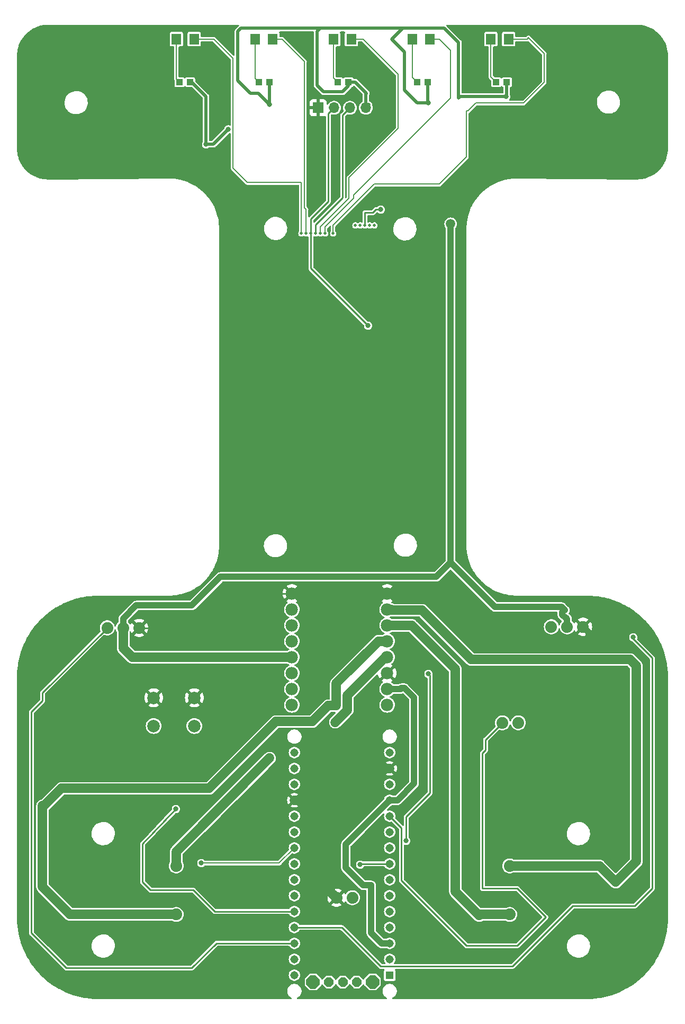
<source format=gbr>
%TF.GenerationSoftware,KiCad,Pcbnew,7.0.7*%
%TF.CreationDate,2024-03-05T14:43:23+08:00*%
%TF.ProjectId,lekirbotv2,6c656b69-7262-46f7-9476-322e6b696361,rev?*%
%TF.SameCoordinates,Original*%
%TF.FileFunction,Copper,L1,Top*%
%TF.FilePolarity,Positive*%
%FSLAX46Y46*%
G04 Gerber Fmt 4.6, Leading zero omitted, Abs format (unit mm)*
G04 Created by KiCad (PCBNEW 7.0.7) date 2024-03-05 14:43:23*
%MOMM*%
%LPD*%
G01*
G04 APERTURE LIST*
G04 Aperture macros list*
%AMOutline5P*
0 Free polygon, 5 corners , with rotation*
0 The origin of the aperture is its center*
0 number of corners: always 5*
0 $1 to $10 corner X, Y*
0 $11 Rotation angle, in degrees counterclockwise*
0 create outline with 5 corners*
4,1,5,$1,$2,$3,$4,$5,$6,$7,$8,$9,$10,$1,$2,$11*%
%AMOutline6P*
0 Free polygon, 6 corners , with rotation*
0 The origin of the aperture is its center*
0 number of corners: always 6*
0 $1 to $12 corner X, Y*
0 $13 Rotation angle, in degrees counterclockwise*
0 create outline with 6 corners*
4,1,6,$1,$2,$3,$4,$5,$6,$7,$8,$9,$10,$11,$12,$1,$2,$13*%
%AMOutline7P*
0 Free polygon, 7 corners , with rotation*
0 The origin of the aperture is its center*
0 number of corners: always 7*
0 $1 to $14 corner X, Y*
0 $15 Rotation angle, in degrees counterclockwise*
0 create outline with 7 corners*
4,1,7,$1,$2,$3,$4,$5,$6,$7,$8,$9,$10,$11,$12,$13,$14,$1,$2,$15*%
%AMOutline8P*
0 Free polygon, 8 corners , with rotation*
0 The origin of the aperture is its center*
0 number of corners: always 8*
0 $1 to $16 corner X, Y*
0 $17 Rotation angle, in degrees counterclockwise*
0 create outline with 8 corners*
4,1,8,$1,$2,$3,$4,$5,$6,$7,$8,$9,$10,$11,$12,$13,$14,$15,$16,$1,$2,$17*%
G04 Aperture macros list end*
%TA.AperFunction,SMDPad,CuDef*%
%ADD10R,1.100000X1.000000*%
%TD*%
%TA.AperFunction,ComponentPad*%
%ADD11R,1.700000X1.700000*%
%TD*%
%TA.AperFunction,ComponentPad*%
%ADD12O,1.700000X1.700000*%
%TD*%
%TA.AperFunction,ComponentPad*%
%ADD13C,1.879600*%
%TD*%
%TA.AperFunction,SMDPad,CuDef*%
%ADD14R,1.600000X1.803000*%
%TD*%
%TA.AperFunction,ComponentPad*%
%ADD15C,2.000000*%
%TD*%
%TA.AperFunction,ComponentPad*%
%ADD16R,1.308000X1.308000*%
%TD*%
%TA.AperFunction,ComponentPad*%
%ADD17C,1.308000*%
%TD*%
%TA.AperFunction,ComponentPad*%
%ADD18Outline8P,-0.762000X0.315631X-0.315631X0.762000X0.315631X0.762000X0.762000X0.315631X0.762000X-0.315631X0.315631X-0.762000X-0.315631X-0.762000X-0.762000X-0.315631X90.000000*%
%TD*%
%TA.AperFunction,ComponentPad*%
%ADD19Outline8P,-1.066800X0.441883X-0.441883X1.066800X0.441883X1.066800X1.066800X0.441883X1.066800X-0.441883X0.441883X-1.066800X-0.441883X-1.066800X-1.066800X-0.441883X90.000000*%
%TD*%
%TA.AperFunction,ComponentPad*%
%ADD20C,1.980000*%
%TD*%
%TA.AperFunction,ViaPad*%
%ADD21C,0.800000*%
%TD*%
%TA.AperFunction,ViaPad*%
%ADD22C,1.500000*%
%TD*%
%TA.AperFunction,ViaPad*%
%ADD23C,0.500000*%
%TD*%
%TA.AperFunction,Conductor*%
%ADD24C,1.000000*%
%TD*%
%TA.AperFunction,Conductor*%
%ADD25C,0.508000*%
%TD*%
%TA.AperFunction,Conductor*%
%ADD26C,1.500000*%
%TD*%
%TA.AperFunction,Conductor*%
%ADD27C,0.254000*%
%TD*%
%TA.AperFunction,Conductor*%
%ADD28C,0.200000*%
%TD*%
G04 APERTURE END LIST*
D10*
%TO.P,R1,1,1*%
%TO.N,Net-(D1-PadA)*%
X117121600Y-42442200D03*
%TO.P,R1,2,2*%
%TO.N,+5V*%
X118821600Y-42442200D03*
%TD*%
%TO.P,R2,1,1*%
%TO.N,Net-(D2-PadA)*%
X104456800Y-42442200D03*
%TO.P,R2,2,2*%
%TO.N,+5V*%
X106156800Y-42442200D03*
%TD*%
D11*
%TO.P,J3,1,Pin_1*%
%TO.N,GND*%
X88646400Y-46557000D03*
D12*
%TO.P,J3,2,Pin_2*%
%TO.N,/AD5*%
X91186400Y-46557000D03*
%TO.P,J3,3,Pin_3*%
%TO.N,/AD4*%
X93726400Y-46557000D03*
%TO.P,J3,4,Pin_4*%
%TO.N,+5V*%
X96266400Y-46557000D03*
%TD*%
D13*
%TO.P,J1,1,1*%
%TO.N,GND*%
X131013600Y-129455251D03*
%TO.P,J1,2,2*%
%TO.N,+5V*%
X128473600Y-129455251D03*
%TO.P,J1,3,3*%
%TO.N,/IO9*%
X125933600Y-129455251D03*
%TD*%
D14*
%TO.P,D2,A,A*%
%TO.N,Net-(D2-PadA)*%
X103683600Y-35584200D03*
%TO.P,D2,C,C*%
%TO.N,/IO13*%
X106527600Y-35584200D03*
%TD*%
D13*
%TO.P,M1A0,1,1*%
%TO.N,/A01*%
X65938400Y-167664551D03*
%TD*%
%TO.P,J2,1,1*%
%TO.N,GND*%
X59995200Y-129633051D03*
%TO.P,J2,2,2*%
%TO.N,+5V*%
X57455200Y-129633051D03*
%TO.P,J2,3,3*%
%TO.N,/IO10*%
X54915200Y-129633051D03*
%TD*%
D14*
%TO.P,D1,A,A*%
%TO.N,Net-(D1-PadA)*%
X116256600Y-35584200D03*
%TO.P,D1,C,C*%
%TO.N,/IO11*%
X119100600Y-35584200D03*
%TD*%
D15*
%TO.P,SW1,1,1*%
%TO.N,GND*%
X62334400Y-140804851D03*
X68834400Y-140804851D03*
%TO.P,SW1,2,2*%
%TO.N,/IO8*%
X62334400Y-145304851D03*
X68834400Y-145304851D03*
%TD*%
D14*
%TO.P,D4,A,A*%
%TO.N,Net-(D4-PadA)*%
X78537600Y-35584200D03*
%TO.P,D4,C,C*%
%TO.N,/IO12*%
X81381600Y-35584200D03*
%TD*%
D13*
%TO.P,LDR0,1,1*%
%TO.N,/AD7*%
X118110400Y-144796851D03*
%TO.P,LDR0,2,2*%
%TO.N,+5V*%
X120650400Y-144796851D03*
%TD*%
%TO.P,BATT0,1,1*%
%TO.N,Net-(BATT0-Pad1)*%
X94107400Y-172736851D03*
%TO.P,BATT0,2,2*%
%TO.N,GND*%
X91567400Y-172736851D03*
%TD*%
D14*
%TO.P,D3,A,A*%
%TO.N,Net-(D3-PadA)*%
X91110600Y-35584200D03*
%TO.P,D3,C,C*%
%TO.N,/IO7*%
X93954600Y-35584200D03*
%TD*%
D10*
%TO.P,R5,1,1*%
%TO.N,Net-(D5-PadA)*%
X66462200Y-42442200D03*
%TO.P,R5,2,2*%
%TO.N,+5V*%
X68162200Y-42442200D03*
%TD*%
D16*
%TO.P,ARDUINO_NANO1,1,SCK/D13*%
%TO.N,/IO13*%
X100076400Y-185106851D03*
D17*
%TO.P,ARDUINO_NANO1,2,3V3*%
%TO.N,/+3V3*%
X100076400Y-182566851D03*
%TO.P,ARDUINO_NANO1,3,AREF*%
%TO.N,+5V*%
X100076400Y-180026851D03*
%TO.P,ARDUINO_NANO1,4,ADC0/A0*%
%TO.N,/AD0*%
X100076400Y-177486851D03*
%TO.P,ARDUINO_NANO1,5,ADC1/A1*%
%TO.N,/AD1*%
X100076400Y-174946851D03*
%TO.P,ARDUINO_NANO1,6,ADC2/A2*%
%TO.N,/AD2*%
X100076400Y-172406851D03*
%TO.P,ARDUINO_NANO1,7,ADC3/A3*%
%TO.N,/AD3*%
X100076400Y-169866851D03*
%TO.P,ARDUINO_NANO1,8,ADC4/SDA/A4*%
%TO.N,/AD4*%
X100076400Y-167326851D03*
%TO.P,ARDUINO_NANO1,9,ADC5/SCL/A5*%
%TO.N,/AD5*%
X100076400Y-164786851D03*
%TO.P,ARDUINO_NANO1,10,ADC6/A6*%
%TO.N,/AD6*%
X100076400Y-162246851D03*
%TO.P,ARDUINO_NANO1,11,ADC7/A7*%
%TO.N,/AD7*%
X100076400Y-159706851D03*
%TO.P,ARDUINO_NANO1,12,5V*%
%TO.N,+5V*%
X100076400Y-157166851D03*
%TO.P,ARDUINO_NANO1,13,~{RESET@2}*%
%TO.N,/RESET*%
X100076400Y-154626851D03*
%TO.P,ARDUINO_NANO1,14,GND@2*%
%TO.N,GND*%
X100076400Y-152086851D03*
%TO.P,ARDUINO_NANO1,15,VIN*%
%TO.N,/VIN*%
X100076400Y-149546851D03*
%TO.P,ARDUINO_NANO1,16,D1/TX*%
%TO.N,/IO0*%
X84836400Y-149546851D03*
%TO.P,ARDUINO_NANO1,17,D0/RX*%
%TO.N,/IO1*%
X84836400Y-152086851D03*
%TO.P,ARDUINO_NANO1,18,~{RESET@1}*%
%TO.N,unconnected-(ARDUINO_NANO1-~{RESET@1}-Pad18)*%
X84836400Y-154626851D03*
%TO.P,ARDUINO_NANO1,19,GND@1*%
%TO.N,GND*%
X84836400Y-157166851D03*
%TO.P,ARDUINO_NANO1,20,D2/INT0*%
%TO.N,/IO2*%
X84836400Y-159706851D03*
%TO.P,ARDUINO_NANO1,21,D3/INT1*%
%TO.N,/IO3*%
X84836400Y-162246851D03*
%TO.P,ARDUINO_NANO1,22,D4/T0*%
%TO.N,/IO4*%
X84836400Y-164786851D03*
%TO.P,ARDUINO_NANO1,23,D5/T1*%
%TO.N,/IO5*%
X84836400Y-167326851D03*
%TO.P,ARDUINO_NANO1,24,D6/AIN0*%
%TO.N,/IO6*%
X84836400Y-169866851D03*
%TO.P,ARDUINO_NANO1,25,D7/AIN1*%
%TO.N,/IO7*%
X84836400Y-172406851D03*
%TO.P,ARDUINO_NANO1,26,D8/CLK0*%
%TO.N,/IO8*%
X84836400Y-174946851D03*
%TO.P,ARDUINO_NANO1,27,D9/OC1A*%
%TO.N,/IO9*%
X84836400Y-177486851D03*
%TO.P,ARDUINO_NANO1,28,D10/OC1B/~{SS}*%
%TO.N,/IO10*%
X84836400Y-180026851D03*
%TO.P,ARDUINO_NANO1,29,D11/MOSI*%
%TO.N,/IO11*%
X84836400Y-182566851D03*
%TO.P,ARDUINO_NANO1,30,D12/MISO*%
%TO.N,/IO12*%
X84836400Y-185106851D03*
%TD*%
D10*
%TO.P,R3,1,1*%
%TO.N,Net-(D3-PadA)*%
X91791900Y-42442200D03*
%TO.P,R3,2,2*%
%TO.N,+5V*%
X93491900Y-42442200D03*
%TD*%
D18*
%TO.P,S2X0,1,1*%
%TO.N,/VIN*%
X90360900Y-186198851D03*
%TO.P,S2X0,2,2*%
%TO.N,Net-(D7-PadC)*%
X92583400Y-186198851D03*
%TO.P,S2X0,3,3*%
%TO.N,unconnected-(S2X0-Pad3)*%
X94805900Y-186198851D03*
D19*
%TO.P,S2X0,G1*%
%TO.N,N/C*%
X87833400Y-186211351D03*
%TO.P,S2X0,G2*%
X97333400Y-186186351D03*
%TD*%
D13*
%TO.P,M1B0,1,1*%
%TO.N,/A02*%
X65938400Y-175411551D03*
%TD*%
%TO.P,M2A0,1,1*%
%TO.N,/B01*%
X119278400Y-167664551D03*
%TD*%
%TO.P,M2B0,1,1*%
%TO.N,/B02*%
X119278400Y-175411551D03*
%TD*%
D20*
%TO.P,U1,1,VM*%
%TO.N,/VIN*%
X99670000Y-141935000D03*
%TO.P,U1,2,VCC*%
%TO.N,+5V*%
X99670000Y-139395000D03*
%TO.P,U1,3,GND*%
%TO.N,GND*%
X99670000Y-136855000D03*
%TO.P,U1,4,A01*%
%TO.N,/A01*%
X99670000Y-134315000D03*
%TO.P,U1,5,A02*%
%TO.N,/A02*%
X99670000Y-131775000D03*
%TO.P,U1,6,B02*%
%TO.N,/B02*%
X99670000Y-129235000D03*
%TO.P,U1,7,B01*%
%TO.N,/B01*%
X99670000Y-126695000D03*
%TO.P,U1,8,GND*%
%TO.N,GND*%
X99670000Y-124155000D03*
%TO.P,U1,9,GND*%
X84430000Y-124155000D03*
%TO.P,U1,10,PWMB*%
%TO.N,/IO5*%
X84430000Y-126695000D03*
%TO.P,U1,11,BI2*%
%TO.N,Net-(IC3C-O)*%
X84430000Y-129235000D03*
%TO.P,U1,12,BI1*%
%TO.N,/IO3*%
X84430000Y-131775000D03*
%TO.P,U1,13,STBY*%
%TO.N,+5V*%
X84430000Y-134315000D03*
%TO.P,U1,14,AI1*%
%TO.N,/IO2*%
X84430000Y-136855000D03*
%TO.P,U1,15,AI2*%
%TO.N,Net-(IC3A-O)*%
X84430000Y-139395000D03*
%TO.P,U1,16,PWMA*%
%TO.N,/IO6*%
X84430000Y-141935000D03*
%TD*%
D14*
%TO.P,D5,A,A*%
%TO.N,Net-(D5-PadA)*%
X65964600Y-35584200D03*
%TO.P,D5,C,C*%
%TO.N,/IO4*%
X68808600Y-35584200D03*
%TD*%
D10*
%TO.P,R4,1,1*%
%TO.N,Net-(D4-PadA)*%
X79127100Y-42442200D03*
%TO.P,R4,2,2*%
%TO.N,+5V*%
X80827100Y-42442200D03*
%TD*%
D21*
%TO.N,+5V*%
X70714000Y-52400000D03*
X118720000Y-44780000D03*
X106274000Y-45796000D03*
X74278500Y-49987000D03*
D22*
X109830000Y-65100000D03*
D21*
X80874000Y-46050000D03*
D23*
%TO.N,/AD0*%
X94590000Y-65354000D03*
%TO.N,/AD1*%
X95352000Y-65354000D03*
D21*
%TO.N,/AD2*%
X98654000Y-62814000D03*
D23*
X96114000Y-65354000D03*
%TO.N,/AD3*%
X96876000Y-65354000D03*
D21*
%TO.N,/AD4*%
X95352000Y-167462000D03*
D23*
X88240000Y-66624000D03*
D21*
%TO.N,/AD5*%
X96622000Y-81356000D03*
X106274000Y-136982000D03*
D23*
X87478000Y-66624000D03*
D21*
X102718000Y-163652000D03*
D23*
%TO.N,/AD6*%
X97638000Y-65354000D03*
%TO.N,/IO4*%
X85954000Y-66624000D03*
D21*
X69952000Y-167208000D03*
D23*
%TO.N,/IO7*%
X89002000Y-66624000D03*
D21*
%TO.N,/IO8*%
X65888000Y-158572000D03*
%TO.N,/IO9*%
X139040000Y-131140000D03*
D22*
%TO.N,/A01*%
X80874000Y-150444000D03*
X91385266Y-144699265D03*
D23*
%TO.N,/IO13*%
X89764000Y-66624000D03*
%TO.N,/IO11*%
X91034000Y-66624000D03*
%TO.N,/IO12*%
X86716000Y-66624000D03*
%TD*%
D24*
%TO.N,+5V*%
X128372000Y-128092000D02*
X128234729Y-128092000D01*
D25*
X93491900Y-43084100D02*
X93491900Y-42442200D01*
X111100000Y-36144000D02*
X108814000Y-33858000D01*
D24*
X100076400Y-180026851D02*
X98772851Y-180026851D01*
D25*
X106274000Y-45796000D02*
X106156800Y-45678800D01*
D24*
X59538000Y-126060000D02*
X57455200Y-128142800D01*
X95860000Y-170764000D02*
X93066000Y-167970000D01*
X128473600Y-129455251D02*
X128473600Y-128193600D01*
X127685580Y-127100453D02*
X127964033Y-126822000D01*
D25*
X71865500Y-52400000D02*
X70714000Y-52400000D01*
X77826000Y-44272000D02*
X79096000Y-44272000D01*
X118720000Y-44780000D02*
X111354000Y-44780000D01*
D24*
X93066000Y-164177251D02*
X100076400Y-157166851D01*
D25*
X80827100Y-46003100D02*
X80874000Y-46050000D01*
D24*
X100076400Y-157166851D02*
X101329149Y-157166851D01*
D25*
X79096000Y-44272000D02*
X80874000Y-46050000D01*
X94538200Y-42442200D02*
X96368000Y-44272000D01*
X96368000Y-44272000D02*
X96266400Y-44373600D01*
X89002000Y-33858000D02*
X88494000Y-34366000D01*
D24*
X109830000Y-65100000D02*
X109830000Y-119202000D01*
X103988000Y-140792000D02*
X102464000Y-139268000D01*
D25*
X102464000Y-37668000D02*
X102464000Y-43764000D01*
X68376200Y-42442200D02*
X70714000Y-44780000D01*
X111100000Y-45034000D02*
X111100000Y-36144000D01*
D26*
X57455200Y-132867200D02*
X57455200Y-129633051D01*
D24*
X101956000Y-139268000D02*
X101829000Y-139395000D01*
D25*
X70714000Y-44780000D02*
X70714000Y-52400000D01*
D24*
X93066000Y-167970000D02*
X93066000Y-164177251D01*
D25*
X104496000Y-45796000D02*
X106274000Y-45796000D01*
X88494000Y-43002000D02*
X89510000Y-44018000D01*
X93491900Y-42442200D02*
X94538200Y-42442200D01*
D26*
X58903000Y-134315000D02*
X57455200Y-132867200D01*
D25*
X89002000Y-33858000D02*
X76302000Y-33858000D01*
D24*
X97130000Y-170764000D02*
X95860000Y-170764000D01*
D25*
X111354000Y-44780000D02*
X111100000Y-45034000D01*
D24*
X127610000Y-126314000D02*
X128118000Y-126822000D01*
D25*
X75794000Y-34366000D02*
X75794000Y-42240000D01*
X118720000Y-44780000D02*
X118821600Y-44678400D01*
D24*
X127685580Y-127542851D02*
X127685580Y-127100453D01*
D25*
X102210000Y-33858000D02*
X89002000Y-33858000D01*
X80827100Y-42442200D02*
X80827100Y-46003100D01*
X96266400Y-44373600D02*
X96266400Y-46557000D01*
D24*
X73000000Y-121488000D02*
X68428000Y-126060000D01*
X101829000Y-139395000D02*
X99670000Y-139395000D01*
D25*
X76302000Y-33858000D02*
X75794000Y-34366000D01*
D24*
X57455200Y-128142800D02*
X57455200Y-129633051D01*
D25*
X118821600Y-44678400D02*
X118821600Y-42442200D01*
D24*
X128234729Y-128092000D02*
X127685580Y-127542851D01*
X109830000Y-119202000D02*
X116942000Y-126314000D01*
X107544000Y-121488000D02*
X73000000Y-121488000D01*
D25*
X75794000Y-42240000D02*
X77826000Y-44272000D01*
D24*
X68428000Y-126060000D02*
X59538000Y-126060000D01*
X101329149Y-157166851D02*
X103988000Y-154508000D01*
X116942000Y-126314000D02*
X127610000Y-126314000D01*
X109830000Y-119202000D02*
X107544000Y-121488000D01*
X128473600Y-128193600D02*
X128372000Y-128092000D01*
X103988000Y-154508000D02*
X103988000Y-140792000D01*
D25*
X106156800Y-42442200D02*
X106156800Y-45678800D01*
D24*
X102464000Y-139268000D02*
X101956000Y-139268000D01*
D26*
X84430000Y-134315000D02*
X58903000Y-134315000D01*
D25*
X102210000Y-33858000D02*
X100432000Y-35636000D01*
D24*
X97130000Y-178384000D02*
X97130000Y-170764000D01*
D25*
X102464000Y-43764000D02*
X104496000Y-45796000D01*
X92558000Y-44018000D02*
X93491900Y-43084100D01*
X68162200Y-42442200D02*
X68376200Y-42442200D01*
D24*
X98772851Y-180026851D02*
X97130000Y-178384000D01*
D25*
X89510000Y-44018000D02*
X92558000Y-44018000D01*
D24*
X127964033Y-126822000D02*
X128118000Y-126822000D01*
D25*
X100432000Y-35636000D02*
X102464000Y-37668000D01*
X108814000Y-33858000D02*
X102210000Y-33858000D01*
X74278500Y-49987000D02*
X71865500Y-52400000D01*
X96773400Y-46050000D02*
X96266400Y-46557000D01*
X88494000Y-34366000D02*
X88494000Y-43002000D01*
D26*
%TO.N,GND*%
X90627601Y-171797052D02*
X90627601Y-159689601D01*
D24*
X131013600Y-129455251D02*
X131928000Y-130369651D01*
D26*
X99670000Y-124155000D02*
X108433000Y-124155000D01*
X113640000Y-129362000D02*
X116688000Y-132410000D01*
D24*
X131928000Y-130369651D02*
X131928000Y-131394000D01*
D27*
X72111000Y-124155000D02*
X66632949Y-129633051D01*
D26*
X98230351Y-152086851D02*
X100076400Y-152086851D01*
X108433000Y-124155000D02*
X113640000Y-129362000D01*
X88104851Y-157166851D02*
X84836400Y-157166851D01*
D24*
X131928000Y-131394000D02*
X130912000Y-132410000D01*
D26*
X116688000Y-132410000D02*
X120244000Y-132410000D01*
X90627601Y-159689601D02*
X98230351Y-152086851D01*
D27*
X84430000Y-124155000D02*
X72111000Y-124155000D01*
D26*
X99670000Y-124155000D02*
X84430000Y-124155000D01*
X91567400Y-172736851D02*
X90627601Y-171797052D01*
D27*
X66632949Y-129633051D02*
X59995200Y-129633051D01*
D24*
X130912000Y-132410000D02*
X120244000Y-132410000D01*
D26*
X90627601Y-159689601D02*
X88104851Y-157166851D01*
D27*
%TO.N,/AD2*%
X97892000Y-62814000D02*
X97384000Y-63322000D01*
X96114000Y-63322000D02*
X96114000Y-65354000D01*
X98654000Y-62814000D02*
X97892000Y-62814000D01*
X97384000Y-63322000D02*
X96114000Y-63322000D01*
%TO.N,/AD4*%
X92558000Y-60934400D02*
X88240000Y-65252400D01*
X92558000Y-47725400D02*
X92558000Y-60934400D01*
X95487149Y-167326851D02*
X95352000Y-167462000D01*
X88240000Y-65252400D02*
X88240000Y-66624000D01*
X100076400Y-167326851D02*
X95487149Y-167326851D01*
X93726400Y-46557000D02*
X92558000Y-47725400D01*
%TO.N,/AD5*%
X87478000Y-72212000D02*
X87478000Y-66624000D01*
X96622000Y-81356000D02*
X87478000Y-72212000D01*
X90272000Y-47471400D02*
X90272000Y-61544000D01*
X106528000Y-147650000D02*
X106528000Y-137236000D01*
X106528000Y-137236000D02*
X106274000Y-136982000D01*
X103226000Y-159334000D02*
X106528000Y-156032000D01*
X102718000Y-159842000D02*
X103226000Y-159334000D01*
X90272000Y-61544000D02*
X87478000Y-64338000D01*
X102718000Y-163652000D02*
X102718000Y-159842000D01*
X87478000Y-64338000D02*
X87478000Y-66624000D01*
X91186400Y-46557000D02*
X90272000Y-47471400D01*
X106528000Y-156032000D02*
X106528000Y-147650000D01*
%TO.N,/AD7*%
X101937000Y-161567451D02*
X101937000Y-169983000D01*
X100076400Y-159706851D02*
X101937000Y-161567451D01*
X125070000Y-175844000D02*
X120498000Y-171272000D01*
X120498000Y-180416000D02*
X125070000Y-175844000D01*
X112370000Y-180416000D02*
X120498000Y-180416000D01*
X115418000Y-149174000D02*
X115418000Y-147489251D01*
X101937000Y-169983000D02*
X112370000Y-180416000D01*
X115418000Y-147489251D02*
X118110400Y-144796851D01*
X114910000Y-171272000D02*
X114910000Y-149682000D01*
X114910000Y-149682000D02*
X115418000Y-149174000D01*
X120498000Y-171272000D02*
X114910000Y-171272000D01*
D28*
%TO.N,/IO4*%
X75032000Y-56210000D02*
X77318000Y-58496000D01*
X71932200Y-35584200D02*
X75032000Y-38684000D01*
X85954000Y-58496000D02*
X85954000Y-66624000D01*
X82415251Y-167208000D02*
X84836400Y-164786851D01*
X69952000Y-167208000D02*
X82415251Y-167208000D01*
X77318000Y-58496000D02*
X85954000Y-58496000D01*
X75032000Y-38684000D02*
X75032000Y-56210000D01*
X68808600Y-35584200D02*
X71932200Y-35584200D01*
%TO.N,/IO7*%
X93954600Y-35584200D02*
X95808200Y-35584200D01*
X93574000Y-61036000D02*
X89002000Y-65608000D01*
X101448000Y-49860000D02*
X93574000Y-57734000D01*
X95808200Y-35584200D02*
X101448000Y-41224000D01*
X101448000Y-41224000D02*
X101448000Y-49860000D01*
X93574000Y-57734000D02*
X93574000Y-61036000D01*
X89002000Y-65608000D02*
X89002000Y-66624000D01*
D27*
%TO.N,/IO8*%
X60554000Y-170256000D02*
X60554000Y-164160000D01*
X65888000Y-158572000D02*
X65888000Y-158826000D01*
X84836400Y-174946851D02*
X72102851Y-174946851D01*
X61824000Y-171526000D02*
X60554000Y-170256000D01*
X72102851Y-174946851D02*
X68682000Y-171526000D01*
X60554000Y-164160000D02*
X65888000Y-158572000D01*
X68682000Y-171526000D02*
X61824000Y-171526000D01*
%TO.N,/IO9*%
X98654000Y-183718000D02*
X92422851Y-177486851D01*
X139294000Y-174066000D02*
X129388000Y-174066000D01*
X92422851Y-177486851D02*
X84836400Y-177486851D01*
X142088000Y-134442000D02*
X142088000Y-171272000D01*
X139040000Y-131140000D02*
X139040000Y-131394000D01*
X119736000Y-183718000D02*
X98654000Y-183718000D01*
X129388000Y-174066000D02*
X119736000Y-183718000D01*
X139040000Y-131394000D02*
X142088000Y-134442000D01*
X142088000Y-171272000D02*
X139294000Y-174066000D01*
D26*
%TO.N,/A02*%
X87732000Y-144602000D02*
X81890000Y-144602000D01*
X71222000Y-155270000D02*
X47600000Y-155270000D01*
X90272000Y-142062000D02*
X87732000Y-144602000D01*
X91542000Y-138502929D02*
X91542000Y-142062000D01*
X48945551Y-175411551D02*
X65938400Y-175411551D01*
X91542000Y-142062000D02*
X90272000Y-142062000D01*
X44806000Y-158064000D02*
X44552000Y-158064000D01*
X44552000Y-158064000D02*
X44552000Y-171018000D01*
X99670000Y-131775000D02*
X98269929Y-131775000D01*
X47600000Y-155270000D02*
X44806000Y-158064000D01*
X44552000Y-171018000D02*
X48945551Y-175411551D01*
X98269929Y-131775000D02*
X91542000Y-138502929D01*
X81890000Y-144602000D02*
X71222000Y-155270000D01*
%TO.N,/A01*%
X93296000Y-142788531D02*
X93296000Y-140409058D01*
X93296000Y-140409058D02*
X99390058Y-134315000D01*
X80874000Y-150444000D02*
X65938400Y-165379600D01*
X65938400Y-165379600D02*
X65938400Y-167664551D01*
X99390058Y-134315000D02*
X99670000Y-134315000D01*
X91385266Y-144699265D02*
X93296000Y-142788531D01*
%TO.N,/B02*%
X114580449Y-175411551D02*
X119278400Y-175411551D01*
X110592000Y-136220000D02*
X110592000Y-171780000D01*
X110592000Y-171780000D02*
X114402000Y-175590000D01*
X103607000Y-129235000D02*
X110592000Y-136220000D01*
X99670000Y-129235000D02*
X103607000Y-129235000D01*
X114402000Y-175590000D02*
X114580449Y-175411551D01*
%TO.N,/B01*%
X138532000Y-134696000D02*
X139548000Y-135712000D01*
X105258000Y-126822000D02*
X113132000Y-134696000D01*
X100432000Y-126822000D02*
X105258000Y-126822000D01*
X113132000Y-134696000D02*
X138532000Y-134696000D01*
X139548000Y-135712000D02*
X139548000Y-166954000D01*
X133654551Y-167664551D02*
X119278400Y-167664551D01*
X99670000Y-126695000D02*
X100305000Y-126695000D01*
X136246000Y-170256000D02*
X133654551Y-167664551D01*
X139548000Y-166954000D02*
X136246000Y-170256000D01*
X100305000Y-126695000D02*
X100432000Y-126822000D01*
D28*
%TO.N,Net-(D2-PadA)*%
X103683600Y-35584200D02*
X103683600Y-41669000D01*
X103683600Y-41669000D02*
X104456800Y-42442200D01*
%TO.N,Net-(D3-PadA)*%
X91110600Y-35584200D02*
X91110600Y-41760900D01*
X91110600Y-41760900D02*
X91791900Y-42442200D01*
%TO.N,Net-(D4-PadA)*%
X78537600Y-41852700D02*
X79127100Y-42442200D01*
X78537600Y-35584200D02*
X78537600Y-41852700D01*
%TO.N,Net-(D5-PadA)*%
X65964600Y-41944600D02*
X66462200Y-42442200D01*
X65964600Y-35584200D02*
X65964600Y-41944600D01*
%TO.N,/IO13*%
X109830000Y-45034000D02*
X94336000Y-60528000D01*
X108000200Y-35584200D02*
X109830000Y-37414000D01*
X94336000Y-61036000D02*
X89764000Y-65608000D01*
X109830000Y-37414000D02*
X109830000Y-45034000D01*
X106527600Y-35584200D02*
X108000200Y-35584200D01*
X89764000Y-65608000D02*
X89764000Y-66624000D01*
X94336000Y-60528000D02*
X94336000Y-61036000D01*
D27*
%TO.N,/IO10*%
X84836400Y-180026851D02*
X72373149Y-180026851D01*
X72373149Y-180026851D02*
X68428000Y-183972000D01*
X44552000Y-139996251D02*
X54915200Y-129633051D01*
X42774000Y-143078000D02*
X44552000Y-141300000D01*
X68428000Y-183972000D02*
X48362000Y-183972000D01*
X44552000Y-141300000D02*
X44552000Y-139996251D01*
X48362000Y-183972000D02*
X42774000Y-178384000D01*
X42774000Y-178384000D02*
X42774000Y-143078000D01*
D28*
%TO.N,/IO11*%
X108052000Y-58750000D02*
X112370000Y-54432000D01*
X91034000Y-65354000D02*
X97638000Y-58750000D01*
X112370000Y-47066000D02*
X112624000Y-47066000D01*
X121514000Y-45796000D02*
X124816000Y-42494000D01*
X122073800Y-35584200D02*
X119100600Y-35584200D01*
X97638000Y-58750000D02*
X108052000Y-58750000D01*
X112370000Y-54432000D02*
X112370000Y-47066000D01*
X122276000Y-35382000D02*
X122073800Y-35584200D01*
X124816000Y-37922000D02*
X122276000Y-35382000D01*
X113894000Y-45796000D02*
X121514000Y-45796000D01*
X91034000Y-66624000D02*
X91034000Y-65354000D01*
X112624000Y-47066000D02*
X113894000Y-45796000D01*
X124816000Y-42494000D02*
X124816000Y-37922000D01*
%TO.N,/IO12*%
X81381600Y-35584200D02*
X82854200Y-35584200D01*
X86716000Y-62814000D02*
X86716000Y-66624000D01*
X86462000Y-62560000D02*
X86716000Y-62814000D01*
X82854200Y-35584200D02*
X86462000Y-39192000D01*
X86462000Y-39192000D02*
X86462000Y-62560000D01*
%TO.N,Net-(D1-PadA)*%
X116256600Y-41577200D02*
X117121600Y-42442200D01*
X116256600Y-35584200D02*
X116256600Y-41577200D01*
%TD*%
%TA.AperFunction,Conductor*%
%TO.N,GND*%
G36*
X75934052Y-33293685D02*
G01*
X75979807Y-33346489D01*
X75989751Y-33415647D01*
X75960726Y-33479203D01*
X75948218Y-33491711D01*
X75913751Y-33521578D01*
X75913745Y-33521584D01*
X75910984Y-33525881D01*
X75894355Y-33546515D01*
X75482515Y-33958355D01*
X75461881Y-33974984D01*
X75457584Y-33977745D01*
X75457577Y-33977752D01*
X75423050Y-34017596D01*
X75420038Y-34020831D01*
X75408724Y-34032146D01*
X75399134Y-34044956D01*
X75396359Y-34048399D01*
X75361823Y-34088258D01*
X75359696Y-34092915D01*
X75346177Y-34115699D01*
X75343112Y-34119792D01*
X75343111Y-34119794D01*
X75324676Y-34169219D01*
X75322982Y-34173307D01*
X75301080Y-34221269D01*
X75300353Y-34226326D01*
X75293801Y-34251996D01*
X75292011Y-34256794D01*
X75292011Y-34256795D01*
X75288248Y-34309400D01*
X75287776Y-34313795D01*
X75285501Y-34329624D01*
X75285500Y-34329638D01*
X75285500Y-34345624D01*
X75285342Y-34350048D01*
X75281580Y-34402645D01*
X75281580Y-34402649D01*
X75282666Y-34407640D01*
X75285500Y-34433999D01*
X75285500Y-38136798D01*
X75265815Y-38203837D01*
X75213011Y-38249592D01*
X75143853Y-38259536D01*
X75080297Y-38230511D01*
X75073819Y-38224479D01*
X72217961Y-35368622D01*
X72201833Y-35348761D01*
X72196623Y-35340787D01*
X72196620Y-35340783D01*
X72170343Y-35320331D01*
X72164579Y-35315240D01*
X72162098Y-35312759D01*
X72162099Y-35312759D01*
X72155371Y-35307955D01*
X72144149Y-35299943D01*
X72103256Y-35268115D01*
X72096711Y-35264573D01*
X72090050Y-35261316D01*
X72040368Y-35246525D01*
X71991354Y-35229699D01*
X71984034Y-35228477D01*
X71976654Y-35227557D01*
X71924875Y-35229700D01*
X69987099Y-35229700D01*
X69920060Y-35210015D01*
X69874305Y-35157211D01*
X69863099Y-35105700D01*
X69863099Y-34657636D01*
X69863099Y-34657634D01*
X69848334Y-34583399D01*
X69819542Y-34540309D01*
X69792084Y-34499215D01*
X69741619Y-34465496D01*
X69707901Y-34442966D01*
X69707899Y-34442965D01*
X69707896Y-34442964D01*
X69633669Y-34428200D01*
X67983536Y-34428200D01*
X67909298Y-34442966D01*
X67825115Y-34499215D01*
X67768866Y-34583399D01*
X67768864Y-34583403D01*
X67754100Y-34657628D01*
X67754100Y-36510763D01*
X67768866Y-36585001D01*
X67825115Y-36669184D01*
X67858834Y-36691714D01*
X67909299Y-36725434D01*
X67909302Y-36725434D01*
X67909303Y-36725435D01*
X67934266Y-36730400D01*
X67983533Y-36740200D01*
X69633666Y-36740199D01*
X69707901Y-36725434D01*
X69792084Y-36669184D01*
X69848334Y-36585001D01*
X69863100Y-36510767D01*
X69863100Y-36062700D01*
X69882785Y-35995661D01*
X69935589Y-35949906D01*
X69987100Y-35938700D01*
X71733999Y-35938700D01*
X71801038Y-35958385D01*
X71821680Y-35975019D01*
X74641181Y-38794520D01*
X74674666Y-38855843D01*
X74677500Y-38882201D01*
X74677500Y-49253546D01*
X74657815Y-49320585D01*
X74605011Y-49366340D01*
X74535853Y-49376284D01*
X74519633Y-49372097D01*
X74519576Y-49372332D01*
X74357972Y-49332500D01*
X74357971Y-49332500D01*
X74199029Y-49332500D01*
X74199028Y-49332500D01*
X74044708Y-49370536D01*
X73903969Y-49444401D01*
X73785006Y-49549794D01*
X73785000Y-49549801D01*
X73694714Y-49680602D01*
X73638351Y-49829217D01*
X73638350Y-49829219D01*
X73632617Y-49876435D01*
X73604994Y-49940613D01*
X73597202Y-49949168D01*
X71691191Y-51855181D01*
X71629868Y-51888666D01*
X71603510Y-51891500D01*
X71346500Y-51891500D01*
X71279461Y-51871815D01*
X71233706Y-51819011D01*
X71222500Y-51767500D01*
X71222500Y-44847994D01*
X71225334Y-44821636D01*
X71226419Y-44816648D01*
X71226419Y-44816644D01*
X71223272Y-44772658D01*
X71222657Y-44764059D01*
X71222500Y-44759637D01*
X71222500Y-44743632D01*
X71222499Y-44743628D01*
X71220219Y-44727773D01*
X71219748Y-44723382D01*
X71219494Y-44719825D01*
X71215988Y-44670799D01*
X71214203Y-44666015D01*
X71207646Y-44640324D01*
X71206919Y-44635266D01*
X71185007Y-44587287D01*
X71183314Y-44583199D01*
X71175774Y-44562984D01*
X71164888Y-44533796D01*
X71161825Y-44529704D01*
X71148303Y-44506914D01*
X71146176Y-44502258D01*
X71146175Y-44502256D01*
X71111641Y-44462401D01*
X71108870Y-44458963D01*
X71099280Y-44446152D01*
X71087958Y-44434830D01*
X71084954Y-44431603D01*
X71050420Y-44391749D01*
X71046123Y-44388988D01*
X71025481Y-44372353D01*
X69003018Y-42349890D01*
X68969533Y-42288567D01*
X68966699Y-42262209D01*
X68966699Y-41917136D01*
X68966699Y-41917134D01*
X68951934Y-41842899D01*
X68925323Y-41803073D01*
X68895684Y-41758715D01*
X68824681Y-41711273D01*
X68811501Y-41702466D01*
X68811499Y-41702465D01*
X68811496Y-41702464D01*
X68737269Y-41687700D01*
X67587136Y-41687700D01*
X67512898Y-41702466D01*
X67428714Y-41758716D01*
X67415301Y-41778791D01*
X67361688Y-41823596D01*
X67292363Y-41832302D01*
X67229336Y-41802146D01*
X67209099Y-41778791D01*
X67195685Y-41758716D01*
X67143926Y-41724132D01*
X67111501Y-41702466D01*
X67111499Y-41702465D01*
X67111496Y-41702464D01*
X67037271Y-41687700D01*
X67037267Y-41687700D01*
X66443100Y-41687700D01*
X66376061Y-41668015D01*
X66330306Y-41615211D01*
X66319100Y-41563700D01*
X66319100Y-36864199D01*
X66338785Y-36797160D01*
X66391589Y-36751405D01*
X66443100Y-36740199D01*
X66789664Y-36740199D01*
X66789666Y-36740199D01*
X66863901Y-36725434D01*
X66948084Y-36669184D01*
X67004334Y-36585001D01*
X67019100Y-36510767D01*
X67019099Y-34657634D01*
X67004334Y-34583399D01*
X66975542Y-34540309D01*
X66948084Y-34499215D01*
X66897619Y-34465496D01*
X66863901Y-34442966D01*
X66863899Y-34442965D01*
X66863896Y-34442964D01*
X66789669Y-34428200D01*
X65139536Y-34428200D01*
X65065298Y-34442966D01*
X64981115Y-34499215D01*
X64924866Y-34583399D01*
X64924864Y-34583403D01*
X64910100Y-34657628D01*
X64910100Y-36510763D01*
X64924866Y-36585001D01*
X64981115Y-36669184D01*
X65014834Y-36691714D01*
X65065299Y-36725434D01*
X65065302Y-36725434D01*
X65065303Y-36725435D01*
X65090266Y-36730400D01*
X65139533Y-36740200D01*
X65486099Y-36740199D01*
X65553138Y-36759883D01*
X65598893Y-36812687D01*
X65610099Y-36864199D01*
X65610099Y-41894974D01*
X65607461Y-41920415D01*
X65605504Y-41929747D01*
X65609623Y-41962789D01*
X65610100Y-41970465D01*
X65610100Y-41973977D01*
X65610773Y-41978010D01*
X65613728Y-41995722D01*
X65620139Y-42047155D01*
X65622255Y-42054262D01*
X65624669Y-42061293D01*
X65624670Y-42061296D01*
X65624671Y-42061298D01*
X65631247Y-42073449D01*
X65642756Y-42094716D01*
X65657700Y-42153732D01*
X65657700Y-42967263D01*
X65672466Y-43041501D01*
X65728715Y-43125684D01*
X65732903Y-43128482D01*
X65812899Y-43181934D01*
X65812902Y-43181934D01*
X65812903Y-43181935D01*
X65837866Y-43186900D01*
X65887133Y-43196700D01*
X67037266Y-43196699D01*
X67111501Y-43181934D01*
X67195684Y-43125684D01*
X67209097Y-43105609D01*
X67262710Y-43060804D01*
X67332035Y-43052097D01*
X67395062Y-43082251D01*
X67415302Y-43105609D01*
X67428715Y-43125684D01*
X67432903Y-43128482D01*
X67512899Y-43181934D01*
X67512902Y-43181934D01*
X67512903Y-43181935D01*
X67537866Y-43186900D01*
X67587133Y-43196700D01*
X68360209Y-43196699D01*
X68427248Y-43216383D01*
X68447890Y-43233018D01*
X70169181Y-44954309D01*
X70202666Y-45015632D01*
X70205500Y-45041990D01*
X70205500Y-51945893D01*
X70185815Y-52012932D01*
X70183550Y-52016333D01*
X70130214Y-52093602D01*
X70073850Y-52242218D01*
X70054693Y-52399999D01*
X70054693Y-52400000D01*
X70073850Y-52557781D01*
X70130214Y-52706397D01*
X70191277Y-52794862D01*
X70220502Y-52837201D01*
X70220504Y-52837203D01*
X70220506Y-52837205D01*
X70339469Y-52942598D01*
X70339471Y-52942599D01*
X70480207Y-53016463D01*
X70557368Y-53035481D01*
X70634528Y-53054500D01*
X70634529Y-53054500D01*
X70793472Y-53054500D01*
X70844911Y-53041821D01*
X70947793Y-53016463D01*
X71088529Y-52942599D01*
X71091821Y-52939682D01*
X71155054Y-52909963D01*
X71174046Y-52908500D01*
X71797501Y-52908500D01*
X71823858Y-52911334D01*
X71826593Y-52911928D01*
X71828851Y-52912420D01*
X71881453Y-52908657D01*
X71885876Y-52908500D01*
X71901867Y-52908500D01*
X71901868Y-52908500D01*
X71917695Y-52906223D01*
X71922085Y-52905751D01*
X71974701Y-52901989D01*
X71979495Y-52900200D01*
X72005179Y-52893645D01*
X72010234Y-52892919D01*
X72058218Y-52871004D01*
X72062276Y-52869324D01*
X72111704Y-52850889D01*
X72115792Y-52847827D01*
X72138598Y-52834297D01*
X72143243Y-52832176D01*
X72183102Y-52797636D01*
X72186538Y-52794867D01*
X72199348Y-52785280D01*
X72210673Y-52773953D01*
X72213877Y-52770969D01*
X72253750Y-52736421D01*
X72256511Y-52732124D01*
X72273141Y-52711485D01*
X74313831Y-50670796D01*
X74371834Y-50638083D01*
X74464326Y-50615285D01*
X74519577Y-50601668D01*
X74520078Y-50603700D01*
X74579178Y-50599141D01*
X74640688Y-50632281D01*
X74674516Y-50693416D01*
X74677500Y-50720453D01*
X74677500Y-56160373D01*
X74674861Y-56185817D01*
X74672905Y-56195145D01*
X74672905Y-56195149D01*
X74677023Y-56228189D01*
X74677500Y-56235865D01*
X74677500Y-56239377D01*
X74681128Y-56261122D01*
X74687539Y-56312555D01*
X74689655Y-56319662D01*
X74692070Y-56326695D01*
X74692071Y-56326698D01*
X74716739Y-56372281D01*
X74739501Y-56418839D01*
X74739501Y-56418840D01*
X74743784Y-56424838D01*
X74743827Y-56424893D01*
X74743876Y-56424962D01*
X74748380Y-56430749D01*
X74786509Y-56465848D01*
X77032237Y-58711576D01*
X77048362Y-58731432D01*
X77053576Y-58739412D01*
X77053579Y-58739416D01*
X77079863Y-58759874D01*
X77085606Y-58764945D01*
X77088103Y-58767442D01*
X77088106Y-58767444D01*
X77106050Y-58780256D01*
X77146944Y-58812085D01*
X77153491Y-58815628D01*
X77160152Y-58818884D01*
X77209831Y-58833674D01*
X77258840Y-58850499D01*
X77258842Y-58850499D01*
X77258844Y-58850500D01*
X77258846Y-58850500D01*
X77266190Y-58851725D01*
X77273543Y-58852641D01*
X77273544Y-58852642D01*
X77273544Y-58852641D01*
X77273545Y-58852642D01*
X77325325Y-58850500D01*
X85475500Y-58850500D01*
X85542539Y-58870185D01*
X85588294Y-58922989D01*
X85599500Y-58974500D01*
X85599500Y-66216472D01*
X85579815Y-66283511D01*
X85569216Y-66297670D01*
X85569212Y-66297676D01*
X85525223Y-66348441D01*
X85525222Y-66348443D01*
X85464958Y-66480400D01*
X85464957Y-66480404D01*
X85444312Y-66624000D01*
X85464957Y-66767595D01*
X85464958Y-66767599D01*
X85525222Y-66899556D01*
X85525223Y-66899558D01*
X85620225Y-67009196D01*
X85640911Y-67022490D01*
X85742269Y-67087630D01*
X85861373Y-67122600D01*
X85864176Y-67123424D01*
X85881461Y-67128499D01*
X85881463Y-67128500D01*
X85881464Y-67128500D01*
X86026537Y-67128500D01*
X86026537Y-67128499D01*
X86134552Y-67096783D01*
X86165729Y-67087630D01*
X86165730Y-67087630D01*
X86165732Y-67087629D01*
X86267961Y-67021929D01*
X86334999Y-67002245D01*
X86402036Y-67021928D01*
X86402897Y-67022481D01*
X86504269Y-67087630D01*
X86623373Y-67122600D01*
X86626176Y-67123424D01*
X86643461Y-67128499D01*
X86643463Y-67128500D01*
X86643464Y-67128500D01*
X86788537Y-67128500D01*
X86788537Y-67128499D01*
X86852319Y-67109772D01*
X86936242Y-67085131D01*
X86937196Y-67088382D01*
X86990120Y-67080761D01*
X87053682Y-67109772D01*
X87091469Y-67168542D01*
X87096500Y-67203503D01*
X87096500Y-72159572D01*
X87093861Y-72185020D01*
X87091554Y-72196017D01*
X87096023Y-72231865D01*
X87096500Y-72239541D01*
X87096500Y-72243611D01*
X87099427Y-72261155D01*
X87100403Y-72267005D01*
X87107304Y-72322361D01*
X87109580Y-72330009D01*
X87112181Y-72337585D01*
X87138729Y-72386641D01*
X87163224Y-72436747D01*
X87167869Y-72443253D01*
X87172782Y-72449564D01*
X87213819Y-72487342D01*
X95932969Y-81206492D01*
X95966454Y-81267815D01*
X95968384Y-81309116D01*
X95962693Y-81355996D01*
X95962693Y-81356000D01*
X95981850Y-81513781D01*
X96022427Y-81620773D01*
X96038213Y-81662395D01*
X96128502Y-81793201D01*
X96128504Y-81793203D01*
X96128506Y-81793205D01*
X96247469Y-81898598D01*
X96247471Y-81898599D01*
X96388207Y-81972463D01*
X96465367Y-81991481D01*
X96542528Y-82010500D01*
X96542529Y-82010500D01*
X96701472Y-82010500D01*
X96752911Y-81997821D01*
X96855793Y-81972463D01*
X96996529Y-81898599D01*
X97115498Y-81793201D01*
X97205787Y-81662395D01*
X97262149Y-81513782D01*
X97281307Y-81356000D01*
X97262149Y-81198218D01*
X97205787Y-81049605D01*
X97115498Y-80918799D01*
X97115495Y-80918796D01*
X97115493Y-80918794D01*
X96996530Y-80813401D01*
X96855791Y-80739536D01*
X96701472Y-80701500D01*
X96701471Y-80701500D01*
X96558384Y-80701500D01*
X96491345Y-80681815D01*
X96470703Y-80665181D01*
X87895819Y-72090296D01*
X87862334Y-72028973D01*
X87859500Y-72002615D01*
X87859500Y-67203503D01*
X87879185Y-67136464D01*
X87931989Y-67090709D01*
X88001147Y-67080765D01*
X88019460Y-67086144D01*
X88019758Y-67085131D01*
X88146559Y-67122361D01*
X88150176Y-67123424D01*
X88167461Y-67128499D01*
X88167463Y-67128500D01*
X88167464Y-67128500D01*
X88312537Y-67128500D01*
X88312537Y-67128499D01*
X88420552Y-67096783D01*
X88451729Y-67087630D01*
X88451730Y-67087630D01*
X88451732Y-67087629D01*
X88553961Y-67021929D01*
X88620999Y-67002245D01*
X88688036Y-67021928D01*
X88688897Y-67022481D01*
X88790269Y-67087630D01*
X88909373Y-67122600D01*
X88912176Y-67123424D01*
X88929461Y-67128499D01*
X88929463Y-67128500D01*
X88929464Y-67128500D01*
X89074537Y-67128500D01*
X89074537Y-67128499D01*
X89213732Y-67087629D01*
X89315962Y-67021928D01*
X89382998Y-67002245D01*
X89450037Y-67021929D01*
X89450039Y-67021930D01*
X89552269Y-67087630D01*
X89671373Y-67122600D01*
X89674176Y-67123424D01*
X89691461Y-67128499D01*
X89691463Y-67128500D01*
X89691464Y-67128500D01*
X89836537Y-67128500D01*
X89836537Y-67128499D01*
X89944552Y-67096783D01*
X89975729Y-67087630D01*
X89975730Y-67087630D01*
X89975732Y-67087629D01*
X90097775Y-67009196D01*
X90192777Y-66899558D01*
X90237248Y-66802180D01*
X90253041Y-66767599D01*
X90253042Y-66767595D01*
X90273688Y-66624000D01*
X90253042Y-66480404D01*
X90253041Y-66480400D01*
X90196094Y-66355705D01*
X90192777Y-66348442D01*
X90148786Y-66297673D01*
X90119762Y-66234119D01*
X90118500Y-66216472D01*
X90118500Y-65806200D01*
X90138185Y-65739161D01*
X90154819Y-65718519D01*
X90467819Y-65405519D01*
X90529142Y-65372034D01*
X90598834Y-65377018D01*
X90654767Y-65418890D01*
X90679184Y-65484354D01*
X90679500Y-65493200D01*
X90679500Y-66216472D01*
X90659815Y-66283511D01*
X90649216Y-66297670D01*
X90649212Y-66297676D01*
X90605223Y-66348441D01*
X90605222Y-66348443D01*
X90544958Y-66480400D01*
X90544957Y-66480404D01*
X90524312Y-66624000D01*
X90544957Y-66767595D01*
X90544958Y-66767599D01*
X90605222Y-66899556D01*
X90605223Y-66899558D01*
X90700225Y-67009196D01*
X90720911Y-67022490D01*
X90822269Y-67087630D01*
X90941373Y-67122600D01*
X90944176Y-67123424D01*
X90961461Y-67128499D01*
X90961463Y-67128500D01*
X90961464Y-67128500D01*
X91106537Y-67128500D01*
X91106537Y-67128499D01*
X91214552Y-67096783D01*
X91245729Y-67087630D01*
X91245730Y-67087630D01*
X91245732Y-67087629D01*
X91367775Y-67009196D01*
X91462777Y-66899558D01*
X91507248Y-66802180D01*
X91523041Y-66767599D01*
X91523042Y-66767595D01*
X91543688Y-66624000D01*
X91523042Y-66480404D01*
X91523041Y-66480400D01*
X91466094Y-66355705D01*
X91462777Y-66348442D01*
X91418785Y-66297672D01*
X91389761Y-66234120D01*
X91388500Y-66216485D01*
X91388500Y-65954163D01*
X100660587Y-65954163D01*
X100690213Y-66223413D01*
X100690215Y-66223424D01*
X100758726Y-66485482D01*
X100758728Y-66485488D01*
X100864670Y-66734790D01*
X100905795Y-66802175D01*
X101005779Y-66966005D01*
X101005786Y-66966015D01*
X101179053Y-67174219D01*
X101179059Y-67174224D01*
X101324102Y-67304182D01*
X101380798Y-67354982D01*
X101606710Y-67504444D01*
X101851976Y-67619420D01*
X101851983Y-67619422D01*
X101851985Y-67619423D01*
X102111357Y-67697457D01*
X102111364Y-67697458D01*
X102111369Y-67697460D01*
X102379361Y-67736900D01*
X102379366Y-67736900D01*
X102582436Y-67736900D01*
X102633933Y-67733130D01*
X102784956Y-67722077D01*
X102897558Y-67696993D01*
X103049346Y-67663182D01*
X103049348Y-67663181D01*
X103049353Y-67663180D01*
X103302358Y-67566414D01*
X103538577Y-67433841D01*
X103752977Y-67268288D01*
X103940986Y-67073281D01*
X104098599Y-66852979D01*
X104185483Y-66683989D01*
X104222449Y-66612090D01*
X104222451Y-66612084D01*
X104222456Y-66612075D01*
X104309918Y-66355705D01*
X104359119Y-66089333D01*
X104369012Y-65818635D01*
X104339386Y-65549382D01*
X104270872Y-65287312D01*
X104164930Y-65038010D01*
X104023818Y-64806790D01*
X103981617Y-64756080D01*
X103850546Y-64598580D01*
X103850540Y-64598575D01*
X103648802Y-64417818D01*
X103422892Y-64268357D01*
X103422890Y-64268356D01*
X103177624Y-64153380D01*
X103177619Y-64153378D01*
X103177614Y-64153376D01*
X102918242Y-64075342D01*
X102918228Y-64075339D01*
X102802591Y-64058321D01*
X102650239Y-64035900D01*
X102447169Y-64035900D01*
X102447164Y-64035900D01*
X102244644Y-64050723D01*
X102244631Y-64050725D01*
X101980253Y-64109617D01*
X101980246Y-64109620D01*
X101727239Y-64206387D01*
X101491026Y-64338957D01*
X101276622Y-64504512D01*
X101088622Y-64699509D01*
X101088616Y-64699516D01*
X100931002Y-64919819D01*
X100930999Y-64919824D01*
X100807150Y-65160709D01*
X100807143Y-65160727D01*
X100719684Y-65417085D01*
X100719681Y-65417099D01*
X100713576Y-65450152D01*
X100674675Y-65660764D01*
X100670481Y-65683468D01*
X100670480Y-65683475D01*
X100660587Y-65954163D01*
X91388500Y-65954163D01*
X91388500Y-65552199D01*
X91408185Y-65485160D01*
X91424814Y-65464524D01*
X91535338Y-65354000D01*
X94080312Y-65354000D01*
X94100957Y-65497595D01*
X94100958Y-65497599D01*
X94161222Y-65629556D01*
X94161223Y-65629558D01*
X94256225Y-65739196D01*
X94294883Y-65764040D01*
X94378269Y-65817630D01*
X94517461Y-65858499D01*
X94517463Y-65858500D01*
X94517464Y-65858500D01*
X94662537Y-65858500D01*
X94662537Y-65858499D01*
X94801729Y-65817630D01*
X94801730Y-65817630D01*
X94816080Y-65808408D01*
X94903961Y-65751929D01*
X94970999Y-65732245D01*
X95038036Y-65751928D01*
X95056883Y-65764040D01*
X95140269Y-65817630D01*
X95279461Y-65858499D01*
X95279463Y-65858500D01*
X95279464Y-65858500D01*
X95424537Y-65858500D01*
X95424537Y-65858499D01*
X95563732Y-65817629D01*
X95665962Y-65751928D01*
X95732998Y-65732245D01*
X95800037Y-65751929D01*
X95800039Y-65751930D01*
X95902269Y-65817630D01*
X96041461Y-65858499D01*
X96041463Y-65858500D01*
X96041464Y-65858500D01*
X96186537Y-65858500D01*
X96186537Y-65858499D01*
X96325729Y-65817630D01*
X96325730Y-65817630D01*
X96340080Y-65808408D01*
X96427961Y-65751929D01*
X96494999Y-65732245D01*
X96562036Y-65751928D01*
X96580883Y-65764040D01*
X96664269Y-65817630D01*
X96803461Y-65858499D01*
X96803463Y-65858500D01*
X96803464Y-65858500D01*
X96948537Y-65858500D01*
X96948537Y-65858499D01*
X97087729Y-65817630D01*
X97087730Y-65817630D01*
X97102080Y-65808408D01*
X97189961Y-65751929D01*
X97256999Y-65732245D01*
X97324036Y-65751928D01*
X97342883Y-65764040D01*
X97426269Y-65817630D01*
X97565461Y-65858499D01*
X97565463Y-65858500D01*
X97565464Y-65858500D01*
X97710537Y-65858500D01*
X97710537Y-65858499D01*
X97849729Y-65817630D01*
X97849730Y-65817630D01*
X97849732Y-65817629D01*
X97971775Y-65739196D01*
X98066777Y-65629558D01*
X98125561Y-65500839D01*
X98127041Y-65497599D01*
X98127042Y-65497595D01*
X98127674Y-65493200D01*
X98147688Y-65354000D01*
X98127042Y-65210404D01*
X98127041Y-65210400D01*
X98066777Y-65078443D01*
X98066777Y-65078442D01*
X97971775Y-64968804D01*
X97936950Y-64946423D01*
X97849730Y-64890369D01*
X97710538Y-64849500D01*
X97710536Y-64849500D01*
X97565464Y-64849500D01*
X97565461Y-64849500D01*
X97426270Y-64890369D01*
X97426269Y-64890369D01*
X97324040Y-64956069D01*
X97257000Y-64975754D01*
X97189961Y-64956070D01*
X97189960Y-64956069D01*
X97087730Y-64890369D01*
X96948538Y-64849500D01*
X96948536Y-64849500D01*
X96803464Y-64849500D01*
X96803461Y-64849500D01*
X96655758Y-64892869D01*
X96654806Y-64889627D01*
X96601803Y-64897227D01*
X96538259Y-64868176D01*
X96500509Y-64809382D01*
X96495500Y-64774496D01*
X96495500Y-63827500D01*
X96515185Y-63760461D01*
X96567989Y-63714706D01*
X96619500Y-63703500D01*
X97331573Y-63703500D01*
X97357018Y-63706139D01*
X97360961Y-63706965D01*
X97368017Y-63708445D01*
X97386576Y-63706131D01*
X97403866Y-63703977D01*
X97411542Y-63703500D01*
X97415608Y-63703500D01*
X97415611Y-63703500D01*
X97439004Y-63699596D01*
X97494360Y-63692696D01*
X97502013Y-63690416D01*
X97509582Y-63687818D01*
X97509586Y-63687818D01*
X97558641Y-63661270D01*
X97608746Y-63636776D01*
X97608747Y-63636774D01*
X97615263Y-63632122D01*
X97621558Y-63627223D01*
X97621559Y-63627221D01*
X97621562Y-63627220D01*
X97659341Y-63586180D01*
X97989848Y-63255672D01*
X98051170Y-63222189D01*
X98120862Y-63227173D01*
X98159755Y-63250540D01*
X98279469Y-63356598D01*
X98279471Y-63356599D01*
X98420207Y-63430463D01*
X98497368Y-63449481D01*
X98574528Y-63468500D01*
X98574529Y-63468500D01*
X98733472Y-63468500D01*
X98784911Y-63455821D01*
X98887793Y-63430463D01*
X99028529Y-63356599D01*
X99147498Y-63251201D01*
X99237787Y-63120395D01*
X99294149Y-62971782D01*
X99313307Y-62814000D01*
X99309739Y-62784618D01*
X99294149Y-62656218D01*
X99272500Y-62599136D01*
X99237787Y-62507605D01*
X99147498Y-62376799D01*
X99147495Y-62376796D01*
X99147493Y-62376794D01*
X99028530Y-62271401D01*
X98887791Y-62197536D01*
X98733472Y-62159500D01*
X98733471Y-62159500D01*
X98574529Y-62159500D01*
X98574528Y-62159500D01*
X98420208Y-62197536D01*
X98279469Y-62271401D01*
X98160506Y-62376794D01*
X98160501Y-62376800D01*
X98159023Y-62378942D01*
X98157537Y-62380145D01*
X98155529Y-62382413D01*
X98155151Y-62382078D01*
X98104739Y-62422931D01*
X98056974Y-62432500D01*
X97944427Y-62432500D01*
X97918982Y-62429861D01*
X97907984Y-62427555D01*
X97907980Y-62427555D01*
X97872136Y-62432023D01*
X97864459Y-62432500D01*
X97860389Y-62432500D01*
X97844785Y-62435103D01*
X97836982Y-62436405D01*
X97781636Y-62443305D01*
X97773990Y-62445581D01*
X97766411Y-62448182D01*
X97717353Y-62474730D01*
X97667254Y-62499223D01*
X97660746Y-62503868D01*
X97654439Y-62508779D01*
X97616659Y-62549818D01*
X97262296Y-62904181D01*
X97200973Y-62937666D01*
X97174615Y-62940500D01*
X96132350Y-62940500D01*
X96127229Y-62940288D01*
X96093810Y-62937519D01*
X96082060Y-62936546D01*
X96082059Y-62936546D01*
X96082057Y-62936546D01*
X96038126Y-62947670D01*
X96033112Y-62948722D01*
X95988416Y-62956181D01*
X95988411Y-62956182D01*
X95987823Y-62956501D01*
X95959282Y-62967637D01*
X95958635Y-62967800D01*
X95958631Y-62967802D01*
X95920687Y-62992591D01*
X95916287Y-62995213D01*
X95876440Y-63016778D01*
X95876437Y-63016781D01*
X95875990Y-63017267D01*
X95852601Y-63037076D01*
X95852043Y-63037440D01*
X95824209Y-63073202D01*
X95820897Y-63077112D01*
X95790206Y-63110452D01*
X95790204Y-63110455D01*
X95789938Y-63111062D01*
X95774251Y-63137389D01*
X95773844Y-63137911D01*
X95773839Y-63137920D01*
X95759127Y-63180773D01*
X95757265Y-63185545D01*
X95739060Y-63227050D01*
X95739058Y-63227056D01*
X95739004Y-63227716D01*
X95732715Y-63257709D01*
X95732501Y-63258331D01*
X95732500Y-63258339D01*
X95732500Y-63303649D01*
X95732288Y-63308770D01*
X95728546Y-63353940D01*
X95728704Y-63354564D01*
X95732500Y-63385010D01*
X95732500Y-64774496D01*
X95712815Y-64841535D01*
X95660011Y-64887290D01*
X95590853Y-64897234D01*
X95572538Y-64891860D01*
X95572242Y-64892869D01*
X95424538Y-64849500D01*
X95424536Y-64849500D01*
X95279464Y-64849500D01*
X95279461Y-64849500D01*
X95140270Y-64890369D01*
X95140269Y-64890369D01*
X95038040Y-64956069D01*
X94971000Y-64975754D01*
X94903961Y-64956070D01*
X94903960Y-64956069D01*
X94801730Y-64890369D01*
X94662538Y-64849500D01*
X94662536Y-64849500D01*
X94517464Y-64849500D01*
X94517461Y-64849500D01*
X94378270Y-64890369D01*
X94378269Y-64890369D01*
X94256226Y-64968803D01*
X94256225Y-64968803D01*
X94256225Y-64968804D01*
X94204719Y-65028245D01*
X94161223Y-65078442D01*
X94161222Y-65078443D01*
X94100958Y-65210400D01*
X94100957Y-65210404D01*
X94080312Y-65354000D01*
X91535338Y-65354000D01*
X97748519Y-59140819D01*
X97809843Y-59107334D01*
X97836201Y-59104500D01*
X108002373Y-59104500D01*
X108027817Y-59107139D01*
X108030671Y-59107737D01*
X108037147Y-59109095D01*
X108053986Y-59106996D01*
X108070190Y-59104977D01*
X108077867Y-59104500D01*
X108081374Y-59104500D01*
X108081377Y-59104500D01*
X108103122Y-59100871D01*
X108154551Y-59094461D01*
X108154557Y-59094457D01*
X108161696Y-59092332D01*
X108168692Y-59089929D01*
X108168698Y-59089929D01*
X108187399Y-59079807D01*
X108214282Y-59065260D01*
X108229800Y-59057672D01*
X108260840Y-59042499D01*
X108260844Y-59042494D01*
X108266874Y-59038189D01*
X108272740Y-59033623D01*
X108272749Y-59033619D01*
X108307848Y-58995490D01*
X112585580Y-54717757D01*
X112605434Y-54701635D01*
X112613416Y-54696421D01*
X112633873Y-54670136D01*
X112638951Y-54664387D01*
X112641442Y-54661897D01*
X112654256Y-54643949D01*
X112686085Y-54603056D01*
X112686087Y-54603048D01*
X112689594Y-54596568D01*
X112689629Y-54596498D01*
X112689659Y-54596441D01*
X112692884Y-54589847D01*
X112707675Y-54540167D01*
X112724499Y-54491159D01*
X112725723Y-54483822D01*
X112726642Y-54476454D01*
X112724500Y-54424675D01*
X112724500Y-51767500D01*
X112724500Y-47488864D01*
X112744184Y-47421829D01*
X112794040Y-47377467D01*
X112800465Y-47374325D01*
X112832840Y-47358499D01*
X112832843Y-47358495D01*
X112838874Y-47354189D01*
X112844744Y-47349621D01*
X112844749Y-47349619D01*
X112879848Y-47311490D01*
X114004519Y-46186819D01*
X114065843Y-46153334D01*
X114092201Y-46150500D01*
X121464373Y-46150500D01*
X121489817Y-46153139D01*
X121492671Y-46153737D01*
X121499147Y-46155095D01*
X121515986Y-46152996D01*
X121532190Y-46150977D01*
X121539867Y-46150500D01*
X121543374Y-46150500D01*
X121543377Y-46150500D01*
X121565122Y-46146871D01*
X121616551Y-46140461D01*
X121616557Y-46140457D01*
X121623696Y-46138332D01*
X121630692Y-46135929D01*
X121630698Y-46135929D01*
X121649399Y-46125807D01*
X121676282Y-46111260D01*
X121694415Y-46102395D01*
X121722840Y-46088499D01*
X121722844Y-46088494D01*
X121728874Y-46084189D01*
X121734740Y-46079623D01*
X121734749Y-46079619D01*
X121769848Y-46041490D01*
X122100975Y-45710363D01*
X133223387Y-45710363D01*
X133253013Y-45979613D01*
X133253015Y-45979624D01*
X133318549Y-46230294D01*
X133321528Y-46241688D01*
X133427470Y-46490990D01*
X133499598Y-46609175D01*
X133568579Y-46722205D01*
X133568586Y-46722215D01*
X133741853Y-46930419D01*
X133741859Y-46930424D01*
X133882577Y-47056507D01*
X133943598Y-47111182D01*
X134169510Y-47260644D01*
X134414776Y-47375620D01*
X134414783Y-47375622D01*
X134414785Y-47375623D01*
X134674157Y-47453657D01*
X134674164Y-47453658D01*
X134674169Y-47453660D01*
X134942161Y-47493100D01*
X134942166Y-47493100D01*
X135145236Y-47493100D01*
X135203052Y-47488868D01*
X135347756Y-47478277D01*
X135466525Y-47451820D01*
X135612146Y-47419382D01*
X135612148Y-47419381D01*
X135612153Y-47419380D01*
X135865158Y-47322614D01*
X136101377Y-47190041D01*
X136315777Y-47024488D01*
X136503786Y-46829481D01*
X136661399Y-46609179D01*
X136746081Y-46444472D01*
X136785249Y-46368290D01*
X136785251Y-46368284D01*
X136785256Y-46368275D01*
X136872718Y-46111905D01*
X136921919Y-45845533D01*
X136931812Y-45574835D01*
X136902186Y-45305582D01*
X136833672Y-45043512D01*
X136727730Y-44794210D01*
X136586618Y-44562990D01*
X136569971Y-44542986D01*
X136413346Y-44354780D01*
X136413340Y-44354775D01*
X136211602Y-44174018D01*
X135985692Y-44024557D01*
X135925583Y-43996379D01*
X135740424Y-43909580D01*
X135740419Y-43909578D01*
X135740414Y-43909576D01*
X135481042Y-43831542D01*
X135481028Y-43831539D01*
X135365391Y-43814521D01*
X135213039Y-43792100D01*
X135009969Y-43792100D01*
X135009964Y-43792100D01*
X134807444Y-43806923D01*
X134807431Y-43806925D01*
X134543053Y-43865817D01*
X134543046Y-43865820D01*
X134290039Y-43962587D01*
X134053826Y-44095157D01*
X134053824Y-44095158D01*
X134053823Y-44095159D01*
X134035700Y-44109153D01*
X133839422Y-44260712D01*
X133651422Y-44455709D01*
X133651416Y-44455716D01*
X133493802Y-44676019D01*
X133493799Y-44676024D01*
X133369950Y-44916909D01*
X133369943Y-44916927D01*
X133282484Y-45173285D01*
X133282481Y-45173299D01*
X133264785Y-45269106D01*
X133234236Y-45434500D01*
X133233281Y-45439668D01*
X133233280Y-45439675D01*
X133223387Y-45710363D01*
X122100975Y-45710363D01*
X125031580Y-42779757D01*
X125051434Y-42763635D01*
X125059416Y-42758421D01*
X125079873Y-42732136D01*
X125084951Y-42726387D01*
X125087442Y-42723897D01*
X125100256Y-42705949D01*
X125132085Y-42665056D01*
X125132087Y-42665048D01*
X125135594Y-42658568D01*
X125135629Y-42658498D01*
X125135659Y-42658441D01*
X125138884Y-42651847D01*
X125153675Y-42602167D01*
X125170499Y-42553159D01*
X125171723Y-42545822D01*
X125172642Y-42538454D01*
X125170500Y-42486675D01*
X125170500Y-37971626D01*
X125173139Y-37946179D01*
X125175095Y-37936852D01*
X125173145Y-37921211D01*
X125170977Y-37903811D01*
X125170500Y-37896135D01*
X125170500Y-37892627D01*
X125170499Y-37892618D01*
X125166869Y-37870864D01*
X125160460Y-37819449D01*
X125158340Y-37812331D01*
X125158330Y-37812302D01*
X125158320Y-37812271D01*
X125155929Y-37805307D01*
X125155929Y-37805302D01*
X125131255Y-37759710D01*
X125108499Y-37713160D01*
X125108498Y-37713159D01*
X125104209Y-37707151D01*
X125104172Y-37707104D01*
X125104138Y-37707056D01*
X125099619Y-37701251D01*
X125061490Y-37666150D01*
X122538850Y-35143511D01*
X122535378Y-35139740D01*
X122528309Y-35131394D01*
X122508281Y-35107747D01*
X122508279Y-35107746D01*
X122508280Y-35107746D01*
X122485331Y-35094071D01*
X122472260Y-35086282D01*
X122467972Y-35083480D01*
X122433847Y-35059115D01*
X122432527Y-35058470D01*
X122408029Y-35047724D01*
X122406648Y-35047185D01*
X122406646Y-35047184D01*
X122406642Y-35047183D01*
X122365607Y-35038579D01*
X122360639Y-35037320D01*
X122320459Y-35025358D01*
X122319019Y-35025178D01*
X122292284Y-35022963D01*
X122290854Y-35022904D01*
X122252652Y-35027666D01*
X122249235Y-35028092D01*
X122244130Y-35028515D01*
X122202245Y-35030248D01*
X122200780Y-35030555D01*
X122174821Y-35037130D01*
X122173451Y-35037538D01*
X122135776Y-35055956D01*
X122131083Y-35058015D01*
X122092032Y-35073252D01*
X122090790Y-35073992D01*
X122068309Y-35088681D01*
X122067156Y-35089503D01*
X122037501Y-35119158D01*
X122033733Y-35122626D01*
X122001749Y-35149716D01*
X122000790Y-35150848D01*
X121983159Y-35173500D01*
X121963278Y-35193381D01*
X121901955Y-35226866D01*
X121875597Y-35229700D01*
X120279099Y-35229700D01*
X120212060Y-35210015D01*
X120166305Y-35157211D01*
X120155099Y-35105700D01*
X120155099Y-34657636D01*
X120155099Y-34657634D01*
X120140334Y-34583399D01*
X120111542Y-34540309D01*
X120084084Y-34499215D01*
X120033619Y-34465496D01*
X119999901Y-34442966D01*
X119999899Y-34442965D01*
X119999896Y-34442964D01*
X119925669Y-34428200D01*
X118275536Y-34428200D01*
X118201298Y-34442966D01*
X118117115Y-34499215D01*
X118060866Y-34583399D01*
X118060864Y-34583403D01*
X118046100Y-34657628D01*
X118046100Y-36510763D01*
X118060866Y-36585001D01*
X118117115Y-36669184D01*
X118150834Y-36691714D01*
X118201299Y-36725434D01*
X118201302Y-36725434D01*
X118201303Y-36725435D01*
X118226266Y-36730400D01*
X118275533Y-36740200D01*
X119925666Y-36740199D01*
X119999901Y-36725434D01*
X120084084Y-36669184D01*
X120140334Y-36585001D01*
X120155100Y-36510767D01*
X120155100Y-36062700D01*
X120174785Y-35995661D01*
X120227589Y-35949906D01*
X120279100Y-35938700D01*
X122024173Y-35938700D01*
X122049617Y-35941339D01*
X122052471Y-35941937D01*
X122058947Y-35943295D01*
X122075786Y-35941196D01*
X122091990Y-35939177D01*
X122099667Y-35938700D01*
X122103174Y-35938700D01*
X122103177Y-35938700D01*
X122124922Y-35935071D01*
X122176351Y-35928661D01*
X122176357Y-35928657D01*
X122183496Y-35926532D01*
X122190492Y-35924129D01*
X122190498Y-35924129D01*
X122191120Y-35923792D01*
X122192071Y-35923588D01*
X122200223Y-35920791D01*
X122200560Y-35921775D01*
X122259448Y-35909194D01*
X122324821Y-35933853D01*
X122337824Y-35945163D01*
X124425181Y-38032520D01*
X124458666Y-38093843D01*
X124461500Y-38120201D01*
X124461500Y-42295799D01*
X124441815Y-42362838D01*
X124425181Y-42383480D01*
X121403480Y-45405181D01*
X121342157Y-45438666D01*
X121315799Y-45441500D01*
X119287278Y-45441500D01*
X119220239Y-45421815D01*
X119174484Y-45369011D01*
X119164540Y-45299853D01*
X119193565Y-45236297D01*
X119205050Y-45224685D01*
X119213498Y-45217201D01*
X119303787Y-45086395D01*
X119360149Y-44937782D01*
X119379307Y-44780000D01*
X119360149Y-44622218D01*
X119338158Y-44564232D01*
X119330100Y-44520261D01*
X119330100Y-43311704D01*
X119349785Y-43244665D01*
X119402589Y-43198910D01*
X119429905Y-43190087D01*
X119470901Y-43181934D01*
X119555084Y-43125684D01*
X119611334Y-43041501D01*
X119626100Y-42967267D01*
X119626099Y-41917134D01*
X119611334Y-41842899D01*
X119584723Y-41803073D01*
X119555084Y-41758715D01*
X119484081Y-41711273D01*
X119470901Y-41702466D01*
X119470899Y-41702465D01*
X119470896Y-41702464D01*
X119396669Y-41687700D01*
X118246536Y-41687700D01*
X118172298Y-41702466D01*
X118088114Y-41758716D01*
X118074701Y-41778791D01*
X118021088Y-41823596D01*
X117951763Y-41832302D01*
X117888736Y-41802146D01*
X117868499Y-41778791D01*
X117855085Y-41758716D01*
X117803326Y-41724132D01*
X117770901Y-41702466D01*
X117770899Y-41702465D01*
X117770896Y-41702464D01*
X117696671Y-41687700D01*
X117696667Y-41687700D01*
X116919801Y-41687700D01*
X116852762Y-41668015D01*
X116832120Y-41651381D01*
X116647419Y-41466680D01*
X116613934Y-41405357D01*
X116611100Y-41378999D01*
X116611100Y-36864199D01*
X116630785Y-36797160D01*
X116683589Y-36751405D01*
X116735100Y-36740199D01*
X117081664Y-36740199D01*
X117081666Y-36740199D01*
X117155901Y-36725434D01*
X117240084Y-36669184D01*
X117296334Y-36585001D01*
X117311100Y-36510767D01*
X117311099Y-34657634D01*
X117296334Y-34583399D01*
X117267542Y-34540309D01*
X117240084Y-34499215D01*
X117189619Y-34465496D01*
X117155901Y-34442966D01*
X117155899Y-34442965D01*
X117155896Y-34442964D01*
X117081669Y-34428200D01*
X115431536Y-34428200D01*
X115357298Y-34442966D01*
X115273115Y-34499215D01*
X115216866Y-34583399D01*
X115216864Y-34583403D01*
X115202100Y-34657628D01*
X115202100Y-36510763D01*
X115216866Y-36585001D01*
X115273115Y-36669184D01*
X115306834Y-36691714D01*
X115357299Y-36725434D01*
X115357302Y-36725434D01*
X115357303Y-36725435D01*
X115382266Y-36730400D01*
X115431533Y-36740200D01*
X115778100Y-36740199D01*
X115845139Y-36759883D01*
X115890894Y-36812687D01*
X115902100Y-36864199D01*
X115902100Y-41527573D01*
X115899461Y-41553017D01*
X115897505Y-41562345D01*
X115897505Y-41562349D01*
X115901623Y-41595389D01*
X115902100Y-41603065D01*
X115902100Y-41606577D01*
X115903349Y-41614061D01*
X115905728Y-41628322D01*
X115912139Y-41679755D01*
X115914255Y-41686862D01*
X115916670Y-41693895D01*
X115916671Y-41693898D01*
X115941339Y-41739481D01*
X115960314Y-41778294D01*
X115964101Y-41786040D01*
X115968384Y-41792038D01*
X115968427Y-41792093D01*
X115968476Y-41792162D01*
X115972980Y-41797949D01*
X116010299Y-41832302D01*
X116011110Y-41833049D01*
X116280782Y-42102720D01*
X116314266Y-42164041D01*
X116317100Y-42190400D01*
X116317100Y-42967263D01*
X116331866Y-43041501D01*
X116388115Y-43125684D01*
X116392303Y-43128482D01*
X116472299Y-43181934D01*
X116472302Y-43181934D01*
X116472303Y-43181935D01*
X116497266Y-43186900D01*
X116546533Y-43196700D01*
X117696666Y-43196699D01*
X117770901Y-43181934D01*
X117855084Y-43125684D01*
X117868497Y-43105609D01*
X117922110Y-43060804D01*
X117991435Y-43052097D01*
X118054462Y-43082251D01*
X118074702Y-43105609D01*
X118088115Y-43125684D01*
X118092303Y-43128482D01*
X118172299Y-43181934D01*
X118213291Y-43190087D01*
X118275201Y-43222472D01*
X118309776Y-43283187D01*
X118313100Y-43311705D01*
X118313100Y-44147500D01*
X118293415Y-44214539D01*
X118240611Y-44260294D01*
X118189100Y-44271500D01*
X111732500Y-44271500D01*
X111665461Y-44251815D01*
X111619706Y-44199011D01*
X111608500Y-44147500D01*
X111608500Y-36211998D01*
X111611334Y-36185639D01*
X111612420Y-36180648D01*
X111608658Y-36128051D01*
X111608500Y-36123626D01*
X111608500Y-36107633D01*
X111608500Y-36107632D01*
X111606219Y-36091770D01*
X111605751Y-36087411D01*
X111601988Y-36034799D01*
X111600203Y-36030015D01*
X111593646Y-36004324D01*
X111592919Y-35999266D01*
X111586400Y-35984991D01*
X111571008Y-35951288D01*
X111569313Y-35947196D01*
X111568071Y-35943867D01*
X111550889Y-35897796D01*
X111547824Y-35893702D01*
X111534294Y-35870896D01*
X111532176Y-35866257D01*
X111497643Y-35826404D01*
X111494874Y-35822969D01*
X111485280Y-35810152D01*
X111473971Y-35798843D01*
X111470954Y-35795603D01*
X111436422Y-35755751D01*
X111436421Y-35755750D01*
X111432121Y-35752987D01*
X111411481Y-35736353D01*
X109221646Y-33546518D01*
X109205012Y-33525877D01*
X109202250Y-33521579D01*
X109197143Y-33517154D01*
X109167783Y-33491713D01*
X109130009Y-33432935D01*
X109130009Y-33363065D01*
X109167783Y-33304287D01*
X109231339Y-33275262D01*
X109248986Y-33274000D01*
X139601200Y-33274000D01*
X139602200Y-33274000D01*
X140012465Y-33290968D01*
X140017535Y-33291388D01*
X140284424Y-33324656D01*
X140310768Y-33327940D01*
X140324285Y-33329719D01*
X140432941Y-33344024D01*
X140437555Y-33344810D01*
X140698877Y-33399604D01*
X140847872Y-33432635D01*
X140852117Y-33433736D01*
X141004836Y-33479203D01*
X141096352Y-33506449D01*
X141130306Y-33517154D01*
X141253729Y-33556069D01*
X141257544Y-33557413D01*
X141488990Y-33647723D01*
X141647527Y-33713392D01*
X141650987Y-33714952D01*
X141870751Y-33822388D01*
X142026498Y-33903465D01*
X142029587Y-33905188D01*
X142237717Y-34029206D01*
X142373482Y-34115699D01*
X142387876Y-34124869D01*
X142390582Y-34126695D01*
X142586647Y-34266683D01*
X142729086Y-34375980D01*
X142731401Y-34377847D01*
X142781960Y-34420668D01*
X142914692Y-34533086D01*
X143048658Y-34655843D01*
X143219355Y-34826540D01*
X143328396Y-34945537D01*
X143342113Y-34960507D01*
X143497350Y-35143796D01*
X143499227Y-35146124D01*
X143608528Y-35288568D01*
X143748498Y-35484608D01*
X143750329Y-35487322D01*
X143845997Y-35637488D01*
X143866947Y-35672647D01*
X143970009Y-35845609D01*
X143971743Y-35848718D01*
X144000789Y-35904515D01*
X144052742Y-36004316D01*
X144052812Y-36004450D01*
X144065311Y-36030017D01*
X144160233Y-36224183D01*
X144161813Y-36227687D01*
X144227484Y-36386230D01*
X144253749Y-36453542D01*
X144317768Y-36617608D01*
X144317769Y-36617609D01*
X144319141Y-36621504D01*
X144368750Y-36778846D01*
X144441456Y-37023060D01*
X144442564Y-37027333D01*
X144475599Y-37176338D01*
X144530387Y-37437642D01*
X144531176Y-37442274D01*
X144547259Y-37564431D01*
X144583809Y-37857643D01*
X144584232Y-37862753D01*
X144601200Y-38273000D01*
X144601200Y-53012600D01*
X144584232Y-53422846D01*
X144583809Y-53427956D01*
X144547259Y-53721168D01*
X144531176Y-53843324D01*
X144530387Y-53847956D01*
X144475599Y-54109261D01*
X144442564Y-54258265D01*
X144441456Y-54262538D01*
X144368750Y-54506753D01*
X144319141Y-54664094D01*
X144317769Y-54667989D01*
X144227484Y-54899369D01*
X144161813Y-55057911D01*
X144160233Y-55061415D01*
X144052815Y-55281144D01*
X143971742Y-55436881D01*
X143970009Y-55439989D01*
X143846003Y-55648101D01*
X143750329Y-55798276D01*
X143748498Y-55800990D01*
X143608528Y-55997031D01*
X143499227Y-56139475D01*
X143497350Y-56141802D01*
X143342113Y-56325092D01*
X143219357Y-56459058D01*
X143048658Y-56629757D01*
X142914692Y-56752513D01*
X142731402Y-56907750D01*
X142729075Y-56909627D01*
X142586631Y-57018928D01*
X142390590Y-57158898D01*
X142387876Y-57160729D01*
X142237701Y-57256403D01*
X142029589Y-57380409D01*
X142026481Y-57382142D01*
X141870744Y-57463215D01*
X141651015Y-57570633D01*
X141647511Y-57572213D01*
X141488969Y-57637884D01*
X141257589Y-57728169D01*
X141253694Y-57729541D01*
X141096353Y-57779150D01*
X140852138Y-57851856D01*
X140847865Y-57852964D01*
X140698861Y-57885999D01*
X140437556Y-57940787D01*
X140432924Y-57941576D01*
X140310768Y-57957659D01*
X140017556Y-57994209D01*
X140012446Y-57994632D01*
X139603735Y-58011536D01*
X139600652Y-58011587D01*
X120431041Y-57850526D01*
X120430991Y-57850530D01*
X120185704Y-57848515D01*
X120162446Y-57848324D01*
X120162445Y-57848324D01*
X120162440Y-57848324D01*
X119613874Y-57881420D01*
X119613873Y-57881420D01*
X119255018Y-57927941D01*
X119213729Y-57932053D01*
X119208302Y-57933998D01*
X119068870Y-57952074D01*
X118678053Y-58030312D01*
X118658154Y-58033749D01*
X118655864Y-58034754D01*
X118530000Y-58059952D01*
X118529999Y-58059952D01*
X117999787Y-58204549D01*
X117480747Y-58385181D01*
X116975332Y-58600994D01*
X116649450Y-58767444D01*
X116485915Y-58850972D01*
X116014796Y-59133942D01*
X115787436Y-59292694D01*
X115564203Y-59448564D01*
X115564201Y-59448566D01*
X115136256Y-59793361D01*
X114733140Y-60166550D01*
X114732970Y-60166707D01*
X114356250Y-60566840D01*
X114007870Y-60991876D01*
X113864306Y-61193848D01*
X113689592Y-61439642D01*
X113689471Y-61439812D01*
X113402558Y-61908529D01*
X113402557Y-61908530D01*
X113402557Y-61908529D01*
X113402555Y-61908532D01*
X113402553Y-61908536D01*
X113251866Y-62197536D01*
X113155645Y-62382078D01*
X113148469Y-62395840D01*
X112928417Y-62899428D01*
X112928415Y-62899433D01*
X112743505Y-63416724D01*
X112743432Y-63416927D01*
X112594388Y-63945898D01*
X112570794Y-64058820D01*
X112568135Y-64071544D01*
X112567210Y-64073271D01*
X112563497Y-64093738D01*
X112538149Y-64215052D01*
X112481985Y-64483847D01*
X112474332Y-64539228D01*
X112462739Y-64623118D01*
X112460890Y-64627224D01*
X112456289Y-64669790D01*
X112444378Y-64755984D01*
X112406755Y-65028241D01*
X112369050Y-65576513D01*
X112369049Y-65576526D01*
X112369050Y-65576526D01*
X112369000Y-65851098D01*
X112369000Y-116488813D01*
X112369047Y-116489308D01*
X112369047Y-116627975D01*
X112369047Y-116750173D01*
X112387689Y-117022721D01*
X112406349Y-117295542D01*
X112455424Y-117652609D01*
X112459772Y-117693054D01*
X112461706Y-117698318D01*
X112474180Y-117789075D01*
X112480780Y-117837095D01*
X112508362Y-117969832D01*
X112561550Y-118225794D01*
X112564988Y-118244850D01*
X112565961Y-118247020D01*
X112568810Y-118260728D01*
X112591993Y-118372299D01*
X112591993Y-118372298D01*
X112739474Y-118898677D01*
X112922528Y-119413752D01*
X112922528Y-119413751D01*
X113140314Y-119915149D01*
X113140315Y-119915150D01*
X113351756Y-120323219D01*
X113391803Y-120400506D01*
X113533184Y-120632999D01*
X113675831Y-120867575D01*
X113991062Y-121314159D01*
X113991061Y-121314159D01*
X114336046Y-121738204D01*
X114709148Y-122137702D01*
X114709149Y-122137702D01*
X114709156Y-122137709D01*
X114826514Y-122247314D01*
X115108667Y-122510829D01*
X115108667Y-122510828D01*
X115532694Y-122855802D01*
X115532695Y-122855803D01*
X115979293Y-123171048D01*
X116210011Y-123311351D01*
X116412326Y-123434382D01*
X116446358Y-123455077D01*
X116446359Y-123455077D01*
X116931707Y-123706565D01*
X117433094Y-123924350D01*
X117856594Y-124074862D01*
X117948175Y-124107410D01*
X118474553Y-124254895D01*
X118599830Y-124280928D01*
X118601470Y-124281803D01*
X118621007Y-124285328D01*
X118947905Y-124353259D01*
X119009761Y-124366113D01*
X119009762Y-124366113D01*
X119059795Y-124372989D01*
X119148515Y-124385183D01*
X119152518Y-124386981D01*
X119194200Y-124391463D01*
X119551309Y-124440546D01*
X119551308Y-124440546D01*
X119642203Y-124446763D01*
X120096678Y-124477851D01*
X120369802Y-124477851D01*
X131601200Y-124477851D01*
X131602200Y-124477851D01*
X132304280Y-124496870D01*
X132307634Y-124497052D01*
X132361469Y-124501435D01*
X132900227Y-124545305D01*
X133012162Y-124554747D01*
X133015248Y-124555088D01*
X133521469Y-124624059D01*
X133721610Y-124652315D01*
X133724540Y-124652802D01*
X134188856Y-124741896D01*
X134424564Y-124788782D01*
X134427347Y-124789405D01*
X134865972Y-124898486D01*
X135118856Y-124963718D01*
X135121461Y-124964454D01*
X135541075Y-125093295D01*
X135803623Y-125176975D01*
X136208694Y-125325791D01*
X136474269Y-125427165D01*
X136864930Y-125595215D01*
X137026383Y-125667460D01*
X137130079Y-125713861D01*
X137193329Y-125745230D01*
X137507035Y-125900813D01*
X137658280Y-125978949D01*
X137769017Y-126036157D01*
X137979711Y-126155278D01*
X138132338Y-126241569D01*
X138389166Y-126393067D01*
X138738804Y-126616550D01*
X138931733Y-126745462D01*
X138988644Y-126783488D01*
X139324224Y-127024534D01*
X139565625Y-127206206D01*
X139873050Y-127453321D01*
X139886754Y-127464336D01*
X140108968Y-127651979D01*
X140118356Y-127659906D01*
X140384630Y-127898790D01*
X140424525Y-127934581D01*
X140645195Y-128143206D01*
X140727633Y-128225643D01*
X140893939Y-128391949D01*
X140935851Y-128433860D01*
X141137557Y-128647210D01*
X141144481Y-128654534D01*
X141163646Y-128675896D01*
X141419149Y-128960693D01*
X141614737Y-129192313D01*
X141634952Y-129217462D01*
X141872862Y-129513435D01*
X142054537Y-129754838D01*
X142295577Y-130090406D01*
X142462542Y-130340285D01*
X142686000Y-130689881D01*
X142720328Y-130748075D01*
X142837507Y-130946720D01*
X142994672Y-131224702D01*
X143042906Y-131310015D01*
X143178299Y-131572092D01*
X143365215Y-131948971D01*
X143483862Y-132214120D01*
X143651903Y-132604755D01*
X143753310Y-132870412D01*
X143902098Y-133275403D01*
X143985802Y-133538017D01*
X144114615Y-133957536D01*
X144115380Y-133960249D01*
X144180628Y-134213188D01*
X144289680Y-134651694D01*
X144290322Y-134654562D01*
X144337196Y-134890215D01*
X144426280Y-135354472D01*
X144426783Y-135357489D01*
X144455050Y-135557705D01*
X144524002Y-136063774D01*
X144524348Y-136066912D01*
X144528565Y-136116902D01*
X144533819Y-136179191D01*
X144582044Y-136771416D01*
X144582226Y-136774769D01*
X144601200Y-137475095D01*
X144601200Y-175916851D01*
X144582180Y-176618931D01*
X144581998Y-176622284D01*
X144533757Y-177214735D01*
X144524308Y-177326753D01*
X144523959Y-177329911D01*
X144455006Y-177836009D01*
X144426741Y-178036215D01*
X144426239Y-178039231D01*
X144337148Y-178503532D01*
X144290286Y-178739122D01*
X144289644Y-178741990D01*
X144180576Y-179180569D01*
X144115340Y-179433460D01*
X144114575Y-179436172D01*
X143985749Y-179855736D01*
X143902069Y-180118278D01*
X143753264Y-180523321D01*
X143651874Y-180788935D01*
X143483837Y-181179564D01*
X143365181Y-181444735D01*
X143178269Y-181821610D01*
X143042883Y-182083674D01*
X142837474Y-182446987D01*
X142685979Y-182703809D01*
X142462512Y-183053421D01*
X142295556Y-183303287D01*
X142054511Y-183638865D01*
X141872843Y-183880259D01*
X141614716Y-184201384D01*
X141419132Y-184433002D01*
X141144462Y-184739164D01*
X140935853Y-184959817D01*
X140645171Y-185250499D01*
X140424499Y-185459126D01*
X140118365Y-185733770D01*
X139886725Y-185929374D01*
X139565605Y-186187497D01*
X139324236Y-186369146D01*
X138988609Y-186610226D01*
X138738803Y-186777140D01*
X138389156Y-187000631D01*
X138132347Y-187152119D01*
X137769009Y-187357541D01*
X137506979Y-187492909D01*
X137130084Y-187679831D01*
X136864913Y-187798487D01*
X136474284Y-187966524D01*
X136208648Y-188067923D01*
X135803646Y-188216713D01*
X135541027Y-188300418D01*
X135121517Y-188429226D01*
X135118805Y-188429992D01*
X134865884Y-188495234D01*
X134427358Y-188604290D01*
X134424490Y-188604932D01*
X134188782Y-188651817D01*
X133724581Y-188740889D01*
X133721565Y-188741391D01*
X133521358Y-188769656D01*
X133015260Y-188838609D01*
X133012102Y-188838958D01*
X132900084Y-188848407D01*
X132307633Y-188896648D01*
X132304280Y-188896830D01*
X131691020Y-188913443D01*
X131602200Y-188915850D01*
X131602170Y-188915851D01*
X100611553Y-188915851D01*
X100544514Y-188896166D01*
X100498759Y-188843362D01*
X100488815Y-188774204D01*
X100517840Y-188710648D01*
X100556281Y-188680851D01*
X100619562Y-188649339D01*
X100678839Y-188619824D01*
X100847365Y-188492560D01*
X100989637Y-188336495D01*
X101100809Y-188156946D01*
X101177096Y-187960026D01*
X101215900Y-187752441D01*
X101215900Y-187541261D01*
X101177096Y-187333676D01*
X101109246Y-187158534D01*
X101100810Y-187136758D01*
X101100807Y-187136752D01*
X100989638Y-186957208D01*
X100989636Y-186957206D01*
X100847367Y-186801143D01*
X100678839Y-186673878D01*
X100678832Y-186673874D01*
X100489801Y-186579747D01*
X100286680Y-186521954D01*
X100286680Y-186521953D01*
X100129086Y-186507351D01*
X100023714Y-186507351D01*
X99897638Y-186519033D01*
X99866119Y-186521954D01*
X99662998Y-186579747D01*
X99473967Y-186673874D01*
X99473960Y-186673878D01*
X99305432Y-186801143D01*
X99163163Y-186957206D01*
X99163161Y-186957208D01*
X99051992Y-187136752D01*
X99051989Y-187136758D01*
X98975705Y-187333673D01*
X98975704Y-187333676D01*
X98936900Y-187541261D01*
X98936900Y-187752441D01*
X98975704Y-187960026D01*
X98978223Y-187966528D01*
X99051989Y-188156943D01*
X99051992Y-188156949D01*
X99163161Y-188336493D01*
X99163163Y-188336495D01*
X99305432Y-188492558D01*
X99305435Y-188492560D01*
X99473961Y-188619824D01*
X99473966Y-188619826D01*
X99473967Y-188619827D01*
X99596519Y-188680851D01*
X99647756Y-188728354D01*
X99665177Y-188796017D01*
X99643251Y-188862357D01*
X99588940Y-188906312D01*
X99541247Y-188915851D01*
X85371553Y-188915851D01*
X85304514Y-188896166D01*
X85258759Y-188843362D01*
X85248815Y-188774204D01*
X85277840Y-188710648D01*
X85316281Y-188680851D01*
X85379562Y-188649339D01*
X85438839Y-188619824D01*
X85607365Y-188492560D01*
X85749637Y-188336495D01*
X85860809Y-188156946D01*
X85937096Y-187960026D01*
X85975900Y-187752441D01*
X85975900Y-187541261D01*
X85937096Y-187333676D01*
X85869246Y-187158534D01*
X85860810Y-187136758D01*
X85860807Y-187136752D01*
X85749638Y-186957208D01*
X85749636Y-186957206D01*
X85607367Y-186801143D01*
X85444701Y-186678305D01*
X86512098Y-186678305D01*
X86526863Y-186752531D01*
X86526864Y-186752533D01*
X86568916Y-186815469D01*
X86568917Y-186815470D01*
X87229280Y-187475832D01*
X87229281Y-187475833D01*
X87229284Y-187475835D01*
X87292216Y-187517885D01*
X87292218Y-187517885D01*
X87292218Y-187517886D01*
X87366445Y-187532650D01*
X87366449Y-187532651D01*
X87366450Y-187532651D01*
X88300352Y-187532652D01*
X88355774Y-187521627D01*
X88374580Y-187517887D01*
X88374580Y-187517886D01*
X88374584Y-187517886D01*
X88437516Y-187475836D01*
X89097884Y-186815467D01*
X89139934Y-186752535D01*
X89153091Y-186686385D01*
X89185475Y-186624478D01*
X89246190Y-186589903D01*
X89315959Y-186593642D01*
X89372632Y-186634507D01*
X89377810Y-186641688D01*
X89401214Y-186676714D01*
X89401217Y-186676718D01*
X89883032Y-187158532D01*
X89883033Y-187158533D01*
X89883036Y-187158535D01*
X89945968Y-187200585D01*
X89945970Y-187200585D01*
X89945970Y-187200586D01*
X90020197Y-187215350D01*
X90020201Y-187215351D01*
X90020202Y-187215351D01*
X90701600Y-187215352D01*
X90757022Y-187204327D01*
X90775828Y-187200587D01*
X90775828Y-187200586D01*
X90775832Y-187200586D01*
X90838764Y-187158536D01*
X91320584Y-186676715D01*
X91362634Y-186613783D01*
X91362634Y-186613780D01*
X91369046Y-186604185D01*
X91422657Y-186559379D01*
X91491982Y-186550670D01*
X91555010Y-186580824D01*
X91575252Y-186604184D01*
X91581664Y-186613781D01*
X91581665Y-186613783D01*
X91596481Y-186635956D01*
X91623716Y-186676717D01*
X91623717Y-186676718D01*
X92105532Y-187158532D01*
X92105533Y-187158533D01*
X92105536Y-187158535D01*
X92168468Y-187200585D01*
X92168470Y-187200585D01*
X92168470Y-187200586D01*
X92242697Y-187215350D01*
X92242701Y-187215351D01*
X92242702Y-187215351D01*
X92924100Y-187215352D01*
X92979522Y-187204327D01*
X92998328Y-187200587D01*
X92998328Y-187200586D01*
X92998332Y-187200586D01*
X93061264Y-187158536D01*
X93543084Y-186676715D01*
X93585134Y-186613783D01*
X93585134Y-186613780D01*
X93591546Y-186604185D01*
X93645157Y-186559379D01*
X93714482Y-186550670D01*
X93777510Y-186580824D01*
X93797752Y-186604184D01*
X93804164Y-186613781D01*
X93804165Y-186613783D01*
X93818981Y-186635956D01*
X93846216Y-186676717D01*
X93846217Y-186676718D01*
X94328032Y-187158532D01*
X94328033Y-187158533D01*
X94328036Y-187158535D01*
X94390968Y-187200585D01*
X94390970Y-187200585D01*
X94390970Y-187200586D01*
X94465197Y-187215350D01*
X94465201Y-187215351D01*
X94465202Y-187215351D01*
X95146600Y-187215352D01*
X95202022Y-187204327D01*
X95220828Y-187200587D01*
X95220828Y-187200586D01*
X95220832Y-187200586D01*
X95283764Y-187158536D01*
X95765584Y-186676715D01*
X95792820Y-186635953D01*
X95846428Y-186591149D01*
X95915753Y-186582440D01*
X95978781Y-186612593D01*
X96015502Y-186672035D01*
X96017538Y-186680651D01*
X96026863Y-186727531D01*
X96026864Y-186727533D01*
X96068916Y-186790469D01*
X96068917Y-186790470D01*
X96729280Y-187450832D01*
X96729281Y-187450833D01*
X96729284Y-187450835D01*
X96792216Y-187492885D01*
X96792218Y-187492885D01*
X96792218Y-187492886D01*
X96866445Y-187507650D01*
X96866449Y-187507651D01*
X96866450Y-187507651D01*
X97800352Y-187507652D01*
X97855774Y-187496627D01*
X97874580Y-187492887D01*
X97874580Y-187492886D01*
X97874584Y-187492886D01*
X97937516Y-187450836D01*
X98597884Y-186790467D01*
X98639934Y-186727535D01*
X98654700Y-186653301D01*
X98654701Y-185719399D01*
X98654700Y-185719396D01*
X98654701Y-185719396D01*
X98639936Y-185645170D01*
X98639935Y-185645168D01*
X98639935Y-185645167D01*
X98597885Y-185582235D01*
X98597883Y-185582232D01*
X98597882Y-185582231D01*
X97937519Y-184921869D01*
X97937518Y-184921868D01*
X97911994Y-184904814D01*
X97874584Y-184879817D01*
X97874581Y-184879816D01*
X97874581Y-184879815D01*
X97800354Y-184865051D01*
X97800350Y-184865050D01*
X96866445Y-184865050D01*
X96792219Y-184879814D01*
X96792217Y-184879815D01*
X96729281Y-184921867D01*
X96729280Y-184921868D01*
X96068918Y-185582231D01*
X96068917Y-185582232D01*
X96026865Y-185645169D01*
X96026864Y-185645169D01*
X96013708Y-185711313D01*
X95981323Y-185773224D01*
X95920607Y-185807799D01*
X95850838Y-185804059D01*
X95794166Y-185763192D01*
X95788989Y-185756013D01*
X95765585Y-185720987D01*
X95765582Y-185720983D01*
X95283767Y-185239169D01*
X95283766Y-185239168D01*
X95267978Y-185228619D01*
X95220832Y-185197117D01*
X95220829Y-185197116D01*
X95220829Y-185197115D01*
X95146602Y-185182351D01*
X95146598Y-185182350D01*
X94465197Y-185182350D01*
X94390971Y-185197114D01*
X94390969Y-185197115D01*
X94328033Y-185239167D01*
X94328032Y-185239168D01*
X93846218Y-185720983D01*
X93846215Y-185720987D01*
X93797752Y-185793518D01*
X93744140Y-185838323D01*
X93674815Y-185847030D01*
X93611788Y-185816876D01*
X93591547Y-185793517D01*
X93585135Y-185783921D01*
X93585135Y-185783919D01*
X93543085Y-185720987D01*
X93543083Y-185720984D01*
X93543082Y-185720983D01*
X93061267Y-185239169D01*
X93061266Y-185239168D01*
X93045478Y-185228619D01*
X92998332Y-185197117D01*
X92998329Y-185197116D01*
X92998329Y-185197115D01*
X92924102Y-185182351D01*
X92924098Y-185182350D01*
X92242697Y-185182350D01*
X92168471Y-185197114D01*
X92168469Y-185197115D01*
X92105533Y-185239167D01*
X92105532Y-185239168D01*
X91623718Y-185720983D01*
X91623715Y-185720987D01*
X91575252Y-185793518D01*
X91521640Y-185838323D01*
X91452315Y-185847030D01*
X91389288Y-185816876D01*
X91369047Y-185793517D01*
X91362635Y-185783921D01*
X91362635Y-185783919D01*
X91320585Y-185720987D01*
X91320583Y-185720984D01*
X91320582Y-185720983D01*
X90838767Y-185239169D01*
X90838766Y-185239168D01*
X90822978Y-185228619D01*
X90775832Y-185197117D01*
X90775829Y-185197116D01*
X90775829Y-185197115D01*
X90701602Y-185182351D01*
X90701598Y-185182350D01*
X90020197Y-185182350D01*
X89945971Y-185197114D01*
X89945969Y-185197115D01*
X89883033Y-185239167D01*
X89883032Y-185239168D01*
X89401218Y-185720983D01*
X89401215Y-185720987D01*
X89373980Y-185761748D01*
X89320368Y-185806553D01*
X89251043Y-185815260D01*
X89188015Y-185785106D01*
X89151296Y-185725663D01*
X89149261Y-185717048D01*
X89139936Y-185670171D01*
X89139935Y-185670168D01*
X89139935Y-185670167D01*
X89097885Y-185607235D01*
X89097883Y-185607232D01*
X89097882Y-185607231D01*
X88437519Y-184946869D01*
X88437518Y-184946868D01*
X88421730Y-184936319D01*
X88374584Y-184904817D01*
X88374581Y-184904816D01*
X88374581Y-184904815D01*
X88300354Y-184890051D01*
X88300350Y-184890050D01*
X87366445Y-184890050D01*
X87292219Y-184904814D01*
X87292217Y-184904815D01*
X87229281Y-184946867D01*
X87229280Y-184946868D01*
X86568918Y-185607231D01*
X86568917Y-185607232D01*
X86526865Y-185670169D01*
X86526864Y-185670169D01*
X86512100Y-185744396D01*
X86512099Y-185744400D01*
X86512099Y-186265264D01*
X86512099Y-186678303D01*
X86512099Y-186678305D01*
X86512098Y-186678305D01*
X85444701Y-186678305D01*
X85438839Y-186673878D01*
X85438832Y-186673874D01*
X85249801Y-186579747D01*
X85046680Y-186521954D01*
X85046679Y-186521953D01*
X84889086Y-186507351D01*
X84783714Y-186507351D01*
X84657638Y-186519033D01*
X84626119Y-186521954D01*
X84422998Y-186579747D01*
X84233967Y-186673874D01*
X84233960Y-186673878D01*
X84065432Y-186801143D01*
X83923163Y-186957206D01*
X83923161Y-186957208D01*
X83811992Y-187136752D01*
X83811989Y-187136758D01*
X83735705Y-187333673D01*
X83735704Y-187333676D01*
X83696900Y-187541261D01*
X83696900Y-187752441D01*
X83735704Y-187960026D01*
X83738223Y-187966528D01*
X83811989Y-188156943D01*
X83811992Y-188156949D01*
X83923161Y-188336493D01*
X83923163Y-188336495D01*
X84065432Y-188492558D01*
X84065435Y-188492560D01*
X84233961Y-188619824D01*
X84233966Y-188619826D01*
X84233967Y-188619827D01*
X84356519Y-188680851D01*
X84407756Y-188728354D01*
X84425177Y-188796017D01*
X84403251Y-188862357D01*
X84348940Y-188906312D01*
X84301247Y-188915851D01*
X53462600Y-188915851D01*
X52760519Y-188896831D01*
X52757166Y-188896649D01*
X52164716Y-188848408D01*
X52052696Y-188838959D01*
X52049538Y-188838610D01*
X51543441Y-188769657D01*
X51343233Y-188741392D01*
X51340217Y-188740890D01*
X50876017Y-188651818D01*
X50640308Y-188604933D01*
X50637440Y-188604291D01*
X50198901Y-188495232D01*
X49945998Y-188429993D01*
X49943286Y-188429228D01*
X49523776Y-188300420D01*
X49261147Y-188216712D01*
X48856147Y-188067922D01*
X48590521Y-187966528D01*
X48199878Y-187798485D01*
X47934714Y-187679832D01*
X47557819Y-187492910D01*
X47557774Y-187492887D01*
X47476369Y-187450832D01*
X47295791Y-187357543D01*
X47189947Y-187297701D01*
X46932419Y-187152101D01*
X46828885Y-187091027D01*
X46675650Y-187000636D01*
X46326021Y-186777158D01*
X46076160Y-186610206D01*
X45740606Y-186369178D01*
X45499170Y-186187479D01*
X45178090Y-185929388D01*
X45042935Y-185815260D01*
X44946432Y-185733771D01*
X44640284Y-185459112D01*
X44419632Y-185250504D01*
X44275979Y-185106851D01*
X83922896Y-185106851D01*
X83942858Y-185296779D01*
X83942859Y-185296782D01*
X84001870Y-185478400D01*
X84001873Y-185478407D01*
X84097360Y-185643795D01*
X84225147Y-185785717D01*
X84379648Y-185897969D01*
X84554112Y-185975645D01*
X84740913Y-186015351D01*
X84931887Y-186015351D01*
X85118688Y-185975645D01*
X85293152Y-185897969D01*
X85447653Y-185785717D01*
X85575440Y-185643795D01*
X85670927Y-185478407D01*
X85729942Y-185296779D01*
X85749904Y-185106851D01*
X85729942Y-184916923D01*
X85670927Y-184735295D01*
X85575440Y-184569907D01*
X85447653Y-184427985D01*
X85293152Y-184315733D01*
X85118688Y-184238057D01*
X85118686Y-184238056D01*
X84931887Y-184198351D01*
X84740913Y-184198351D01*
X84554114Y-184238056D01*
X84513481Y-184256147D01*
X84432078Y-184292390D01*
X84379646Y-184315734D01*
X84225145Y-184427986D01*
X84097359Y-184569908D01*
X84001873Y-184735294D01*
X84001870Y-184735301D01*
X83942859Y-184916919D01*
X83942858Y-184916923D01*
X83922896Y-185106851D01*
X44275979Y-185106851D01*
X44128940Y-184959812D01*
X43920349Y-184739178D01*
X43645656Y-184432991D01*
X43582707Y-184358444D01*
X43450082Y-184201384D01*
X43272093Y-183979956D01*
X43191962Y-183880268D01*
X43010282Y-183638858D01*
X42769244Y-183303291D01*
X42602277Y-183053407D01*
X42378819Y-182703810D01*
X42227322Y-182446985D01*
X42187708Y-182376919D01*
X42021909Y-182083664D01*
X41886546Y-181821642D01*
X41699608Y-181444717D01*
X41580982Y-181179613D01*
X41470488Y-180922751D01*
X41412919Y-180788924D01*
X41400073Y-180755270D01*
X41311525Y-180523298D01*
X41310760Y-180521216D01*
X41162729Y-180118278D01*
X41162138Y-180116426D01*
X41079048Y-179855732D01*
X41039754Y-179727760D01*
X40950204Y-179436111D01*
X40949464Y-179433491D01*
X40884247Y-179180667D01*
X40775151Y-178741982D01*
X40774524Y-178739182D01*
X40727649Y-178503527D01*
X40701647Y-178368017D01*
X42387554Y-178368017D01*
X42392023Y-178403865D01*
X42392500Y-178411541D01*
X42392500Y-178415611D01*
X42393174Y-178419648D01*
X42396403Y-178439005D01*
X42403304Y-178494361D01*
X42405580Y-178502009D01*
X42408181Y-178509585D01*
X42434729Y-178558641D01*
X42459224Y-178608747D01*
X42463869Y-178615253D01*
X42468782Y-178621564D01*
X42509819Y-178659342D01*
X48055162Y-184204684D01*
X48071289Y-184224543D01*
X48077436Y-184233952D01*
X48077438Y-184233954D01*
X48077439Y-184233955D01*
X48077440Y-184233956D01*
X48105956Y-184256150D01*
X48111708Y-184261230D01*
X48114591Y-184264113D01*
X48133889Y-184277891D01*
X48177915Y-184312158D01*
X48177917Y-184312158D01*
X48184939Y-184315959D01*
X48192125Y-184319471D01*
X48192130Y-184319475D01*
X48245589Y-184335390D01*
X48298339Y-184353500D01*
X48298340Y-184353500D01*
X48306222Y-184354815D01*
X48314157Y-184355804D01*
X48314158Y-184355805D01*
X48314158Y-184355804D01*
X48314159Y-184355805D01*
X48342020Y-184354652D01*
X48369884Y-184353500D01*
X68375573Y-184353500D01*
X68401018Y-184356139D01*
X68404961Y-184356965D01*
X68412017Y-184358445D01*
X68430576Y-184356131D01*
X68447866Y-184353977D01*
X68455542Y-184353500D01*
X68459608Y-184353500D01*
X68459611Y-184353500D01*
X68483004Y-184349596D01*
X68538360Y-184342696D01*
X68546013Y-184340416D01*
X68553582Y-184337818D01*
X68553586Y-184337818D01*
X68602641Y-184311270D01*
X68652746Y-184286776D01*
X68652747Y-184286774D01*
X68659263Y-184282122D01*
X68665558Y-184277223D01*
X68665559Y-184277221D01*
X68665562Y-184277220D01*
X68703341Y-184236180D01*
X70372670Y-182566851D01*
X83922896Y-182566851D01*
X83942858Y-182756779D01*
X83942859Y-182756782D01*
X84001870Y-182938400D01*
X84001873Y-182938407D01*
X84097360Y-183103795D01*
X84225147Y-183245717D01*
X84379648Y-183357969D01*
X84554112Y-183435645D01*
X84740913Y-183475351D01*
X84931887Y-183475351D01*
X85118688Y-183435645D01*
X85293152Y-183357969D01*
X85447653Y-183245717D01*
X85575440Y-183103795D01*
X85670927Y-182938407D01*
X85729942Y-182756779D01*
X85749904Y-182566851D01*
X85729942Y-182376923D01*
X85670927Y-182195295D01*
X85575440Y-182029907D01*
X85447653Y-181887985D01*
X85293152Y-181775733D01*
X85118688Y-181698057D01*
X85118686Y-181698056D01*
X84931887Y-181658351D01*
X84740913Y-181658351D01*
X84554114Y-181698056D01*
X84379646Y-181775734D01*
X84225145Y-181887986D01*
X84097359Y-182029908D01*
X84001873Y-182195294D01*
X84001870Y-182195301D01*
X83942859Y-182376919D01*
X83942858Y-182376923D01*
X83922896Y-182566851D01*
X70372670Y-182566851D01*
X72494851Y-180444670D01*
X72556175Y-180411185D01*
X72582533Y-180408351D01*
X83936023Y-180408351D01*
X84003062Y-180428036D01*
X84043409Y-180470350D01*
X84097360Y-180563795D01*
X84196039Y-180673389D01*
X84222257Y-180702508D01*
X84225147Y-180705717D01*
X84379648Y-180817969D01*
X84554112Y-180895645D01*
X84740913Y-180935351D01*
X84931887Y-180935351D01*
X85118688Y-180895645D01*
X85293152Y-180817969D01*
X85447653Y-180705717D01*
X85575440Y-180563795D01*
X85670927Y-180398407D01*
X85729942Y-180216779D01*
X85749904Y-180026851D01*
X85729942Y-179836923D01*
X85670927Y-179655295D01*
X85575440Y-179489907D01*
X85447653Y-179347985D01*
X85293152Y-179235733D01*
X85118688Y-179158057D01*
X85118686Y-179158056D01*
X84931887Y-179118351D01*
X84740913Y-179118351D01*
X84554114Y-179158056D01*
X84379646Y-179235734D01*
X84225145Y-179347986D01*
X84097359Y-179489908D01*
X84043410Y-179583351D01*
X83992843Y-179631566D01*
X83936023Y-179645351D01*
X72425576Y-179645351D01*
X72400131Y-179642712D01*
X72389133Y-179640406D01*
X72389129Y-179640406D01*
X72353283Y-179644874D01*
X72345607Y-179645351D01*
X72341538Y-179645351D01*
X72333740Y-179646652D01*
X72318142Y-179649254D01*
X72262793Y-179656153D01*
X72255115Y-179658439D01*
X72247562Y-179661032D01*
X72198508Y-179687579D01*
X72148401Y-179712076D01*
X72141891Y-179716723D01*
X72135584Y-179721632D01*
X72097807Y-179762670D01*
X68306296Y-183554181D01*
X68244973Y-183587666D01*
X68218615Y-183590500D01*
X48571384Y-183590500D01*
X48504345Y-183570815D01*
X48483703Y-183554181D01*
X45450737Y-180521214D01*
X52412887Y-180521214D01*
X52442513Y-180790464D01*
X52442515Y-180790475D01*
X52480391Y-180935351D01*
X52511028Y-181052539D01*
X52616970Y-181301841D01*
X52758079Y-181533056D01*
X52758086Y-181533066D01*
X52931353Y-181741270D01*
X52931359Y-181741275D01*
X53036340Y-181835338D01*
X53133098Y-181922033D01*
X53359010Y-182071495D01*
X53604276Y-182186471D01*
X53604283Y-182186473D01*
X53604285Y-182186474D01*
X53863657Y-182264508D01*
X53863664Y-182264509D01*
X53863669Y-182264511D01*
X54131661Y-182303951D01*
X54131666Y-182303951D01*
X54334736Y-182303951D01*
X54386233Y-182300181D01*
X54537256Y-182289128D01*
X54649858Y-182264044D01*
X54801646Y-182230233D01*
X54801648Y-182230232D01*
X54801653Y-182230231D01*
X55054658Y-182133465D01*
X55290877Y-182000892D01*
X55505277Y-181835339D01*
X55693286Y-181640332D01*
X55850899Y-181420030D01*
X55974506Y-181179613D01*
X55974749Y-181179141D01*
X55974751Y-181179135D01*
X55974756Y-181179126D01*
X56062218Y-180922756D01*
X56111419Y-180656384D01*
X56121312Y-180385686D01*
X56091686Y-180116433D01*
X56023172Y-179854363D01*
X55917230Y-179605061D01*
X55776118Y-179373841D01*
X55774945Y-179372432D01*
X55602846Y-179165631D01*
X55602840Y-179165626D01*
X55401102Y-178984869D01*
X55175192Y-178835408D01*
X55175190Y-178835407D01*
X54929924Y-178720431D01*
X54929919Y-178720429D01*
X54929914Y-178720427D01*
X54670542Y-178642393D01*
X54670528Y-178642390D01*
X54554891Y-178625372D01*
X54402539Y-178602951D01*
X54199469Y-178602951D01*
X54199464Y-178602951D01*
X53996944Y-178617774D01*
X53996931Y-178617776D01*
X53732553Y-178676668D01*
X53732546Y-178676671D01*
X53479539Y-178773438D01*
X53243326Y-178906008D01*
X53028922Y-179071563D01*
X52840922Y-179266560D01*
X52840916Y-179266567D01*
X52683302Y-179486870D01*
X52683299Y-179486875D01*
X52559450Y-179727760D01*
X52559443Y-179727778D01*
X52471984Y-179984136D01*
X52471981Y-179984150D01*
X52422781Y-180250519D01*
X52422780Y-180250526D01*
X52412887Y-180521214D01*
X45450737Y-180521214D01*
X43191819Y-178262296D01*
X43158334Y-178200973D01*
X43155500Y-178174615D01*
X43155500Y-177486851D01*
X83922896Y-177486851D01*
X83942858Y-177676779D01*
X83942859Y-177676782D01*
X84001870Y-177858400D01*
X84001873Y-177858407D01*
X84097360Y-178023795D01*
X84225147Y-178165717D01*
X84379648Y-178277969D01*
X84554112Y-178355645D01*
X84740913Y-178395351D01*
X84931887Y-178395351D01*
X85118688Y-178355645D01*
X85293152Y-178277969D01*
X85447653Y-178165717D01*
X85575440Y-178023795D01*
X85629390Y-177930350D01*
X85679957Y-177882136D01*
X85736777Y-177868351D01*
X92213467Y-177868351D01*
X92280506Y-177888036D01*
X92301148Y-177904670D01*
X98347162Y-183950684D01*
X98363289Y-183970543D01*
X98369436Y-183979952D01*
X98369438Y-183979954D01*
X98369439Y-183979955D01*
X98369440Y-183979956D01*
X98397956Y-184002150D01*
X98403708Y-184007230D01*
X98406591Y-184010113D01*
X98425889Y-184023891D01*
X98469915Y-184058158D01*
X98469917Y-184058158D01*
X98476939Y-184061959D01*
X98484125Y-184065471D01*
X98484130Y-184065475D01*
X98537589Y-184081390D01*
X98590339Y-184099500D01*
X98590340Y-184099500D01*
X98598222Y-184100815D01*
X98606157Y-184101804D01*
X98606158Y-184101805D01*
X98606158Y-184101804D01*
X98606159Y-184101805D01*
X98634021Y-184100652D01*
X98661884Y-184099500D01*
X99120429Y-184099500D01*
X99187468Y-184119185D01*
X99233223Y-184171989D01*
X99243167Y-184241147D01*
X99223532Y-184292390D01*
X99182665Y-184353551D01*
X99182664Y-184353554D01*
X99167900Y-184427779D01*
X99167900Y-185785914D01*
X99182666Y-185860152D01*
X99238915Y-185944335D01*
X99272634Y-185966865D01*
X99323099Y-186000585D01*
X99323102Y-186000585D01*
X99323103Y-186000586D01*
X99348066Y-186005551D01*
X99397333Y-186015351D01*
X100755466Y-186015350D01*
X100829701Y-186000585D01*
X100913884Y-185944335D01*
X100970134Y-185860152D01*
X100984900Y-185785918D01*
X100984899Y-184427785D01*
X100970134Y-184353550D01*
X100929268Y-184292390D01*
X100908391Y-184225713D01*
X100926876Y-184158333D01*
X100978855Y-184111643D01*
X101032371Y-184099500D01*
X119683573Y-184099500D01*
X119709018Y-184102139D01*
X119712961Y-184102965D01*
X119720017Y-184104445D01*
X119738576Y-184102131D01*
X119755866Y-184099977D01*
X119763542Y-184099500D01*
X119767608Y-184099500D01*
X119767611Y-184099500D01*
X119791004Y-184095596D01*
X119846360Y-184088696D01*
X119854013Y-184086416D01*
X119861582Y-184083818D01*
X119861586Y-184083818D01*
X119910641Y-184057270D01*
X119960746Y-184032776D01*
X119960747Y-184032774D01*
X119967263Y-184028122D01*
X119973558Y-184023223D01*
X119973559Y-184023221D01*
X119973562Y-184023220D01*
X120011341Y-183982180D01*
X123472307Y-180521214D01*
X128435087Y-180521214D01*
X128464713Y-180790464D01*
X128464715Y-180790475D01*
X128502591Y-180935351D01*
X128533228Y-181052539D01*
X128639170Y-181301841D01*
X128780279Y-181533056D01*
X128780286Y-181533066D01*
X128953553Y-181741270D01*
X128953559Y-181741275D01*
X129058540Y-181835338D01*
X129155298Y-181922033D01*
X129381210Y-182071495D01*
X129626476Y-182186471D01*
X129626483Y-182186473D01*
X129626485Y-182186474D01*
X129885857Y-182264508D01*
X129885864Y-182264509D01*
X129885869Y-182264511D01*
X130153861Y-182303951D01*
X130153866Y-182303951D01*
X130356936Y-182303951D01*
X130408433Y-182300181D01*
X130559456Y-182289128D01*
X130672058Y-182264044D01*
X130823846Y-182230233D01*
X130823848Y-182230232D01*
X130823853Y-182230231D01*
X131076858Y-182133465D01*
X131313077Y-182000892D01*
X131527477Y-181835339D01*
X131715486Y-181640332D01*
X131873099Y-181420030D01*
X131996706Y-181179613D01*
X131996949Y-181179141D01*
X131996951Y-181179135D01*
X131996956Y-181179126D01*
X132084418Y-180922756D01*
X132133619Y-180656384D01*
X132143512Y-180385686D01*
X132113886Y-180116433D01*
X132045372Y-179854363D01*
X131939430Y-179605061D01*
X131798318Y-179373841D01*
X131797145Y-179372432D01*
X131625046Y-179165631D01*
X131625040Y-179165626D01*
X131423302Y-178984869D01*
X131197392Y-178835408D01*
X131197390Y-178835407D01*
X130952124Y-178720431D01*
X130952119Y-178720429D01*
X130952114Y-178720427D01*
X130692742Y-178642393D01*
X130692728Y-178642390D01*
X130577091Y-178625372D01*
X130424739Y-178602951D01*
X130221669Y-178602951D01*
X130221664Y-178602951D01*
X130019144Y-178617774D01*
X130019131Y-178617776D01*
X129754753Y-178676668D01*
X129754746Y-178676671D01*
X129501739Y-178773438D01*
X129265526Y-178906008D01*
X129051122Y-179071563D01*
X128863122Y-179266560D01*
X128863116Y-179266567D01*
X128705502Y-179486870D01*
X128705499Y-179486875D01*
X128581650Y-179727760D01*
X128581643Y-179727778D01*
X128494184Y-179984136D01*
X128494181Y-179984150D01*
X128444981Y-180250519D01*
X128444980Y-180250526D01*
X128435087Y-180521214D01*
X123472307Y-180521214D01*
X129509702Y-174483819D01*
X129571026Y-174450334D01*
X129597384Y-174447500D01*
X139241573Y-174447500D01*
X139267018Y-174450139D01*
X139270961Y-174450965D01*
X139278017Y-174452445D01*
X139296576Y-174450131D01*
X139313866Y-174447977D01*
X139321542Y-174447500D01*
X139325608Y-174447500D01*
X139325611Y-174447500D01*
X139349004Y-174443596D01*
X139404360Y-174436696D01*
X139412013Y-174434416D01*
X139419582Y-174431818D01*
X139419586Y-174431818D01*
X139468641Y-174405270D01*
X139518746Y-174380776D01*
X139518747Y-174380774D01*
X139525263Y-174376122D01*
X139531558Y-174371223D01*
X139531559Y-174371221D01*
X139531562Y-174371220D01*
X139569341Y-174330180D01*
X142320693Y-171578828D01*
X142340542Y-171562709D01*
X142349956Y-171556560D01*
X142372155Y-171528036D01*
X142377226Y-171522296D01*
X142380114Y-171519409D01*
X142393898Y-171500101D01*
X142428158Y-171456085D01*
X142428159Y-171456081D01*
X142431946Y-171449083D01*
X142435471Y-171441873D01*
X142435475Y-171441869D01*
X142451388Y-171388417D01*
X142469500Y-171335661D01*
X142469500Y-171335657D01*
X142469501Y-171335655D01*
X142470815Y-171327780D01*
X142471805Y-171319839D01*
X142469500Y-171264116D01*
X142469500Y-134494427D01*
X142472139Y-134468982D01*
X142472810Y-134465779D01*
X142474445Y-134457983D01*
X142472353Y-134441200D01*
X142469977Y-134422133D01*
X142469500Y-134414457D01*
X142469500Y-134410393D01*
X142469499Y-134410385D01*
X142465596Y-134386995D01*
X142465596Y-134386994D01*
X142458696Y-134331640D01*
X142458695Y-134331637D01*
X142456419Y-134323994D01*
X142453816Y-134316409D01*
X142427270Y-134267358D01*
X142427270Y-134267357D01*
X142402776Y-134217254D01*
X142402773Y-134217251D01*
X142402773Y-134217250D01*
X142398131Y-134210747D01*
X142393220Y-134204437D01*
X142352180Y-134166658D01*
X139682713Y-131497190D01*
X139649228Y-131435867D01*
X139654212Y-131366175D01*
X139654453Y-131365536D01*
X139680148Y-131297784D01*
X139680147Y-131297784D01*
X139680149Y-131297782D01*
X139699307Y-131140000D01*
X139695257Y-131106649D01*
X139680149Y-130982218D01*
X139670244Y-130956100D01*
X139623787Y-130833605D01*
X139619313Y-130827124D01*
X139591396Y-130786679D01*
X139533498Y-130702799D01*
X139533495Y-130702796D01*
X139533493Y-130702794D01*
X139414530Y-130597401D01*
X139273791Y-130523536D01*
X139119472Y-130485500D01*
X139119471Y-130485500D01*
X138960529Y-130485500D01*
X138960528Y-130485500D01*
X138806208Y-130523536D01*
X138665469Y-130597401D01*
X138546506Y-130702794D01*
X138546500Y-130702801D01*
X138456214Y-130833602D01*
X138399850Y-130982218D01*
X138380693Y-131139999D01*
X138380693Y-131140000D01*
X138399850Y-131297781D01*
X138425547Y-131365536D01*
X138456213Y-131446395D01*
X138546502Y-131577201D01*
X138546504Y-131577203D01*
X138546506Y-131577205D01*
X138665469Y-131682598D01*
X138665471Y-131682599D01*
X138806207Y-131756463D01*
X138847933Y-131766747D01*
X138905941Y-131799463D01*
X141670181Y-134563703D01*
X141703666Y-134625026D01*
X141706500Y-134651384D01*
X141706500Y-171062614D01*
X141686815Y-171129653D01*
X141670181Y-171150295D01*
X139172296Y-173648181D01*
X139110973Y-173681666D01*
X139084615Y-173684500D01*
X129440427Y-173684500D01*
X129414982Y-173681861D01*
X129403984Y-173679555D01*
X129403980Y-173679555D01*
X129368134Y-173684023D01*
X129360458Y-173684500D01*
X129356389Y-173684500D01*
X129348590Y-173685801D01*
X129332993Y-173688403D01*
X129277644Y-173695302D01*
X129269966Y-173697588D01*
X129262413Y-173700181D01*
X129213359Y-173726728D01*
X129163252Y-173751225D01*
X129156742Y-173755872D01*
X129150435Y-173760781D01*
X129112658Y-173801819D01*
X119614296Y-183300181D01*
X119552973Y-183333666D01*
X119526615Y-183336500D01*
X100884420Y-183336500D01*
X100817381Y-183316815D01*
X100771626Y-183264011D01*
X100761682Y-183194853D01*
X100790707Y-183131297D01*
X100792270Y-183129528D01*
X100793153Y-183128546D01*
X100815440Y-183103795D01*
X100910927Y-182938407D01*
X100969942Y-182756779D01*
X100989904Y-182566851D01*
X100969942Y-182376923D01*
X100910927Y-182195295D01*
X100815440Y-182029907D01*
X100687653Y-181887985D01*
X100533152Y-181775733D01*
X100358688Y-181698057D01*
X100358686Y-181698056D01*
X100171887Y-181658351D01*
X99980913Y-181658351D01*
X99794114Y-181698056D01*
X99619646Y-181775734D01*
X99465145Y-181887986D01*
X99337359Y-182029908D01*
X99241873Y-182195294D01*
X99241870Y-182195301D01*
X99182859Y-182376919D01*
X99182858Y-182376923D01*
X99162896Y-182566851D01*
X99182858Y-182756779D01*
X99182859Y-182756782D01*
X99241870Y-182938400D01*
X99241873Y-182938407D01*
X99337360Y-183103795D01*
X99358633Y-183127421D01*
X99360530Y-183129528D01*
X99390760Y-183192520D01*
X99382135Y-183261855D01*
X99337393Y-183315520D01*
X99270740Y-183336478D01*
X99268380Y-183336500D01*
X98863384Y-183336500D01*
X98796345Y-183316815D01*
X98775703Y-183300181D01*
X92729684Y-177254161D01*
X92713556Y-177234301D01*
X92707411Y-177224895D01*
X92678900Y-177202704D01*
X92673138Y-177197615D01*
X92670260Y-177194737D01*
X92650950Y-177180950D01*
X92628943Y-177163821D01*
X92606937Y-177146693D01*
X92599921Y-177142896D01*
X92592723Y-177139377D01*
X92592721Y-177139376D01*
X92592718Y-177139375D01*
X92539264Y-177123460D01*
X92486513Y-177105350D01*
X92478630Y-177104035D01*
X92470690Y-177103045D01*
X92417018Y-177105266D01*
X92414967Y-177105351D01*
X85736777Y-177105351D01*
X85669738Y-177085666D01*
X85629390Y-177043351D01*
X85575440Y-176949907D01*
X85447653Y-176807985D01*
X85293152Y-176695733D01*
X85118688Y-176618057D01*
X85118686Y-176618056D01*
X84931887Y-176578351D01*
X84740913Y-176578351D01*
X84554114Y-176618056D01*
X84379646Y-176695734D01*
X84225145Y-176807986D01*
X84097359Y-176949908D01*
X84001873Y-177115294D01*
X84001870Y-177115301D01*
X83966261Y-177224896D01*
X83942858Y-177296923D01*
X83922896Y-177486851D01*
X43155500Y-177486851D01*
X43155500Y-158115139D01*
X43543616Y-158115139D01*
X43546070Y-158131158D01*
X43547500Y-158149934D01*
X43547500Y-171005298D01*
X43545234Y-171094666D01*
X43545234Y-171094667D01*
X43549151Y-171116519D01*
X43555320Y-171150940D01*
X43556100Y-171155288D01*
X43556754Y-171159955D01*
X43562987Y-171221241D01*
X43562988Y-171221248D01*
X43573316Y-171254168D01*
X43575187Y-171261793D01*
X43581276Y-171295755D01*
X43581278Y-171295763D01*
X43604127Y-171352964D01*
X43605708Y-171357404D01*
X43624145Y-171416169D01*
X43624146Y-171416172D01*
X43640892Y-171446343D01*
X43644259Y-171453434D01*
X43657060Y-171485478D01*
X43689009Y-171533956D01*
X43690957Y-171536911D01*
X43693398Y-171540941D01*
X43723289Y-171594794D01*
X43723294Y-171594801D01*
X43729702Y-171602265D01*
X43745772Y-171620984D01*
X43750489Y-171627240D01*
X43769482Y-171656059D01*
X43813047Y-171699624D01*
X43816238Y-171703068D01*
X43856362Y-171749808D01*
X43856364Y-171749809D01*
X43883652Y-171770932D01*
X43889539Y-171776116D01*
X46059754Y-173946331D01*
X48226265Y-176112842D01*
X48287870Y-176177652D01*
X48287873Y-176177654D01*
X48338431Y-176212844D01*
X48342193Y-176215681D01*
X48372508Y-176240399D01*
X48389931Y-176254605D01*
X48420517Y-176270582D01*
X48427227Y-176274647D01*
X48442999Y-176285624D01*
X48455549Y-176294360D01*
X48512149Y-176318649D01*
X48516406Y-176320671D01*
X48541993Y-176334035D01*
X48571010Y-176349193D01*
X48604196Y-176358688D01*
X48611580Y-176361317D01*
X48643290Y-176374926D01*
X48676502Y-176381751D01*
X48703632Y-176387327D01*
X48708187Y-176388444D01*
X48767423Y-176405394D01*
X48801825Y-176408013D01*
X48809607Y-176409105D01*
X48843403Y-176416051D01*
X48905005Y-176416051D01*
X48909712Y-176416229D01*
X48935855Y-176418220D01*
X48971127Y-176420907D01*
X48971127Y-176420906D01*
X48971129Y-176420907D01*
X49005358Y-176416547D01*
X49013190Y-176416051D01*
X65256775Y-176416051D01*
X65322050Y-176434623D01*
X65403774Y-176485224D01*
X65610164Y-176565180D01*
X65827732Y-176605851D01*
X65827734Y-176605851D01*
X66049066Y-176605851D01*
X66049068Y-176605851D01*
X66266636Y-176565180D01*
X66473026Y-176485224D01*
X66661210Y-176368706D01*
X66824779Y-176219592D01*
X66958164Y-176042962D01*
X67056822Y-175844830D01*
X67117394Y-175631943D01*
X67137816Y-175411551D01*
X67126275Y-175287007D01*
X67117394Y-175191159D01*
X67101921Y-175136779D01*
X67056822Y-174978272D01*
X67041176Y-174946851D01*
X67008734Y-174881699D01*
X66958164Y-174780140D01*
X66824779Y-174603510D01*
X66661210Y-174454396D01*
X66661207Y-174454394D01*
X66661206Y-174454393D01*
X66473029Y-174337879D01*
X66473020Y-174337875D01*
X66292614Y-174267986D01*
X66266636Y-174257922D01*
X66049068Y-174217251D01*
X65827732Y-174217251D01*
X65610164Y-174257922D01*
X65610161Y-174257922D01*
X65610161Y-174257923D01*
X65403779Y-174337875D01*
X65403775Y-174337877D01*
X65403772Y-174337879D01*
X65322050Y-174388478D01*
X65256775Y-174407051D01*
X49412991Y-174407051D01*
X49345952Y-174387366D01*
X49325310Y-174370732D01*
X45592819Y-170638241D01*
X45559334Y-170576918D01*
X45556500Y-170550560D01*
X45556500Y-170240017D01*
X60167554Y-170240017D01*
X60172023Y-170275865D01*
X60172500Y-170283541D01*
X60172500Y-170287611D01*
X60175427Y-170305155D01*
X60176403Y-170311005D01*
X60183304Y-170366361D01*
X60185580Y-170374009D01*
X60188181Y-170381585D01*
X60214729Y-170430641D01*
X60239224Y-170480747D01*
X60243869Y-170487253D01*
X60248782Y-170493564D01*
X60289819Y-170531342D01*
X61517162Y-171758684D01*
X61533289Y-171778543D01*
X61539436Y-171787952D01*
X61539438Y-171787954D01*
X61539439Y-171787955D01*
X61539440Y-171787956D01*
X61567956Y-171810150D01*
X61573708Y-171815230D01*
X61576591Y-171818113D01*
X61595889Y-171831891D01*
X61639915Y-171866158D01*
X61639917Y-171866158D01*
X61646939Y-171869959D01*
X61654125Y-171873471D01*
X61654130Y-171873475D01*
X61707589Y-171889390D01*
X61760339Y-171907500D01*
X61760340Y-171907500D01*
X61768222Y-171908815D01*
X61776157Y-171909804D01*
X61776158Y-171909805D01*
X61776158Y-171909804D01*
X61776159Y-171909805D01*
X61804020Y-171908652D01*
X61831884Y-171907500D01*
X68472616Y-171907500D01*
X68539655Y-171927185D01*
X68560297Y-171943819D01*
X71796016Y-175179539D01*
X71812144Y-175199399D01*
X71818289Y-175208805D01*
X71818290Y-175208806D01*
X71818291Y-175208807D01*
X71846795Y-175230992D01*
X71852552Y-175236075D01*
X71855442Y-175238965D01*
X71874751Y-175252751D01*
X71918766Y-175287009D01*
X71918773Y-175287011D01*
X71925803Y-175290816D01*
X71932976Y-175294322D01*
X71932981Y-175294326D01*
X71968618Y-175304935D01*
X71986436Y-175310240D01*
X72012813Y-175319295D01*
X72039190Y-175328351D01*
X72039191Y-175328351D01*
X72047070Y-175329666D01*
X72055009Y-175330655D01*
X72055010Y-175330656D01*
X72055010Y-175330655D01*
X72055011Y-175330656D01*
X72082872Y-175329503D01*
X72110735Y-175328351D01*
X83936023Y-175328351D01*
X84003062Y-175348036D01*
X84043409Y-175390350D01*
X84097360Y-175483795D01*
X84225147Y-175625717D01*
X84379648Y-175737969D01*
X84554112Y-175815645D01*
X84740913Y-175855351D01*
X84931887Y-175855351D01*
X85118688Y-175815645D01*
X85293152Y-175737969D01*
X85447653Y-175625717D01*
X85575440Y-175483795D01*
X85670927Y-175318407D01*
X85729942Y-175136779D01*
X85749904Y-174946851D01*
X85729942Y-174756923D01*
X85670927Y-174575295D01*
X85575440Y-174409907D01*
X85447653Y-174267985D01*
X85293152Y-174155733D01*
X85118688Y-174078057D01*
X85118686Y-174078056D01*
X84931887Y-174038351D01*
X84740913Y-174038351D01*
X84554114Y-174078056D01*
X84379646Y-174155734D01*
X84225145Y-174267986D01*
X84097359Y-174409908D01*
X84043410Y-174503351D01*
X83992843Y-174551566D01*
X83936023Y-174565351D01*
X72312235Y-174565351D01*
X72245196Y-174545666D01*
X72224554Y-174529032D01*
X70102374Y-172406851D01*
X83922896Y-172406851D01*
X83942858Y-172596779D01*
X83942859Y-172596782D01*
X84001870Y-172778400D01*
X84001873Y-172778407D01*
X84097360Y-172943795D01*
X84164784Y-173018677D01*
X84213642Y-173072940D01*
X84225147Y-173085717D01*
X84379648Y-173197969D01*
X84554112Y-173275645D01*
X84740913Y-173315351D01*
X84931887Y-173315351D01*
X85118688Y-173275645D01*
X85293152Y-173197969D01*
X85447653Y-173085717D01*
X85575440Y-172943795D01*
X85670927Y-172778407D01*
X85684428Y-172736857D01*
X90122665Y-172736857D01*
X90142367Y-172974639D01*
X90142369Y-172974647D01*
X90200945Y-173205955D01*
X90296791Y-173424465D01*
X90387457Y-173563240D01*
X90952661Y-172998035D01*
X91013984Y-172964550D01*
X91083675Y-172969534D01*
X91139609Y-173011405D01*
X91144653Y-173018669D01*
X91179531Y-173072941D01*
X91179532Y-173072942D01*
X91179533Y-173072943D01*
X91296036Y-173173895D01*
X91333810Y-173232673D01*
X91333810Y-173302543D01*
X91302514Y-173355288D01*
X90740239Y-173917562D01*
X90740240Y-173917563D01*
X90777202Y-173946332D01*
X90777208Y-173946337D01*
X90987050Y-174059897D01*
X90987060Y-174059902D01*
X91212735Y-174137376D01*
X91448096Y-174176651D01*
X91686704Y-174176651D01*
X91922064Y-174137376D01*
X92147739Y-174059902D01*
X92147744Y-174059900D01*
X92357597Y-173946332D01*
X92357600Y-173946331D01*
X92394558Y-173917563D01*
X92394558Y-173917562D01*
X91832284Y-173355288D01*
X91798799Y-173293965D01*
X91803783Y-173224273D01*
X91838762Y-173173894D01*
X91844865Y-173168604D01*
X91844870Y-173168603D01*
X91955269Y-173072941D01*
X91990142Y-173018676D01*
X92042945Y-172972923D01*
X92112103Y-172962979D01*
X92175659Y-172992003D01*
X92182138Y-172998036D01*
X92747341Y-173563240D01*
X92838004Y-173424472D01*
X92838008Y-173424466D01*
X92861582Y-173370721D01*
X92906537Y-173317234D01*
X92973273Y-173296543D01*
X93040601Y-173315217D01*
X93084506Y-173363459D01*
X93084619Y-173363390D01*
X93084993Y-173363994D01*
X93086135Y-173365249D01*
X93087634Y-173368260D01*
X93221020Y-173544891D01*
X93221021Y-173544892D01*
X93384590Y-173694006D01*
X93384592Y-173694007D01*
X93384593Y-173694008D01*
X93572770Y-173810522D01*
X93572772Y-173810523D01*
X93572774Y-173810524D01*
X93779164Y-173890480D01*
X93996732Y-173931151D01*
X93996734Y-173931151D01*
X94218066Y-173931151D01*
X94218068Y-173931151D01*
X94435636Y-173890480D01*
X94642026Y-173810524D01*
X94830210Y-173694006D01*
X94993779Y-173544892D01*
X95127164Y-173368262D01*
X95225822Y-173170130D01*
X95286394Y-172957243D01*
X95306816Y-172736851D01*
X95286394Y-172516459D01*
X95225822Y-172303572D01*
X95224482Y-172300881D01*
X95154176Y-172159688D01*
X95127164Y-172105440D01*
X94993779Y-171928810D01*
X94830210Y-171779696D01*
X94830207Y-171779694D01*
X94830206Y-171779693D01*
X94642029Y-171663179D01*
X94642020Y-171663175D01*
X94468769Y-171596058D01*
X94435636Y-171583222D01*
X94218068Y-171542551D01*
X93996732Y-171542551D01*
X93779164Y-171583222D01*
X93779161Y-171583222D01*
X93779161Y-171583223D01*
X93572779Y-171663175D01*
X93572770Y-171663179D01*
X93384593Y-171779693D01*
X93221020Y-171928810D01*
X93087633Y-172105443D01*
X93087631Y-172105445D01*
X93086132Y-172108457D01*
X93085035Y-172109639D01*
X93084619Y-172110312D01*
X93084487Y-172110230D01*
X93038623Y-172159688D01*
X92970958Y-172177101D01*
X92904620Y-172155168D01*
X92861583Y-172102981D01*
X92838007Y-172049233D01*
X92747341Y-171910460D01*
X92182137Y-172475664D01*
X92120814Y-172509149D01*
X92051122Y-172504165D01*
X91995189Y-172462293D01*
X91990140Y-172455022D01*
X91955269Y-172400761D01*
X91838761Y-172299805D01*
X91800988Y-172241027D01*
X91800988Y-172171157D01*
X91832284Y-172118412D01*
X92394559Y-171556138D01*
X92394558Y-171556137D01*
X92357597Y-171527369D01*
X92357591Y-171527364D01*
X92147749Y-171413804D01*
X92147739Y-171413799D01*
X91922064Y-171336325D01*
X91686704Y-171297051D01*
X91448096Y-171297051D01*
X91212735Y-171336325D01*
X90987060Y-171413799D01*
X90987050Y-171413804D01*
X90777207Y-171527365D01*
X90777202Y-171527368D01*
X90740240Y-171556137D01*
X90740240Y-171556138D01*
X91302515Y-172118413D01*
X91336000Y-172179736D01*
X91331016Y-172249428D01*
X91296037Y-172299806D01*
X91179533Y-172400758D01*
X91179531Y-172400760D01*
X91144657Y-172455025D01*
X91091852Y-172500779D01*
X91022694Y-172510722D01*
X90959138Y-172481696D01*
X90952661Y-172475665D01*
X90387457Y-171910460D01*
X90296792Y-172049233D01*
X90200945Y-172267746D01*
X90142369Y-172499054D01*
X90142367Y-172499062D01*
X90122665Y-172736844D01*
X90122665Y-172736857D01*
X85684428Y-172736857D01*
X85729942Y-172596779D01*
X85749904Y-172406851D01*
X85729942Y-172216923D01*
X85670927Y-172035295D01*
X85575440Y-171869907D01*
X85447653Y-171727985D01*
X85293152Y-171615733D01*
X85118688Y-171538057D01*
X85118686Y-171538056D01*
X84931887Y-171498351D01*
X84740913Y-171498351D01*
X84554114Y-171538056D01*
X84493374Y-171565099D01*
X84424437Y-171595792D01*
X84379646Y-171615734D01*
X84225145Y-171727986D01*
X84097359Y-171869908D01*
X84001877Y-172035288D01*
X84001870Y-172035301D01*
X83944529Y-172211780D01*
X83942858Y-172216923D01*
X83922896Y-172406851D01*
X70102374Y-172406851D01*
X68988833Y-171293310D01*
X68972705Y-171273450D01*
X68966560Y-171264044D01*
X68938049Y-171241853D01*
X68932287Y-171236764D01*
X68929409Y-171233886D01*
X68910099Y-171220099D01*
X68885172Y-171200698D01*
X68866086Y-171185842D01*
X68859070Y-171182045D01*
X68851872Y-171178526D01*
X68851870Y-171178525D01*
X68851867Y-171178524D01*
X68798413Y-171162609D01*
X68745662Y-171144499D01*
X68737779Y-171143184D01*
X68729839Y-171142194D01*
X68676167Y-171144415D01*
X68674116Y-171144500D01*
X62033384Y-171144500D01*
X61966345Y-171124815D01*
X61945703Y-171108181D01*
X60971819Y-170134296D01*
X60938334Y-170072973D01*
X60935500Y-170046615D01*
X60935500Y-169866851D01*
X83922896Y-169866851D01*
X83942858Y-170056779D01*
X83944842Y-170062886D01*
X84001870Y-170238400D01*
X84001873Y-170238407D01*
X84097360Y-170403795D01*
X84225147Y-170545717D01*
X84379648Y-170657969D01*
X84554112Y-170735645D01*
X84740913Y-170775351D01*
X84931887Y-170775351D01*
X85118688Y-170735645D01*
X85293152Y-170657969D01*
X85447653Y-170545717D01*
X85575440Y-170403795D01*
X85670927Y-170238407D01*
X85729942Y-170056779D01*
X85749904Y-169866851D01*
X85729942Y-169676923D01*
X85670927Y-169495295D01*
X85575440Y-169329907D01*
X85447653Y-169187985D01*
X85293152Y-169075733D01*
X85118688Y-168998057D01*
X85118686Y-168998056D01*
X84931887Y-168958351D01*
X84740913Y-168958351D01*
X84554114Y-168998056D01*
X84379646Y-169075734D01*
X84225145Y-169187986D01*
X84097359Y-169329908D01*
X84001873Y-169495294D01*
X84001870Y-169495301D01*
X83942859Y-169676919D01*
X83942858Y-169676923D01*
X83922896Y-169866851D01*
X60935500Y-169866851D01*
X60935500Y-167664551D01*
X64738984Y-167664551D01*
X64759405Y-167884942D01*
X64819977Y-168097827D01*
X64819982Y-168097840D01*
X64918636Y-168295962D01*
X65037038Y-168452752D01*
X65052021Y-168472592D01*
X65215590Y-168621706D01*
X65215592Y-168621707D01*
X65215593Y-168621708D01*
X65403770Y-168738222D01*
X65403772Y-168738223D01*
X65403774Y-168738224D01*
X65610164Y-168818180D01*
X65827732Y-168858851D01*
X65827734Y-168858851D01*
X66049066Y-168858851D01*
X66049068Y-168858851D01*
X66266636Y-168818180D01*
X66473026Y-168738224D01*
X66661210Y-168621706D01*
X66824779Y-168472592D01*
X66958164Y-168295962D01*
X67056822Y-168097830D01*
X67117394Y-167884943D01*
X67137816Y-167664551D01*
X67128023Y-167558871D01*
X67117394Y-167444159D01*
X67100626Y-167385225D01*
X67056822Y-167231272D01*
X67045233Y-167208000D01*
X69292693Y-167208000D01*
X69311850Y-167365781D01*
X69368214Y-167514397D01*
X69444343Y-167624689D01*
X69458502Y-167645201D01*
X69458504Y-167645203D01*
X69458506Y-167645205D01*
X69577469Y-167750598D01*
X69577471Y-167750599D01*
X69718207Y-167824463D01*
X69795367Y-167843481D01*
X69872528Y-167862500D01*
X69872529Y-167862500D01*
X70031472Y-167862500D01*
X70082911Y-167849821D01*
X70185793Y-167824463D01*
X70326529Y-167750599D01*
X70445498Y-167645201D01*
X70465612Y-167616059D01*
X70519894Y-167572070D01*
X70567662Y-167562500D01*
X82365624Y-167562500D01*
X82391068Y-167565139D01*
X82393922Y-167565737D01*
X82400398Y-167567095D01*
X82417237Y-167564996D01*
X82433441Y-167562977D01*
X82441118Y-167562500D01*
X82444625Y-167562500D01*
X82444628Y-167562500D01*
X82466373Y-167558871D01*
X82517802Y-167552461D01*
X82517808Y-167552457D01*
X82524947Y-167550332D01*
X82531943Y-167547929D01*
X82531949Y-167547929D01*
X82550650Y-167537807D01*
X82577533Y-167523260D01*
X82605433Y-167509620D01*
X82624091Y-167500499D01*
X82624095Y-167500494D01*
X82630125Y-167496189D01*
X82635991Y-167491623D01*
X82636000Y-167491619D01*
X82671099Y-167453490D01*
X82797738Y-167326851D01*
X83922896Y-167326851D01*
X83942858Y-167516779D01*
X83942859Y-167516782D01*
X84001870Y-167698400D01*
X84001873Y-167698407D01*
X84097360Y-167863795D01*
X84135362Y-167906000D01*
X84225077Y-168005640D01*
X84225147Y-168005717D01*
X84379648Y-168117969D01*
X84554112Y-168195645D01*
X84740913Y-168235351D01*
X84931887Y-168235351D01*
X85118688Y-168195645D01*
X85293152Y-168117969D01*
X85447653Y-168005717D01*
X85575440Y-167863795D01*
X85670927Y-167698407D01*
X85729942Y-167516779D01*
X85749904Y-167326851D01*
X85729942Y-167136923D01*
X85670927Y-166955295D01*
X85575440Y-166789907D01*
X85447653Y-166647985D01*
X85293152Y-166535733D01*
X85118688Y-166458057D01*
X85118686Y-166458056D01*
X84931887Y-166418351D01*
X84740913Y-166418351D01*
X84554114Y-166458056D01*
X84554111Y-166458057D01*
X84554112Y-166458057D01*
X84435373Y-166510923D01*
X84379646Y-166535734D01*
X84225145Y-166647986D01*
X84097359Y-166789908D01*
X84001873Y-166955294D01*
X84001870Y-166955301D01*
X83944416Y-167132127D01*
X83942858Y-167136923D01*
X83922896Y-167326851D01*
X82797738Y-167326851D01*
X84436268Y-165688320D01*
X84497589Y-165654837D01*
X84549728Y-165654713D01*
X84554111Y-165655644D01*
X84554112Y-165655645D01*
X84740913Y-165695351D01*
X84931887Y-165695351D01*
X85118688Y-165655645D01*
X85293152Y-165577969D01*
X85447653Y-165465717D01*
X85575440Y-165323795D01*
X85670927Y-165158407D01*
X85729942Y-164976779D01*
X85749904Y-164786851D01*
X85729942Y-164596923D01*
X85670927Y-164415295D01*
X85575440Y-164249907D01*
X85447653Y-164107985D01*
X85293152Y-163995733D01*
X85118688Y-163918057D01*
X85118686Y-163918056D01*
X84931887Y-163878351D01*
X84740913Y-163878351D01*
X84554114Y-163918056D01*
X84379646Y-163995734D01*
X84225145Y-164107986D01*
X84097359Y-164249908D01*
X84001873Y-164415294D01*
X84001870Y-164415301D01*
X83960984Y-164541136D01*
X83942858Y-164596923D01*
X83929720Y-164721922D01*
X83922896Y-164786851D01*
X83942858Y-164976780D01*
X83942860Y-164976785D01*
X83968981Y-165057181D01*
X83970976Y-165127023D01*
X83938731Y-165183179D01*
X82304731Y-166817181D01*
X82243408Y-166850666D01*
X82217050Y-166853500D01*
X70567662Y-166853500D01*
X70500623Y-166833815D01*
X70465613Y-166799941D01*
X70445498Y-166770799D01*
X70445494Y-166770795D01*
X70445493Y-166770794D01*
X70326530Y-166665401D01*
X70185791Y-166591536D01*
X70031472Y-166553500D01*
X70031471Y-166553500D01*
X69872529Y-166553500D01*
X69872528Y-166553500D01*
X69718208Y-166591536D01*
X69577469Y-166665401D01*
X69458506Y-166770794D01*
X69458500Y-166770801D01*
X69368214Y-166901602D01*
X69311850Y-167050218D01*
X69292693Y-167207999D01*
X69292693Y-167208000D01*
X67045233Y-167208000D01*
X67045233Y-167207999D01*
X66955900Y-167028593D01*
X66942900Y-166973321D01*
X66942900Y-165847039D01*
X66962585Y-165780000D01*
X66979219Y-165759358D01*
X70491726Y-162246851D01*
X83922896Y-162246851D01*
X83942858Y-162436779D01*
X83942859Y-162436782D01*
X84001870Y-162618400D01*
X84001873Y-162618407D01*
X84097360Y-162783795D01*
X84225147Y-162925717D01*
X84379648Y-163037969D01*
X84554112Y-163115645D01*
X84740913Y-163155351D01*
X84931887Y-163155351D01*
X85118688Y-163115645D01*
X85293152Y-163037969D01*
X85447653Y-162925717D01*
X85575440Y-162783795D01*
X85670927Y-162618407D01*
X85729942Y-162436779D01*
X85749904Y-162246851D01*
X85729942Y-162056923D01*
X85670927Y-161875295D01*
X85575440Y-161709907D01*
X85447653Y-161567985D01*
X85293152Y-161455733D01*
X85118688Y-161378057D01*
X85118686Y-161378056D01*
X84931887Y-161338351D01*
X84740913Y-161338351D01*
X84554114Y-161378056D01*
X84379646Y-161455734D01*
X84225145Y-161567986D01*
X84097359Y-161709908D01*
X84001873Y-161875294D01*
X84001870Y-161875301D01*
X83942859Y-162056919D01*
X83942858Y-162056923D01*
X83922896Y-162246851D01*
X70491726Y-162246851D01*
X73031726Y-159706851D01*
X83922896Y-159706851D01*
X83942858Y-159896779D01*
X83942859Y-159896781D01*
X83942859Y-159896782D01*
X84001870Y-160078400D01*
X84001873Y-160078407D01*
X84097360Y-160243795D01*
X84225147Y-160385717D01*
X84379648Y-160497969D01*
X84554112Y-160575645D01*
X84740913Y-160615351D01*
X84931887Y-160615351D01*
X85118688Y-160575645D01*
X85293152Y-160497969D01*
X85447653Y-160385717D01*
X85575440Y-160243795D01*
X85670927Y-160078407D01*
X85729942Y-159896779D01*
X85749904Y-159706851D01*
X85729942Y-159516923D01*
X85670927Y-159335295D01*
X85575440Y-159169907D01*
X85447653Y-159027985D01*
X85293152Y-158915733D01*
X85118688Y-158838057D01*
X85118686Y-158838056D01*
X84931887Y-158798351D01*
X84740913Y-158798351D01*
X84554114Y-158838056D01*
X84379646Y-158915734D01*
X84225145Y-159027986D01*
X84097359Y-159169908D01*
X84001873Y-159335294D01*
X84001870Y-159335301D01*
X83970724Y-159431160D01*
X83942858Y-159516923D01*
X83922896Y-159706851D01*
X73031726Y-159706851D01*
X74166578Y-158571999D01*
X75571726Y-157166851D01*
X83677456Y-157166851D01*
X83697188Y-157379805D01*
X83697189Y-157379807D01*
X83755715Y-157585505D01*
X83755721Y-157585520D01*
X83851046Y-157776957D01*
X83860380Y-157789317D01*
X84298980Y-157350717D01*
X84360303Y-157317232D01*
X84429994Y-157322216D01*
X84485928Y-157364087D01*
X84497142Y-157382097D01*
X84508759Y-157404896D01*
X84508761Y-157404898D01*
X84508763Y-157404901D01*
X84598349Y-157494487D01*
X84598351Y-157494488D01*
X84598355Y-157494492D01*
X84621147Y-157506105D01*
X84671942Y-157554079D01*
X84688737Y-157621900D01*
X84666199Y-157688035D01*
X84652532Y-157704270D01*
X84216485Y-158140316D01*
X84319815Y-158204295D01*
X84319816Y-158204296D01*
X84519237Y-158281551D01*
X84729468Y-158320851D01*
X84943332Y-158320851D01*
X85153562Y-158281551D01*
X85352985Y-158204295D01*
X85352986Y-158204294D01*
X85456313Y-158140316D01*
X85020266Y-157704270D01*
X84986781Y-157642947D01*
X84991765Y-157573256D01*
X85033636Y-157517322D01*
X85051645Y-157506109D01*
X85074445Y-157494492D01*
X85164041Y-157404896D01*
X85175654Y-157382103D01*
X85223625Y-157331309D01*
X85291446Y-157314512D01*
X85357581Y-157337048D01*
X85373819Y-157350717D01*
X85812418Y-157789316D01*
X85821755Y-157776952D01*
X85821757Y-157776949D01*
X85917078Y-157585520D01*
X85917084Y-157585505D01*
X85975610Y-157379807D01*
X85975611Y-157379805D01*
X85995344Y-157166851D01*
X85995344Y-157166850D01*
X85975611Y-156953896D01*
X85975610Y-156953894D01*
X85917084Y-156748196D01*
X85917078Y-156748181D01*
X85821753Y-156556744D01*
X85812419Y-156544384D01*
X85812418Y-156544384D01*
X85373819Y-156982983D01*
X85312496Y-157016468D01*
X85242804Y-157011484D01*
X85186871Y-156969612D01*
X85175656Y-156951602D01*
X85164041Y-156928806D01*
X85164037Y-156928802D01*
X85164036Y-156928800D01*
X85074450Y-156839214D01*
X85074447Y-156839212D01*
X85074445Y-156839210D01*
X85051650Y-156827595D01*
X85000856Y-156779622D01*
X84984061Y-156711801D01*
X85006598Y-156645666D01*
X85020266Y-156629431D01*
X85456313Y-156193384D01*
X85456312Y-156193383D01*
X85352989Y-156129408D01*
X85352983Y-156129405D01*
X85153562Y-156052150D01*
X84943332Y-156012851D01*
X84729468Y-156012851D01*
X84519237Y-156052150D01*
X84319815Y-156129406D01*
X84216485Y-156193384D01*
X84652533Y-156629431D01*
X84686018Y-156690754D01*
X84681034Y-156760445D01*
X84639163Y-156816379D01*
X84621148Y-156827596D01*
X84598356Y-156839209D01*
X84598349Y-156839214D01*
X84508763Y-156928800D01*
X84508758Y-156928807D01*
X84497145Y-156951599D01*
X84449170Y-157002395D01*
X84381349Y-157019189D01*
X84315214Y-156996651D01*
X84298980Y-156982984D01*
X83860380Y-156544383D01*
X83860379Y-156544383D01*
X83851046Y-156556745D01*
X83851044Y-156556747D01*
X83755721Y-156748181D01*
X83755715Y-156748196D01*
X83697189Y-156953894D01*
X83697188Y-156953896D01*
X83677456Y-157166850D01*
X83677456Y-157166851D01*
X75571726Y-157166851D01*
X78111726Y-154626851D01*
X83922896Y-154626851D01*
X83942858Y-154816779D01*
X83942859Y-154816782D01*
X84001870Y-154998400D01*
X84001873Y-154998407D01*
X84097360Y-155163795D01*
X84225147Y-155305717D01*
X84379648Y-155417969D01*
X84554112Y-155495645D01*
X84740913Y-155535351D01*
X84931887Y-155535351D01*
X85118688Y-155495645D01*
X85293152Y-155417969D01*
X85447653Y-155305717D01*
X85575440Y-155163795D01*
X85670927Y-154998407D01*
X85729942Y-154816779D01*
X85749904Y-154626851D01*
X99162896Y-154626851D01*
X99182858Y-154816779D01*
X99182859Y-154816782D01*
X99241870Y-154998400D01*
X99241873Y-154998407D01*
X99337360Y-155163795D01*
X99465147Y-155305717D01*
X99619648Y-155417969D01*
X99794112Y-155495645D01*
X99980913Y-155535351D01*
X100171887Y-155535351D01*
X100358688Y-155495645D01*
X100533152Y-155417969D01*
X100687653Y-155305717D01*
X100815440Y-155163795D01*
X100910927Y-154998407D01*
X100969942Y-154816779D01*
X100989904Y-154626851D01*
X100969942Y-154436923D01*
X100910927Y-154255295D01*
X100815440Y-154089907D01*
X100687653Y-153947985D01*
X100533152Y-153835733D01*
X100358688Y-153758057D01*
X100358686Y-153758056D01*
X100171887Y-153718351D01*
X99980913Y-153718351D01*
X99794114Y-153758056D01*
X99619646Y-153835734D01*
X99465145Y-153947986D01*
X99337359Y-154089908D01*
X99241873Y-154255294D01*
X99241870Y-154255301D01*
X99182859Y-154436919D01*
X99182858Y-154436923D01*
X99162896Y-154626851D01*
X85749904Y-154626851D01*
X85729942Y-154436923D01*
X85670927Y-154255295D01*
X85575440Y-154089907D01*
X85447653Y-153947985D01*
X85293152Y-153835733D01*
X85118688Y-153758057D01*
X85118686Y-153758056D01*
X84931887Y-153718351D01*
X84740913Y-153718351D01*
X84554114Y-153758056D01*
X84379646Y-153835734D01*
X84225145Y-153947986D01*
X84097359Y-154089908D01*
X84001873Y-154255294D01*
X84001870Y-154255301D01*
X83942859Y-154436919D01*
X83942858Y-154436923D01*
X83922896Y-154626851D01*
X78111726Y-154626851D01*
X80651725Y-152086851D01*
X83922896Y-152086851D01*
X83942858Y-152276779D01*
X83942859Y-152276782D01*
X84001870Y-152458400D01*
X84001873Y-152458407D01*
X84097360Y-152623795D01*
X84225147Y-152765717D01*
X84379648Y-152877969D01*
X84554112Y-152955645D01*
X84740913Y-152995351D01*
X84931887Y-152995351D01*
X85118688Y-152955645D01*
X85293152Y-152877969D01*
X85447653Y-152765717D01*
X85575440Y-152623795D01*
X85670927Y-152458407D01*
X85729942Y-152276779D01*
X85749904Y-152086851D01*
X98917456Y-152086851D01*
X98937188Y-152299805D01*
X98937189Y-152299807D01*
X98995715Y-152505505D01*
X98995721Y-152505520D01*
X99091046Y-152696957D01*
X99100380Y-152709317D01*
X99538980Y-152270717D01*
X99600303Y-152237232D01*
X99669994Y-152242216D01*
X99725928Y-152284087D01*
X99737142Y-152302097D01*
X99748759Y-152324896D01*
X99748761Y-152324898D01*
X99748763Y-152324901D01*
X99838349Y-152414487D01*
X99838351Y-152414488D01*
X99838355Y-152414492D01*
X99861147Y-152426105D01*
X99911942Y-152474079D01*
X99928737Y-152541900D01*
X99906199Y-152608035D01*
X99892532Y-152624270D01*
X99456485Y-153060316D01*
X99559815Y-153124295D01*
X99559816Y-153124296D01*
X99759237Y-153201551D01*
X99969468Y-153240851D01*
X100183332Y-153240851D01*
X100393562Y-153201551D01*
X100592985Y-153124295D01*
X100592986Y-153124294D01*
X100696313Y-153060316D01*
X100260266Y-152624270D01*
X100226781Y-152562947D01*
X100231765Y-152493256D01*
X100273636Y-152437322D01*
X100291645Y-152426109D01*
X100314445Y-152414492D01*
X100404041Y-152324896D01*
X100415654Y-152302103D01*
X100463625Y-152251309D01*
X100531446Y-152234512D01*
X100597581Y-152257048D01*
X100613819Y-152270717D01*
X101052418Y-152709316D01*
X101061755Y-152696952D01*
X101061757Y-152696949D01*
X101157078Y-152505520D01*
X101157084Y-152505505D01*
X101215610Y-152299807D01*
X101215611Y-152299805D01*
X101235344Y-152086851D01*
X101235344Y-152086850D01*
X101215611Y-151873896D01*
X101215610Y-151873894D01*
X101157084Y-151668196D01*
X101157078Y-151668181D01*
X101061753Y-151476744D01*
X101052419Y-151464384D01*
X101052418Y-151464384D01*
X100613819Y-151902983D01*
X100552496Y-151936468D01*
X100482804Y-151931484D01*
X100426871Y-151889612D01*
X100415656Y-151871602D01*
X100404041Y-151848806D01*
X100404037Y-151848802D01*
X100404036Y-151848800D01*
X100314450Y-151759214D01*
X100314447Y-151759212D01*
X100314445Y-151759210D01*
X100291650Y-151747595D01*
X100240856Y-151699622D01*
X100224061Y-151631801D01*
X100246598Y-151565666D01*
X100260266Y-151549431D01*
X100696313Y-151113384D01*
X100696312Y-151113383D01*
X100592989Y-151049408D01*
X100592983Y-151049405D01*
X100393562Y-150972150D01*
X100183332Y-150932851D01*
X99969468Y-150932851D01*
X99759237Y-150972150D01*
X99559815Y-151049406D01*
X99456485Y-151113384D01*
X99892533Y-151549431D01*
X99926018Y-151610754D01*
X99921034Y-151680445D01*
X99879163Y-151736379D01*
X99861148Y-151747596D01*
X99838356Y-151759209D01*
X99838349Y-151759214D01*
X99748763Y-151848800D01*
X99748758Y-151848807D01*
X99737145Y-151871599D01*
X99689170Y-151922395D01*
X99621349Y-151939189D01*
X99555214Y-151916651D01*
X99538980Y-151902984D01*
X99100380Y-151464383D01*
X99100379Y-151464383D01*
X99091046Y-151476745D01*
X99091044Y-151476747D01*
X98995721Y-151668181D01*
X98995715Y-151668196D01*
X98937189Y-151873894D01*
X98937188Y-151873896D01*
X98917456Y-152086850D01*
X98917456Y-152086851D01*
X85749904Y-152086851D01*
X85729942Y-151896923D01*
X85670927Y-151715295D01*
X85575440Y-151549907D01*
X85447653Y-151407985D01*
X85293152Y-151295733D01*
X85118688Y-151218057D01*
X85118686Y-151218056D01*
X84931887Y-151178351D01*
X84740913Y-151178351D01*
X84554114Y-151218056D01*
X84379646Y-151295734D01*
X84225145Y-151407986D01*
X84097359Y-151549908D01*
X84001873Y-151715294D01*
X84001870Y-151715301D01*
X83942859Y-151896919D01*
X83942858Y-151896923D01*
X83922896Y-152086851D01*
X80651725Y-152086851D01*
X81547258Y-151191318D01*
X81551737Y-151187257D01*
X81587725Y-151157725D01*
X81617195Y-151121813D01*
X81619086Y-151119620D01*
X81620282Y-151118295D01*
X81620309Y-151118269D01*
X81651635Y-151079849D01*
X81713252Y-151004770D01*
X81713260Y-151004753D01*
X81713396Y-151004552D01*
X81716918Y-150999786D01*
X81717054Y-150999620D01*
X81762137Y-150913311D01*
X81806527Y-150830265D01*
X81806530Y-150830254D01*
X81809338Y-150823476D01*
X81811631Y-150818567D01*
X81811638Y-150818546D01*
X81811642Y-150818540D01*
X81837553Y-150727982D01*
X81863965Y-150640916D01*
X81863965Y-150640910D01*
X81865155Y-150634933D01*
X81865392Y-150634980D01*
X81867843Y-150622126D01*
X81874754Y-150531372D01*
X81883360Y-150444000D01*
X81883320Y-150443603D01*
X81883082Y-150422018D01*
X81883356Y-150418421D01*
X81872259Y-150331293D01*
X81863965Y-150247087D01*
X81863965Y-150247085D01*
X81862805Y-150243262D01*
X81858456Y-150222921D01*
X81857545Y-150215764D01*
X81830165Y-150135661D01*
X81806527Y-150057735D01*
X81802944Y-150051031D01*
X81794967Y-150032684D01*
X81791469Y-150022449D01*
X81791466Y-150022444D01*
X81791464Y-150022439D01*
X81750133Y-149952230D01*
X81732054Y-149918407D01*
X81713252Y-149883230D01*
X81713251Y-149883228D01*
X81706150Y-149874576D01*
X81695144Y-149858817D01*
X81693304Y-149855691D01*
X81687831Y-149846394D01*
X81636338Y-149789400D01*
X81634415Y-149787167D01*
X81593065Y-149736782D01*
X81587725Y-149730275D01*
X81576285Y-149720887D01*
X81562948Y-149708168D01*
X81562212Y-149707354D01*
X81550874Y-149694804D01*
X81491674Y-149651333D01*
X81489046Y-149649292D01*
X81434770Y-149604748D01*
X81418553Y-149596080D01*
X81403615Y-149586670D01*
X81396182Y-149581212D01*
X81386206Y-149573886D01*
X81386205Y-149573885D01*
X81386203Y-149573884D01*
X81327368Y-149546851D01*
X83922896Y-149546851D01*
X83942858Y-149736779D01*
X83942859Y-149736782D01*
X84001870Y-149918400D01*
X84001873Y-149918407D01*
X84097360Y-150083795D01*
X84225147Y-150225717D01*
X84379648Y-150337969D01*
X84554112Y-150415645D01*
X84740913Y-150455351D01*
X84931887Y-150455351D01*
X85118688Y-150415645D01*
X85293152Y-150337969D01*
X85447653Y-150225717D01*
X85575440Y-150083795D01*
X85670927Y-149918407D01*
X85729942Y-149736779D01*
X85749904Y-149546851D01*
X99162896Y-149546851D01*
X99182858Y-149736779D01*
X99182859Y-149736782D01*
X99241870Y-149918400D01*
X99241873Y-149918407D01*
X99337360Y-150083795D01*
X99465147Y-150225717D01*
X99619648Y-150337969D01*
X99794112Y-150415645D01*
X99980913Y-150455351D01*
X100171887Y-150455351D01*
X100358688Y-150415645D01*
X100533152Y-150337969D01*
X100687653Y-150225717D01*
X100815440Y-150083795D01*
X100910927Y-149918407D01*
X100969942Y-149736779D01*
X100989904Y-149546851D01*
X100969942Y-149356923D01*
X100910927Y-149175295D01*
X100815440Y-149009907D01*
X100687653Y-148867985D01*
X100533152Y-148755733D01*
X100358688Y-148678057D01*
X100358686Y-148678056D01*
X100171887Y-148638351D01*
X99980913Y-148638351D01*
X99794114Y-148678056D01*
X99619646Y-148755734D01*
X99465145Y-148867986D01*
X99337359Y-149009908D01*
X99241873Y-149175294D01*
X99241870Y-149175301D01*
X99204466Y-149290420D01*
X99182858Y-149356923D01*
X99162896Y-149546851D01*
X85749904Y-149546851D01*
X85729942Y-149356923D01*
X85670927Y-149175295D01*
X85575440Y-149009907D01*
X85447653Y-148867985D01*
X85293152Y-148755733D01*
X85118688Y-148678057D01*
X85118686Y-148678056D01*
X84931887Y-148638351D01*
X84740913Y-148638351D01*
X84554114Y-148678056D01*
X84379646Y-148755734D01*
X84225145Y-148867986D01*
X84097359Y-149009908D01*
X84001873Y-149175294D01*
X84001870Y-149175301D01*
X83964466Y-149290420D01*
X83942858Y-149356923D01*
X83922896Y-149546851D01*
X81327368Y-149546851D01*
X81322558Y-149544641D01*
X81319217Y-149542982D01*
X81260266Y-149511473D01*
X81235189Y-149503866D01*
X81227295Y-149500870D01*
X81200571Y-149488592D01*
X81200564Y-149488589D01*
X81135622Y-149473519D01*
X81131640Y-149472454D01*
X81070918Y-149454035D01*
X81070905Y-149454033D01*
X81041458Y-149451132D01*
X81033517Y-149449825D01*
X81005679Y-149443366D01*
X81001561Y-149442411D01*
X81001560Y-149442410D01*
X81001559Y-149442410D01*
X80938299Y-149440807D01*
X80933793Y-149440528D01*
X80874001Y-149434640D01*
X80873995Y-149434640D01*
X80841168Y-149437872D01*
X80833517Y-149438151D01*
X80797334Y-149437235D01*
X80797333Y-149437235D01*
X80797332Y-149437235D01*
X80797330Y-149437235D01*
X80797322Y-149437236D01*
X80738368Y-149447802D01*
X80733507Y-149448476D01*
X80677087Y-149454034D01*
X80677080Y-149454036D01*
X80662176Y-149458557D01*
X80642271Y-149464594D01*
X80635214Y-149466291D01*
X80596241Y-149473277D01*
X80596239Y-149473277D01*
X80596237Y-149473278D01*
X80543750Y-149494244D01*
X80538749Y-149495997D01*
X80507244Y-149505555D01*
X80487732Y-149511474D01*
X80487730Y-149511474D01*
X80452660Y-149530220D01*
X80446430Y-149533118D01*
X80406522Y-149549059D01*
X80362151Y-149578301D01*
X80357260Y-149581212D01*
X80337249Y-149591909D01*
X80313230Y-149604748D01*
X80279872Y-149632123D01*
X80274661Y-149635962D01*
X80235941Y-149661480D01*
X80235939Y-149661482D01*
X80200757Y-149696665D01*
X80196248Y-149700752D01*
X80160275Y-149730275D01*
X80130751Y-149766248D01*
X80126664Y-149770757D01*
X65237088Y-164660333D01*
X65172300Y-164721917D01*
X65172298Y-164721920D01*
X65137101Y-164772486D01*
X65134265Y-164776247D01*
X65095349Y-164823975D01*
X65095347Y-164823977D01*
X65079371Y-164854562D01*
X65075306Y-164861272D01*
X65065368Y-164875550D01*
X65055592Y-164889596D01*
X65055587Y-164889606D01*
X65031298Y-164946203D01*
X65029278Y-164950457D01*
X65000756Y-165005064D01*
X64991266Y-165038231D01*
X64988631Y-165045632D01*
X64975025Y-165077336D01*
X64962624Y-165137678D01*
X64961501Y-165142253D01*
X64944557Y-165201468D01*
X64944557Y-165201469D01*
X64941936Y-165235874D01*
X64940845Y-165243652D01*
X64933899Y-165277451D01*
X64933899Y-165339056D01*
X64933720Y-165343764D01*
X64929043Y-165405175D01*
X64933402Y-165439400D01*
X64933899Y-165447240D01*
X64933899Y-166973324D01*
X64920899Y-167028596D01*
X64819982Y-167231261D01*
X64819977Y-167231274D01*
X64759405Y-167444159D01*
X64738984Y-167664550D01*
X64738984Y-167664551D01*
X60935500Y-167664551D01*
X60935500Y-164362532D01*
X60955185Y-164295493D01*
X60969804Y-164276913D01*
X60974081Y-164272433D01*
X64398839Y-160684590D01*
X65754016Y-159264881D01*
X65814544Y-159229979D01*
X65843712Y-159226500D01*
X65967472Y-159226500D01*
X66018911Y-159213820D01*
X66121793Y-159188463D01*
X66262529Y-159114599D01*
X66381498Y-159009201D01*
X66471787Y-158878395D01*
X66528149Y-158729782D01*
X66547307Y-158572000D01*
X66528149Y-158414218D01*
X66471787Y-158265605D01*
X66381498Y-158134799D01*
X66381495Y-158134796D01*
X66381493Y-158134794D01*
X66262530Y-158029401D01*
X66121791Y-157955536D01*
X65967472Y-157917500D01*
X65967471Y-157917500D01*
X65808529Y-157917500D01*
X65808528Y-157917500D01*
X65654208Y-157955536D01*
X65513469Y-158029401D01*
X65394506Y-158134794D01*
X65394500Y-158134801D01*
X65304214Y-158265602D01*
X65247850Y-158414218D01*
X65228693Y-158572000D01*
X65236514Y-158636415D01*
X65225053Y-158705338D01*
X65203114Y-158736980D01*
X60318342Y-163854359D01*
X60296475Y-163872544D01*
X60292045Y-163875438D01*
X60292042Y-163875441D01*
X60266679Y-163908027D01*
X60262604Y-163912751D01*
X60256221Y-163919438D01*
X60256210Y-163919452D01*
X60246496Y-163933747D01*
X60244144Y-163936980D01*
X60213841Y-163975915D01*
X60208953Y-163984947D01*
X60208782Y-163984854D01*
X60206786Y-163988844D01*
X60206963Y-163988926D01*
X60202668Y-163998253D01*
X60189693Y-164045852D01*
X60188517Y-164049677D01*
X60172499Y-164096339D01*
X60170809Y-164106473D01*
X60170613Y-164106440D01*
X60170022Y-164110853D01*
X60170220Y-164110873D01*
X60169186Y-164121095D01*
X60170956Y-164148461D01*
X60172371Y-164170339D01*
X60172500Y-164174318D01*
X60172500Y-170203572D01*
X60169861Y-170229020D01*
X60167554Y-170240017D01*
X45556500Y-170240017D01*
X45556500Y-162563414D01*
X52412887Y-162563414D01*
X52442513Y-162832664D01*
X52442515Y-162832675D01*
X52511026Y-163094733D01*
X52511028Y-163094739D01*
X52616970Y-163344041D01*
X52689098Y-163462226D01*
X52758079Y-163575256D01*
X52758086Y-163575266D01*
X52931353Y-163783470D01*
X52931359Y-163783475D01*
X53033999Y-163875440D01*
X53133098Y-163964233D01*
X53359010Y-164113695D01*
X53604276Y-164228671D01*
X53604283Y-164228673D01*
X53604285Y-164228674D01*
X53863657Y-164306708D01*
X53863664Y-164306709D01*
X53863669Y-164306711D01*
X54131661Y-164346151D01*
X54131666Y-164346151D01*
X54334736Y-164346151D01*
X54386233Y-164342381D01*
X54537256Y-164331328D01*
X54649858Y-164306244D01*
X54801646Y-164272433D01*
X54801648Y-164272432D01*
X54801653Y-164272431D01*
X55054658Y-164175665D01*
X55290877Y-164043092D01*
X55505277Y-163877539D01*
X55693286Y-163682532D01*
X55850899Y-163462230D01*
X55924887Y-163318320D01*
X55974749Y-163221341D01*
X55974751Y-163221335D01*
X55974756Y-163221326D01*
X56062218Y-162964956D01*
X56111419Y-162698584D01*
X56121312Y-162427886D01*
X56091686Y-162158633D01*
X56023172Y-161896563D01*
X55917230Y-161647261D01*
X55776118Y-161416041D01*
X55715088Y-161342705D01*
X55602846Y-161207831D01*
X55602840Y-161207826D01*
X55401102Y-161027069D01*
X55175192Y-160877608D01*
X55175190Y-160877607D01*
X54929924Y-160762631D01*
X54929919Y-160762629D01*
X54929914Y-160762627D01*
X54670542Y-160684593D01*
X54670528Y-160684590D01*
X54554891Y-160667572D01*
X54402539Y-160645151D01*
X54199469Y-160645151D01*
X54199464Y-160645151D01*
X53996944Y-160659974D01*
X53996931Y-160659976D01*
X53732553Y-160718868D01*
X53732546Y-160718871D01*
X53479539Y-160815638D01*
X53243326Y-160948208D01*
X53028922Y-161113763D01*
X52840922Y-161308760D01*
X52840916Y-161308767D01*
X52683302Y-161529070D01*
X52683299Y-161529075D01*
X52559450Y-161769960D01*
X52559443Y-161769978D01*
X52471984Y-162026336D01*
X52471981Y-162026350D01*
X52422781Y-162292719D01*
X52422780Y-162292726D01*
X52412887Y-162563414D01*
X45556500Y-162563414D01*
X45556500Y-158785438D01*
X45576185Y-158718399D01*
X45592819Y-158697757D01*
X46175438Y-158115139D01*
X47979758Y-156310819D01*
X48041082Y-156277334D01*
X48067440Y-156274500D01*
X71209298Y-156274500D01*
X71298662Y-156276765D01*
X71298662Y-156276764D01*
X71298668Y-156276765D01*
X71359303Y-156265896D01*
X71363951Y-156265244D01*
X71425247Y-156259012D01*
X71458179Y-156248679D01*
X71465781Y-156246812D01*
X71499759Y-156240723D01*
X71556974Y-156217867D01*
X71561389Y-156216295D01*
X71620173Y-156197853D01*
X71650349Y-156181103D01*
X71657420Y-156177744D01*
X71689478Y-156164940D01*
X71740943Y-156131020D01*
X71744917Y-156128613D01*
X71798798Y-156098708D01*
X71824975Y-156076234D01*
X71831249Y-156071504D01*
X71860059Y-156052518D01*
X71903636Y-156008939D01*
X71907041Y-156005783D01*
X71953809Y-155965636D01*
X71974936Y-155938340D01*
X71980107Y-155932468D01*
X80800136Y-147112441D01*
X83696900Y-147112441D01*
X83735704Y-147320026D01*
X83735705Y-147320028D01*
X83811989Y-147516943D01*
X83811992Y-147516949D01*
X83923161Y-147696493D01*
X83923163Y-147696495D01*
X84065432Y-147852558D01*
X84065435Y-147852560D01*
X84233961Y-147979824D01*
X84233966Y-147979826D01*
X84233967Y-147979827D01*
X84422998Y-148073954D01*
X84423002Y-148073955D01*
X84626120Y-148131748D01*
X84783714Y-148146351D01*
X84783718Y-148146351D01*
X84889082Y-148146351D01*
X84889086Y-148146351D01*
X85046680Y-148131748D01*
X85249798Y-148073955D01*
X85249798Y-148073954D01*
X85249801Y-148073954D01*
X85345111Y-148026494D01*
X85438839Y-147979824D01*
X85607365Y-147852560D01*
X85749637Y-147696495D01*
X85860809Y-147516946D01*
X85937096Y-147320026D01*
X85975900Y-147112441D01*
X98936900Y-147112441D01*
X98975704Y-147320026D01*
X98975705Y-147320028D01*
X99051989Y-147516943D01*
X99051992Y-147516949D01*
X99163161Y-147696493D01*
X99163163Y-147696495D01*
X99305432Y-147852558D01*
X99305435Y-147852560D01*
X99473961Y-147979824D01*
X99473966Y-147979826D01*
X99473967Y-147979827D01*
X99662998Y-148073954D01*
X99663002Y-148073955D01*
X99866120Y-148131748D01*
X100023714Y-148146351D01*
X100023718Y-148146351D01*
X100129082Y-148146351D01*
X100129086Y-148146351D01*
X100286680Y-148131748D01*
X100489798Y-148073955D01*
X100489798Y-148073954D01*
X100489801Y-148073954D01*
X100585111Y-148026494D01*
X100678839Y-147979824D01*
X100847365Y-147852560D01*
X100989637Y-147696495D01*
X101100809Y-147516946D01*
X101177096Y-147320026D01*
X101215900Y-147112441D01*
X101215900Y-146901261D01*
X101177096Y-146693676D01*
X101100809Y-146496756D01*
X101095510Y-146488198D01*
X100989638Y-146317208D01*
X100989636Y-146317206D01*
X100847367Y-146161143D01*
X100678839Y-146033878D01*
X100678832Y-146033874D01*
X100489801Y-145939747D01*
X100286680Y-145881954D01*
X100286680Y-145881953D01*
X100129086Y-145867351D01*
X100023714Y-145867351D01*
X99897638Y-145879033D01*
X99866119Y-145881954D01*
X99662998Y-145939747D01*
X99473967Y-146033874D01*
X99473960Y-146033878D01*
X99305432Y-146161143D01*
X99163163Y-146317206D01*
X99163161Y-146317208D01*
X99051992Y-146496752D01*
X99051989Y-146496758D01*
X98975705Y-146693673D01*
X98975704Y-146693676D01*
X98936900Y-146901261D01*
X98936900Y-147112441D01*
X85975900Y-147112441D01*
X85975900Y-146901261D01*
X85937096Y-146693676D01*
X85860809Y-146496756D01*
X85855510Y-146488198D01*
X85749638Y-146317208D01*
X85749636Y-146317206D01*
X85607367Y-146161143D01*
X85438839Y-146033878D01*
X85438832Y-146033874D01*
X85249801Y-145939747D01*
X85046680Y-145881954D01*
X85046679Y-145881953D01*
X84889086Y-145867351D01*
X84783714Y-145867351D01*
X84657638Y-145879033D01*
X84626119Y-145881954D01*
X84422998Y-145939747D01*
X84233967Y-146033874D01*
X84233960Y-146033878D01*
X84065432Y-146161143D01*
X83923163Y-146317206D01*
X83923161Y-146317208D01*
X83811992Y-146496752D01*
X83811989Y-146496758D01*
X83735705Y-146693673D01*
X83735704Y-146693676D01*
X83696900Y-146901261D01*
X83696900Y-147112441D01*
X80800136Y-147112441D01*
X82269758Y-145642819D01*
X82331082Y-145609334D01*
X82357440Y-145606500D01*
X87719298Y-145606500D01*
X87808662Y-145608765D01*
X87808662Y-145608764D01*
X87808668Y-145608765D01*
X87869303Y-145597896D01*
X87873951Y-145597244D01*
X87935247Y-145591012D01*
X87968179Y-145580679D01*
X87975781Y-145578812D01*
X88009759Y-145572723D01*
X88066974Y-145549867D01*
X88071389Y-145548295D01*
X88130173Y-145529853D01*
X88160349Y-145513103D01*
X88167420Y-145509744D01*
X88199478Y-145496940D01*
X88250943Y-145463020D01*
X88254917Y-145460613D01*
X88308798Y-145430708D01*
X88334975Y-145408234D01*
X88341249Y-145403504D01*
X88370059Y-145384518D01*
X88413636Y-145340939D01*
X88417041Y-145337783D01*
X88463809Y-145297636D01*
X88484936Y-145270340D01*
X88490107Y-145264468D01*
X90651757Y-143102819D01*
X90713081Y-143069334D01*
X90739439Y-143066500D01*
X91298091Y-143066500D01*
X91365130Y-143086185D01*
X91410885Y-143138989D01*
X91420829Y-143208147D01*
X91391804Y-143271703D01*
X91385772Y-143278181D01*
X90712018Y-143951933D01*
X90707509Y-143956020D01*
X90671541Y-143985540D01*
X90642106Y-144021405D01*
X90640202Y-144023616D01*
X90638969Y-144024981D01*
X90607629Y-144063415D01*
X90546000Y-144138511D01*
X90545835Y-144138759D01*
X90542363Y-144143455D01*
X90542223Y-144143626D01*
X90542212Y-144143643D01*
X90497128Y-144229953D01*
X90452736Y-144313003D01*
X90449917Y-144319807D01*
X90447642Y-144324677D01*
X90447624Y-144324722D01*
X90421712Y-144415281D01*
X90395300Y-144502352D01*
X90394111Y-144508328D01*
X90393878Y-144508281D01*
X90391433Y-144521098D01*
X90391423Y-144521132D01*
X90391422Y-144521133D01*
X90384511Y-144611891D01*
X90375906Y-144699263D01*
X90375906Y-144699268D01*
X90375947Y-144699685D01*
X90376185Y-144721227D01*
X90375909Y-144724841D01*
X90387006Y-144811971D01*
X90395300Y-144896177D01*
X90395301Y-144896183D01*
X90396465Y-144900019D01*
X90400808Y-144920338D01*
X90401719Y-144927496D01*
X90401722Y-144927505D01*
X90429100Y-145007603D01*
X90452737Y-145085526D01*
X90452738Y-145085529D01*
X90452739Y-145085530D01*
X90456323Y-145092236D01*
X90464293Y-145110567D01*
X90467797Y-145120816D01*
X90509132Y-145191034D01*
X90546014Y-145260035D01*
X90553115Y-145268688D01*
X90564121Y-145284447D01*
X90571433Y-145296869D01*
X90571434Y-145296871D01*
X90622927Y-145353864D01*
X90624848Y-145356094D01*
X90671540Y-145412989D01*
X90671543Y-145412992D01*
X90682976Y-145422375D01*
X90696320Y-145435100D01*
X90706709Y-145446598D01*
X90708392Y-145448461D01*
X90767595Y-145491934D01*
X90770206Y-145493961D01*
X90824494Y-145538515D01*
X90824496Y-145538517D01*
X90840711Y-145547183D01*
X90855646Y-145556591D01*
X90873060Y-145569379D01*
X90936721Y-145598629D01*
X90940035Y-145600274D01*
X90999001Y-145631792D01*
X91024080Y-145639399D01*
X91031955Y-145642386D01*
X91058697Y-145654674D01*
X91123666Y-145669750D01*
X91127624Y-145670809D01*
X91188350Y-145689230D01*
X91217819Y-145692132D01*
X91225740Y-145693436D01*
X91257705Y-145700854D01*
X91320977Y-145702457D01*
X91325470Y-145702735D01*
X91329129Y-145703095D01*
X91385266Y-145708625D01*
X91418094Y-145705390D01*
X91425745Y-145705112D01*
X91458151Y-145705934D01*
X91461932Y-145706030D01*
X91461932Y-145706029D01*
X91461934Y-145706030D01*
X91520912Y-145695458D01*
X91525768Y-145694786D01*
X91552746Y-145692129D01*
X91582182Y-145689230D01*
X91617007Y-145678665D01*
X91624035Y-145676975D01*
X91663025Y-145669988D01*
X91715527Y-145649015D01*
X91720500Y-145647271D01*
X91771531Y-145631792D01*
X91806600Y-145613045D01*
X91812818Y-145610152D01*
X91839723Y-145599406D01*
X91852740Y-145594207D01*
X91852741Y-145594205D01*
X91852744Y-145594205D01*
X91890412Y-145569379D01*
X91897116Y-145564961D01*
X91902001Y-145562052D01*
X91946036Y-145538517D01*
X91979393Y-145511140D01*
X91984604Y-145507301D01*
X92023325Y-145481783D01*
X92058528Y-145446578D01*
X92062998Y-145442527D01*
X92098991Y-145412990D01*
X92128528Y-145376997D01*
X92132588Y-145372518D01*
X93685628Y-143819480D01*
X93997310Y-143507799D01*
X94013918Y-143492010D01*
X94062103Y-143446209D01*
X94097308Y-143395626D01*
X94100121Y-143391897D01*
X94139054Y-143344151D01*
X94155036Y-143313552D01*
X94159088Y-143306864D01*
X94178810Y-143278531D01*
X94203108Y-143221907D01*
X94205115Y-143217682D01*
X94233642Y-143163071D01*
X94243133Y-143129894D01*
X94245769Y-143122494D01*
X94251597Y-143108915D01*
X94259375Y-143090792D01*
X94271780Y-143030426D01*
X94272893Y-143025891D01*
X94289843Y-142966658D01*
X94292462Y-142932254D01*
X94293554Y-142924475D01*
X94296913Y-142908130D01*
X94300500Y-142890679D01*
X94300500Y-142829076D01*
X94300679Y-142824366D01*
X94300864Y-142821944D01*
X94305356Y-142762953D01*
X94300996Y-142728722D01*
X94300500Y-142720891D01*
X94300500Y-140876495D01*
X94320185Y-140809456D01*
X94336814Y-140788819D01*
X98006473Y-137119160D01*
X98067792Y-137085678D01*
X98137484Y-137090662D01*
X98193417Y-137132534D01*
X98214355Y-137176403D01*
X98255900Y-137340455D01*
X98255900Y-137340456D01*
X98355091Y-137566588D01*
X98453789Y-137717657D01*
X98943228Y-137228218D01*
X99004551Y-137194733D01*
X99074242Y-137199717D01*
X99123724Y-137233672D01*
X99218330Y-137340460D01*
X99229125Y-137352645D01*
X99282260Y-137389321D01*
X99326249Y-137443602D01*
X99333909Y-137513050D01*
X99302806Y-137575616D01*
X99299500Y-137579051D01*
X98807068Y-138071483D01*
X98852256Y-138106653D01*
X98950997Y-138160090D01*
X99000587Y-138209310D01*
X99015695Y-138277526D01*
X98991525Y-138343082D01*
X98963104Y-138370719D01*
X98866991Y-138438019D01*
X98713020Y-138591990D01*
X98713017Y-138591993D01*
X98713016Y-138591995D01*
X98692384Y-138621461D01*
X98588113Y-138770373D01*
X98496086Y-138967728D01*
X98496082Y-138967737D01*
X98439726Y-139178063D01*
X98439724Y-139178074D01*
X98420746Y-139394998D01*
X98420746Y-139395001D01*
X98439724Y-139611925D01*
X98439726Y-139611936D01*
X98496082Y-139822262D01*
X98496084Y-139822266D01*
X98496085Y-139822270D01*
X98522929Y-139879837D01*
X98588113Y-140019626D01*
X98588114Y-140019627D01*
X98713016Y-140198005D01*
X98866995Y-140351984D01*
X99008513Y-140451076D01*
X99045373Y-140476886D01*
X99207781Y-140552618D01*
X99260220Y-140598790D01*
X99279372Y-140665984D01*
X99259156Y-140732865D01*
X99207781Y-140777382D01*
X99045373Y-140853113D01*
X98952986Y-140917804D01*
X98866995Y-140978016D01*
X98866993Y-140978017D01*
X98866990Y-140978020D01*
X98713020Y-141131990D01*
X98713017Y-141131993D01*
X98713016Y-141131995D01*
X98680596Y-141178295D01*
X98588113Y-141310373D01*
X98496086Y-141507728D01*
X98496082Y-141507737D01*
X98439726Y-141718063D01*
X98439724Y-141718074D01*
X98420746Y-141934998D01*
X98420746Y-141935001D01*
X98439724Y-142151925D01*
X98439726Y-142151936D01*
X98496082Y-142362262D01*
X98496084Y-142362266D01*
X98496085Y-142362270D01*
X98542099Y-142460948D01*
X98588113Y-142559626D01*
X98588114Y-142559627D01*
X98713016Y-142738005D01*
X98866995Y-142891984D01*
X99045373Y-143016886D01*
X99242730Y-143108915D01*
X99453069Y-143165275D01*
X99608019Y-143178831D01*
X99669998Y-143184254D01*
X99670000Y-143184254D01*
X99670002Y-143184254D01*
X99724232Y-143179509D01*
X99886931Y-143165275D01*
X100097270Y-143108915D01*
X100294627Y-143016886D01*
X100473005Y-142891984D01*
X100626984Y-142738005D01*
X100751886Y-142559627D01*
X100843915Y-142362270D01*
X100900275Y-142151931D01*
X100919254Y-141935000D01*
X100900275Y-141718069D01*
X100843915Y-141507730D01*
X100751886Y-141310373D01*
X100626984Y-141131995D01*
X100473005Y-140978016D01*
X100294627Y-140853114D01*
X100132216Y-140777380D01*
X100079779Y-140731210D01*
X100060627Y-140664016D01*
X100080843Y-140597135D01*
X100132216Y-140552619D01*
X100294627Y-140476886D01*
X100473005Y-140351984D01*
X100626984Y-140198005D01*
X100626991Y-140197994D01*
X100630466Y-140193855D01*
X100632437Y-140195509D01*
X100678724Y-140158660D01*
X100725498Y-140149500D01*
X101765000Y-140149500D01*
X101782969Y-140150809D01*
X101788350Y-140151596D01*
X101806906Y-140154315D01*
X101859248Y-140149735D01*
X101864649Y-140149500D01*
X101872934Y-140149500D01*
X101872941Y-140149500D01*
X101905674Y-140145674D01*
X101982612Y-140138943D01*
X101982615Y-140138941D01*
X101989693Y-140137481D01*
X101989704Y-140137535D01*
X101997163Y-140135881D01*
X101997151Y-140135827D01*
X102004178Y-140134160D01*
X102004184Y-140134160D01*
X102076739Y-140107752D01*
X102124306Y-140091989D01*
X102194134Y-140089588D01*
X102250991Y-140122015D01*
X103197181Y-141068205D01*
X103230666Y-141129528D01*
X103233500Y-141155886D01*
X103233500Y-154144113D01*
X103213815Y-154211152D01*
X103197181Y-154231794D01*
X101052944Y-156376032D01*
X100991621Y-156409517D01*
X100965263Y-156412351D01*
X100623843Y-156412351D01*
X100556804Y-156392666D01*
X100550958Y-156388670D01*
X100533152Y-156375733D01*
X100358688Y-156298057D01*
X100358686Y-156298056D01*
X100171887Y-156258351D01*
X99980913Y-156258351D01*
X99794114Y-156298056D01*
X99619646Y-156375734D01*
X99465145Y-156487986D01*
X99337359Y-156629908D01*
X99241873Y-156795294D01*
X99241871Y-156795298D01*
X99184142Y-156972970D01*
X99153892Y-157022332D01*
X92577742Y-163598483D01*
X92564113Y-163610262D01*
X92544706Y-163624710D01*
X92510939Y-163664951D01*
X92507295Y-163668929D01*
X92501419Y-163674806D01*
X92480972Y-163700665D01*
X92431334Y-163759821D01*
X92427366Y-163765856D01*
X92427322Y-163765827D01*
X92423209Y-163772282D01*
X92423254Y-163772310D01*
X92419459Y-163778462D01*
X92386827Y-163848442D01*
X92352176Y-163917439D01*
X92349704Y-163924230D01*
X92349655Y-163924212D01*
X92347141Y-163931444D01*
X92347191Y-163931461D01*
X92344920Y-163938313D01*
X92329304Y-164013939D01*
X92311498Y-164089069D01*
X92310661Y-164096238D01*
X92310607Y-164096231D01*
X92309830Y-164103847D01*
X92309883Y-164103852D01*
X92309253Y-164111041D01*
X92311500Y-164188232D01*
X92311500Y-167906000D01*
X92310191Y-167923969D01*
X92306684Y-167947909D01*
X92311263Y-168000241D01*
X92311499Y-168005640D01*
X92311499Y-168013936D01*
X92315325Y-168046675D01*
X92322056Y-168123610D01*
X92323516Y-168130677D01*
X92323464Y-168130687D01*
X92325123Y-168138167D01*
X92325174Y-168138155D01*
X92326839Y-168145180D01*
X92353247Y-168217740D01*
X92377535Y-168291034D01*
X92380586Y-168297575D01*
X92380536Y-168297598D01*
X92383876Y-168304497D01*
X92383925Y-168304473D01*
X92387165Y-168310925D01*
X92429599Y-168375444D01*
X92470131Y-168441156D01*
X92474611Y-168446822D01*
X92474569Y-168446855D01*
X92479401Y-168452786D01*
X92479443Y-168452752D01*
X92484081Y-168458280D01*
X92484085Y-168458285D01*
X92499249Y-168472591D01*
X92540247Y-168511272D01*
X95281234Y-171252258D01*
X95293016Y-171265891D01*
X95306657Y-171284215D01*
X95307461Y-171285294D01*
X95347715Y-171319071D01*
X95351687Y-171322711D01*
X95357559Y-171328583D01*
X95370630Y-171338918D01*
X95383415Y-171349027D01*
X95442572Y-171398667D01*
X95448609Y-171402637D01*
X95448579Y-171402682D01*
X95455038Y-171406796D01*
X95455067Y-171406750D01*
X95461206Y-171410537D01*
X95461209Y-171410539D01*
X95531191Y-171443172D01*
X95600189Y-171477824D01*
X95600194Y-171477825D01*
X95606979Y-171480295D01*
X95606960Y-171480347D01*
X95614185Y-171482858D01*
X95614203Y-171482807D01*
X95621062Y-171485080D01*
X95653219Y-171491719D01*
X95696689Y-171500695D01*
X95771812Y-171518500D01*
X95771815Y-171518500D01*
X95778986Y-171519339D01*
X95778979Y-171519392D01*
X95786594Y-171520170D01*
X95786599Y-171520117D01*
X95793789Y-171520746D01*
X95793793Y-171520745D01*
X95793794Y-171520746D01*
X95870982Y-171518500D01*
X96251500Y-171518500D01*
X96318539Y-171538185D01*
X96364294Y-171590989D01*
X96375500Y-171642500D01*
X96375500Y-178320000D01*
X96374191Y-178337969D01*
X96370684Y-178361908D01*
X96373611Y-178395351D01*
X96375027Y-178411541D01*
X96375264Y-178414241D01*
X96375500Y-178419648D01*
X96375500Y-178427946D01*
X96379325Y-178460674D01*
X96386056Y-178537610D01*
X96387516Y-178544677D01*
X96387464Y-178544687D01*
X96389123Y-178552167D01*
X96389174Y-178552155D01*
X96390839Y-178559180D01*
X96417247Y-178631740D01*
X96441535Y-178705034D01*
X96444586Y-178711575D01*
X96444536Y-178711598D01*
X96447876Y-178718497D01*
X96447925Y-178718473D01*
X96451162Y-178724920D01*
X96451164Y-178724924D01*
X96483071Y-178773437D01*
X96493599Y-178789444D01*
X96534131Y-178855156D01*
X96538611Y-178860822D01*
X96538569Y-178860855D01*
X96543401Y-178866786D01*
X96543443Y-178866752D01*
X96548081Y-178872280D01*
X96548085Y-178872285D01*
X96576166Y-178898777D01*
X96604247Y-178925272D01*
X98194085Y-180515109D01*
X98205866Y-180528741D01*
X98220312Y-180548145D01*
X98260566Y-180581922D01*
X98264538Y-180585562D01*
X98270410Y-180591434D01*
X98296266Y-180611878D01*
X98355423Y-180661518D01*
X98361460Y-180665488D01*
X98361430Y-180665533D01*
X98367889Y-180669647D01*
X98367918Y-180669601D01*
X98374057Y-180673388D01*
X98374060Y-180673390D01*
X98444042Y-180706023D01*
X98513040Y-180740675D01*
X98513045Y-180740676D01*
X98519830Y-180743146D01*
X98519811Y-180743198D01*
X98527039Y-180745710D01*
X98527057Y-180745659D01*
X98533906Y-180747928D01*
X98533907Y-180747928D01*
X98533911Y-180747930D01*
X98609199Y-180763475D01*
X98609543Y-180763546D01*
X98684667Y-180781352D01*
X98691836Y-180782190D01*
X98691829Y-180782243D01*
X98699444Y-180783021D01*
X98699449Y-180782968D01*
X98706639Y-180783597D01*
X98706643Y-180783596D01*
X98706644Y-180783597D01*
X98783832Y-180781351D01*
X99528957Y-180781351D01*
X99595996Y-180801036D01*
X99601839Y-180805030D01*
X99619648Y-180817969D01*
X99794112Y-180895645D01*
X99980913Y-180935351D01*
X100171887Y-180935351D01*
X100358688Y-180895645D01*
X100533152Y-180817969D01*
X100687653Y-180705717D01*
X100815440Y-180563795D01*
X100910927Y-180398407D01*
X100969942Y-180216779D01*
X100989904Y-180026851D01*
X100969942Y-179836923D01*
X100910927Y-179655295D01*
X100815440Y-179489907D01*
X100687653Y-179347985D01*
X100533152Y-179235733D01*
X100358688Y-179158057D01*
X100358686Y-179158056D01*
X100171887Y-179118351D01*
X99980913Y-179118351D01*
X99794114Y-179158056D01*
X99619646Y-179235734D01*
X99601842Y-179248670D01*
X99536035Y-179272149D01*
X99528957Y-179272351D01*
X99136737Y-179272351D01*
X99069698Y-179252666D01*
X99049056Y-179236032D01*
X97920818Y-178107794D01*
X97887333Y-178046471D01*
X97884499Y-178020113D01*
X97884499Y-177486851D01*
X99162896Y-177486851D01*
X99182858Y-177676779D01*
X99182859Y-177676782D01*
X99241870Y-177858400D01*
X99241873Y-177858407D01*
X99337360Y-178023795D01*
X99465147Y-178165717D01*
X99619648Y-178277969D01*
X99794112Y-178355645D01*
X99980913Y-178395351D01*
X100171887Y-178395351D01*
X100358688Y-178355645D01*
X100533152Y-178277969D01*
X100687653Y-178165717D01*
X100815440Y-178023795D01*
X100910927Y-177858407D01*
X100969942Y-177676779D01*
X100989904Y-177486851D01*
X100969942Y-177296923D01*
X100910927Y-177115295D01*
X100815440Y-176949907D01*
X100687653Y-176807985D01*
X100533152Y-176695733D01*
X100358688Y-176618057D01*
X100358686Y-176618056D01*
X100171887Y-176578351D01*
X99980913Y-176578351D01*
X99794114Y-176618056D01*
X99619646Y-176695734D01*
X99465145Y-176807986D01*
X99337359Y-176949908D01*
X99241873Y-177115294D01*
X99241870Y-177115301D01*
X99206261Y-177224896D01*
X99182858Y-177296923D01*
X99162896Y-177486851D01*
X97884499Y-177486851D01*
X97884499Y-174946851D01*
X99162896Y-174946851D01*
X99182858Y-175136779D01*
X99182859Y-175136782D01*
X99241870Y-175318400D01*
X99241873Y-175318407D01*
X99337360Y-175483795D01*
X99465147Y-175625717D01*
X99619648Y-175737969D01*
X99794112Y-175815645D01*
X99980913Y-175855351D01*
X100171887Y-175855351D01*
X100358688Y-175815645D01*
X100533152Y-175737969D01*
X100687653Y-175625717D01*
X100815440Y-175483795D01*
X100910927Y-175318407D01*
X100969942Y-175136779D01*
X100989904Y-174946851D01*
X100969942Y-174756923D01*
X100910927Y-174575295D01*
X100815440Y-174409907D01*
X100687653Y-174267985D01*
X100533152Y-174155733D01*
X100358688Y-174078057D01*
X100358686Y-174078056D01*
X100171887Y-174038351D01*
X99980913Y-174038351D01*
X99794114Y-174078056D01*
X99619646Y-174155734D01*
X99465145Y-174267986D01*
X99337359Y-174409908D01*
X99241873Y-174575294D01*
X99241870Y-174575301D01*
X99182859Y-174756919D01*
X99182858Y-174756923D01*
X99162896Y-174946851D01*
X97884499Y-174946851D01*
X97884499Y-174431817D01*
X97884499Y-172406851D01*
X99162896Y-172406851D01*
X99182858Y-172596779D01*
X99182859Y-172596782D01*
X99241870Y-172778400D01*
X99241873Y-172778407D01*
X99337360Y-172943795D01*
X99404784Y-173018677D01*
X99453642Y-173072940D01*
X99465147Y-173085717D01*
X99619648Y-173197969D01*
X99794112Y-173275645D01*
X99980913Y-173315351D01*
X100171887Y-173315351D01*
X100358688Y-173275645D01*
X100533152Y-173197969D01*
X100687653Y-173085717D01*
X100815440Y-172943795D01*
X100910927Y-172778407D01*
X100969942Y-172596779D01*
X100989904Y-172406851D01*
X100969942Y-172216923D01*
X100910927Y-172035295D01*
X100815440Y-171869907D01*
X100687653Y-171727985D01*
X100533152Y-171615733D01*
X100358688Y-171538057D01*
X100358686Y-171538056D01*
X100171887Y-171498351D01*
X99980913Y-171498351D01*
X99794114Y-171538056D01*
X99733374Y-171565099D01*
X99664437Y-171595792D01*
X99619646Y-171615734D01*
X99465145Y-171727986D01*
X99337359Y-171869908D01*
X99241877Y-172035288D01*
X99241870Y-172035301D01*
X99184529Y-172211780D01*
X99182858Y-172216923D01*
X99162896Y-172406851D01*
X97884499Y-172406851D01*
X97884499Y-170787711D01*
X97884602Y-170784181D01*
X97888351Y-170719831D01*
X97877160Y-170656367D01*
X97876640Y-170652817D01*
X97869160Y-170588816D01*
X97865283Y-170578166D01*
X97859689Y-170557287D01*
X97857723Y-170546134D01*
X97857543Y-170545717D01*
X97832205Y-170486976D01*
X97830873Y-170483623D01*
X97811589Y-170430641D01*
X97808836Y-170423076D01*
X97802605Y-170413602D01*
X97792352Y-170394587D01*
X97787864Y-170384182D01*
X97749391Y-170332503D01*
X97747323Y-170329549D01*
X97714527Y-170279687D01*
X97711915Y-170275715D01*
X97711914Y-170275714D01*
X97711912Y-170275711D01*
X97703674Y-170267940D01*
X97689299Y-170251787D01*
X97682541Y-170242709D01*
X97682539Y-170242706D01*
X97633174Y-170201283D01*
X97630480Y-170198885D01*
X97583623Y-170154678D01*
X97573805Y-170149009D01*
X97556110Y-170136619D01*
X97547427Y-170129333D01*
X97547420Y-170129329D01*
X97547418Y-170129328D01*
X97489836Y-170100409D01*
X97486661Y-170098697D01*
X97430880Y-170066492D01*
X97430870Y-170066487D01*
X97420023Y-170063240D01*
X97399942Y-170055264D01*
X97389811Y-170050176D01*
X97389809Y-170050175D01*
X97389808Y-170050175D01*
X97327110Y-170035314D01*
X97323628Y-170034381D01*
X97261910Y-170015905D01*
X97261909Y-170015904D01*
X97250592Y-170015245D01*
X97229223Y-170012115D01*
X97227521Y-170011711D01*
X97218188Y-170009500D01*
X97218186Y-170009500D01*
X97153747Y-170009500D01*
X97150145Y-170009395D01*
X97103652Y-170006687D01*
X97085832Y-170005649D01*
X97085831Y-170005649D01*
X97074674Y-170007616D01*
X97053144Y-170009500D01*
X96223887Y-170009500D01*
X96156848Y-169989815D01*
X96136206Y-169973181D01*
X96029876Y-169866851D01*
X99162896Y-169866851D01*
X99182858Y-170056779D01*
X99184842Y-170062886D01*
X99241870Y-170238400D01*
X99241873Y-170238407D01*
X99337360Y-170403795D01*
X99465147Y-170545717D01*
X99619648Y-170657969D01*
X99794112Y-170735645D01*
X99980913Y-170775351D01*
X100171887Y-170775351D01*
X100358688Y-170735645D01*
X100533152Y-170657969D01*
X100687653Y-170545717D01*
X100815440Y-170403795D01*
X100910927Y-170238407D01*
X100969942Y-170056779D01*
X100989904Y-169866851D01*
X100969942Y-169676923D01*
X100910927Y-169495295D01*
X100815440Y-169329907D01*
X100687653Y-169187985D01*
X100533152Y-169075733D01*
X100358688Y-168998057D01*
X100358686Y-168998056D01*
X100171887Y-168958351D01*
X99980913Y-168958351D01*
X99794114Y-168998056D01*
X99619646Y-169075734D01*
X99465145Y-169187986D01*
X99337359Y-169329908D01*
X99241873Y-169495294D01*
X99241870Y-169495301D01*
X99182859Y-169676919D01*
X99182858Y-169676923D01*
X99162896Y-169866851D01*
X96029876Y-169866851D01*
X93856819Y-167693794D01*
X93823334Y-167632471D01*
X93820500Y-167606113D01*
X93820500Y-167462000D01*
X94692693Y-167462000D01*
X94711850Y-167619781D01*
X94732135Y-167673266D01*
X94768213Y-167768395D01*
X94858502Y-167899201D01*
X94858504Y-167899203D01*
X94858506Y-167899205D01*
X94977469Y-168004598D01*
X94977471Y-168004599D01*
X95118207Y-168078463D01*
X95195367Y-168097481D01*
X95272528Y-168116500D01*
X95272529Y-168116500D01*
X95431472Y-168116500D01*
X95482911Y-168103820D01*
X95585793Y-168078463D01*
X95726529Y-168004599D01*
X95845498Y-167899201D01*
X95935787Y-167768395D01*
X95935786Y-167768395D01*
X95940048Y-167762222D01*
X95942764Y-167764097D01*
X95980988Y-167724548D01*
X96042261Y-167708351D01*
X99176023Y-167708351D01*
X99243062Y-167728036D01*
X99283409Y-167770350D01*
X99337360Y-167863795D01*
X99375362Y-167906000D01*
X99465077Y-168005640D01*
X99465147Y-168005717D01*
X99619648Y-168117969D01*
X99794112Y-168195645D01*
X99980913Y-168235351D01*
X100171887Y-168235351D01*
X100358688Y-168195645D01*
X100533152Y-168117969D01*
X100687653Y-168005717D01*
X100815440Y-167863795D01*
X100910927Y-167698407D01*
X100969942Y-167516779D01*
X100989904Y-167326851D01*
X100969942Y-167136923D01*
X100910927Y-166955295D01*
X100815440Y-166789907D01*
X100687653Y-166647985D01*
X100533152Y-166535733D01*
X100358688Y-166458057D01*
X100358686Y-166458056D01*
X100171887Y-166418351D01*
X99980913Y-166418351D01*
X99794114Y-166458056D01*
X99794111Y-166458057D01*
X99794112Y-166458057D01*
X99675373Y-166510923D01*
X99619646Y-166535734D01*
X99465145Y-166647986D01*
X99337359Y-166789908D01*
X99283410Y-166883351D01*
X99232843Y-166931566D01*
X99176023Y-166945351D01*
X95802765Y-166945351D01*
X95735726Y-166925666D01*
X95732328Y-166923403D01*
X95726531Y-166919402D01*
X95585791Y-166845536D01*
X95431472Y-166807500D01*
X95431471Y-166807500D01*
X95272529Y-166807500D01*
X95272528Y-166807500D01*
X95118208Y-166845536D01*
X94977469Y-166919401D01*
X94858506Y-167024794D01*
X94858500Y-167024801D01*
X94768214Y-167155602D01*
X94711850Y-167304218D01*
X94692693Y-167461999D01*
X94692693Y-167462000D01*
X93820500Y-167462000D01*
X93820500Y-164786851D01*
X99162896Y-164786851D01*
X99182858Y-164976779D01*
X99182859Y-164976782D01*
X99241870Y-165158400D01*
X99241873Y-165158407D01*
X99337360Y-165323795D01*
X99465147Y-165465717D01*
X99619648Y-165577969D01*
X99794112Y-165655645D01*
X99980913Y-165695351D01*
X100171887Y-165695351D01*
X100358688Y-165655645D01*
X100533152Y-165577969D01*
X100687653Y-165465717D01*
X100815440Y-165323795D01*
X100910927Y-165158407D01*
X100969942Y-164976779D01*
X100989904Y-164786851D01*
X100969942Y-164596923D01*
X100910927Y-164415295D01*
X100815440Y-164249907D01*
X100687653Y-164107985D01*
X100533152Y-163995733D01*
X100358688Y-163918057D01*
X100358686Y-163918056D01*
X100171887Y-163878351D01*
X99980913Y-163878351D01*
X99794114Y-163918056D01*
X99619646Y-163995734D01*
X99465145Y-164107986D01*
X99337359Y-164249908D01*
X99241873Y-164415294D01*
X99241870Y-164415301D01*
X99200984Y-164541136D01*
X99182858Y-164596923D01*
X99169720Y-164721922D01*
X99164011Y-164776247D01*
X99162896Y-164786851D01*
X93820500Y-164786851D01*
X93820500Y-164541136D01*
X93840185Y-164474097D01*
X93856814Y-164453460D01*
X96063423Y-162246851D01*
X99162896Y-162246851D01*
X99182858Y-162436779D01*
X99182859Y-162436782D01*
X99241870Y-162618400D01*
X99241873Y-162618407D01*
X99337360Y-162783795D01*
X99465147Y-162925717D01*
X99619648Y-163037969D01*
X99794112Y-163115645D01*
X99980913Y-163155351D01*
X100171887Y-163155351D01*
X100358688Y-163115645D01*
X100533152Y-163037969D01*
X100687653Y-162925717D01*
X100815440Y-162783795D01*
X100910927Y-162618407D01*
X100969942Y-162436779D01*
X100989904Y-162246851D01*
X100969942Y-162056923D01*
X100910927Y-161875295D01*
X100815440Y-161709907D01*
X100687653Y-161567985D01*
X100533152Y-161455733D01*
X100358688Y-161378057D01*
X100358686Y-161378056D01*
X100171887Y-161338351D01*
X99980913Y-161338351D01*
X99794114Y-161378056D01*
X99619646Y-161455734D01*
X99465145Y-161567986D01*
X99337359Y-161709908D01*
X99241873Y-161875294D01*
X99241870Y-161875301D01*
X99182859Y-162056919D01*
X99182858Y-162056923D01*
X99162896Y-162246851D01*
X96063423Y-162246851D01*
X99005113Y-159305160D01*
X99066434Y-159271677D01*
X99136126Y-159276661D01*
X99192059Y-159318533D01*
X99216476Y-159383997D01*
X99210723Y-159431160D01*
X99182859Y-159516917D01*
X99182859Y-159516919D01*
X99182858Y-159516923D01*
X99162896Y-159706851D01*
X99182858Y-159896779D01*
X99182859Y-159896781D01*
X99182859Y-159896782D01*
X99241870Y-160078400D01*
X99241873Y-160078407D01*
X99337360Y-160243795D01*
X99465147Y-160385717D01*
X99619648Y-160497969D01*
X99794112Y-160575645D01*
X99980913Y-160615351D01*
X100171887Y-160615351D01*
X100331581Y-160581407D01*
X100401248Y-160586723D01*
X100445043Y-160615016D01*
X101519182Y-161689155D01*
X101552666Y-161750476D01*
X101555500Y-161776834D01*
X101555500Y-169930572D01*
X101552861Y-169956020D01*
X101550554Y-169967017D01*
X101555023Y-170002865D01*
X101555500Y-170010541D01*
X101555500Y-170014611D01*
X101555501Y-170014615D01*
X101559403Y-170038005D01*
X101566304Y-170093361D01*
X101568580Y-170101009D01*
X101571181Y-170108585D01*
X101597729Y-170157641D01*
X101622224Y-170207747D01*
X101626869Y-170214253D01*
X101631782Y-170220564D01*
X101672819Y-170258342D01*
X112063165Y-180648688D01*
X112079293Y-180668548D01*
X112085438Y-180677954D01*
X112085439Y-180677955D01*
X112085440Y-180677956D01*
X112113944Y-180700141D01*
X112119701Y-180705224D01*
X112122591Y-180708114D01*
X112141900Y-180721900D01*
X112185915Y-180756158D01*
X112185922Y-180756160D01*
X112192952Y-180759965D01*
X112200125Y-180763471D01*
X112200130Y-180763475D01*
X112235767Y-180774084D01*
X112253585Y-180779389D01*
X112279962Y-180788444D01*
X112306339Y-180797500D01*
X112306340Y-180797500D01*
X112314219Y-180798815D01*
X112322158Y-180799804D01*
X112322159Y-180799805D01*
X112322159Y-180799804D01*
X112322160Y-180799805D01*
X112366352Y-180797977D01*
X112377884Y-180797500D01*
X120445573Y-180797500D01*
X120471018Y-180800139D01*
X120474961Y-180800965D01*
X120482017Y-180802445D01*
X120500576Y-180800131D01*
X120517866Y-180797977D01*
X120525542Y-180797500D01*
X120529608Y-180797500D01*
X120529611Y-180797500D01*
X120553004Y-180793596D01*
X120608360Y-180786696D01*
X120616013Y-180784416D01*
X120623582Y-180781818D01*
X120623586Y-180781818D01*
X120672641Y-180755270D01*
X120722746Y-180730776D01*
X120722747Y-180730774D01*
X120729263Y-180726122D01*
X120735558Y-180721223D01*
X120735559Y-180721221D01*
X120735562Y-180721220D01*
X120773341Y-180680180D01*
X125326799Y-176126721D01*
X125330550Y-176123268D01*
X125365142Y-176093972D01*
X125388356Y-176055011D01*
X125391133Y-176050761D01*
X125417475Y-176013870D01*
X125417659Y-176013249D01*
X125429986Y-175985148D01*
X125430316Y-175984595D01*
X125439617Y-175940233D01*
X125440867Y-175935296D01*
X125453805Y-175891842D01*
X125453778Y-175891192D01*
X125456311Y-175860620D01*
X125456445Y-175859983D01*
X125450836Y-175814995D01*
X125450415Y-175809905D01*
X125448543Y-175764627D01*
X125448306Y-175764019D01*
X125440775Y-175734281D01*
X125440695Y-175733640D01*
X125440695Y-175733639D01*
X125420794Y-175692932D01*
X125418737Y-175688242D01*
X125402262Y-175646018D01*
X125402261Y-175646017D01*
X125402261Y-175646016D01*
X125401835Y-175645513D01*
X125385059Y-175619833D01*
X125384776Y-175619254D01*
X125352732Y-175587210D01*
X125349269Y-175583448D01*
X125319972Y-175548858D01*
X125319409Y-175548522D01*
X125295205Y-175529683D01*
X120804833Y-171039310D01*
X120788705Y-171019450D01*
X120782560Y-171010044D01*
X120754049Y-170987853D01*
X120748287Y-170982764D01*
X120745409Y-170979886D01*
X120726099Y-170966099D01*
X120701803Y-170947189D01*
X120682086Y-170931842D01*
X120675070Y-170928045D01*
X120667872Y-170924526D01*
X120667870Y-170924525D01*
X120667867Y-170924524D01*
X120614413Y-170908609D01*
X120561662Y-170890499D01*
X120553779Y-170889184D01*
X120545839Y-170888194D01*
X120492167Y-170890415D01*
X120490116Y-170890500D01*
X115415500Y-170890500D01*
X115348461Y-170870815D01*
X115302706Y-170818011D01*
X115291500Y-170766500D01*
X115291500Y-162563414D01*
X128435087Y-162563414D01*
X128464713Y-162832664D01*
X128464715Y-162832675D01*
X128533226Y-163094733D01*
X128533228Y-163094739D01*
X128639170Y-163344041D01*
X128711298Y-163462226D01*
X128780279Y-163575256D01*
X128780286Y-163575266D01*
X128953553Y-163783470D01*
X128953559Y-163783475D01*
X129056199Y-163875440D01*
X129155298Y-163964233D01*
X129381210Y-164113695D01*
X129626476Y-164228671D01*
X129626483Y-164228673D01*
X129626485Y-164228674D01*
X129885857Y-164306708D01*
X129885864Y-164306709D01*
X129885869Y-164306711D01*
X130153861Y-164346151D01*
X130153866Y-164346151D01*
X130356936Y-164346151D01*
X130408433Y-164342381D01*
X130559456Y-164331328D01*
X130672058Y-164306244D01*
X130823846Y-164272433D01*
X130823848Y-164272432D01*
X130823853Y-164272431D01*
X131076858Y-164175665D01*
X131313077Y-164043092D01*
X131527477Y-163877539D01*
X131715486Y-163682532D01*
X131873099Y-163462230D01*
X131947087Y-163318320D01*
X131996949Y-163221341D01*
X131996951Y-163221335D01*
X131996956Y-163221326D01*
X132084418Y-162964956D01*
X132133619Y-162698584D01*
X132143512Y-162427886D01*
X132113886Y-162158633D01*
X132045372Y-161896563D01*
X131939430Y-161647261D01*
X131798318Y-161416041D01*
X131737288Y-161342705D01*
X131625046Y-161207831D01*
X131625040Y-161207826D01*
X131423302Y-161027069D01*
X131197392Y-160877608D01*
X131197390Y-160877607D01*
X130952124Y-160762631D01*
X130952119Y-160762629D01*
X130952114Y-160762627D01*
X130692742Y-160684593D01*
X130692728Y-160684590D01*
X130577091Y-160667572D01*
X130424739Y-160645151D01*
X130221669Y-160645151D01*
X130221664Y-160645151D01*
X130019144Y-160659974D01*
X130019131Y-160659976D01*
X129754753Y-160718868D01*
X129754746Y-160718871D01*
X129501739Y-160815638D01*
X129265526Y-160948208D01*
X129051122Y-161113763D01*
X128863122Y-161308760D01*
X128863116Y-161308767D01*
X128705502Y-161529070D01*
X128705499Y-161529075D01*
X128581650Y-161769960D01*
X128581643Y-161769978D01*
X128494184Y-162026336D01*
X128494181Y-162026350D01*
X128444981Y-162292719D01*
X128444980Y-162292726D01*
X128435087Y-162563414D01*
X115291500Y-162563414D01*
X115291500Y-149891383D01*
X115311185Y-149824344D01*
X115327815Y-149803706D01*
X115650689Y-149480831D01*
X115670539Y-149464711D01*
X115679956Y-149458560D01*
X115702159Y-149430031D01*
X115707230Y-149424291D01*
X115710113Y-149421409D01*
X115723891Y-149402110D01*
X115758158Y-149358085D01*
X115758159Y-149358079D01*
X115761956Y-149351066D01*
X115765471Y-149343874D01*
X115765475Y-149343870D01*
X115781387Y-149290420D01*
X115799500Y-149237661D01*
X115799500Y-149237657D01*
X115800810Y-149229807D01*
X115801804Y-149221838D01*
X115799500Y-149166129D01*
X115799500Y-148638351D01*
X115799500Y-147698630D01*
X115819184Y-147631595D01*
X115835809Y-147610963D01*
X117518985Y-145927786D01*
X117580306Y-145894303D01*
X117649998Y-145899287D01*
X117651276Y-145899773D01*
X117782164Y-145950480D01*
X117999732Y-145991151D01*
X117999734Y-145991151D01*
X118221066Y-145991151D01*
X118221068Y-145991151D01*
X118438636Y-145950480D01*
X118645026Y-145870524D01*
X118833210Y-145754006D01*
X118996779Y-145604892D01*
X119130164Y-145428262D01*
X119228822Y-145230130D01*
X119261134Y-145116564D01*
X119298413Y-145057471D01*
X119361723Y-145027914D01*
X119430962Y-145037276D01*
X119484149Y-145082586D01*
X119499665Y-145116563D01*
X119500875Y-145120816D01*
X119531976Y-145230125D01*
X119531982Y-145230140D01*
X119630636Y-145428262D01*
X119758244Y-145597243D01*
X119764021Y-145604892D01*
X119927590Y-145754006D01*
X119927592Y-145754007D01*
X119927593Y-145754008D01*
X120115770Y-145870522D01*
X120115772Y-145870523D01*
X120115774Y-145870524D01*
X120322164Y-145950480D01*
X120539732Y-145991151D01*
X120539734Y-145991151D01*
X120761066Y-145991151D01*
X120761068Y-145991151D01*
X120978636Y-145950480D01*
X121185026Y-145870524D01*
X121373210Y-145754006D01*
X121536779Y-145604892D01*
X121670164Y-145428262D01*
X121768822Y-145230130D01*
X121829394Y-145017243D01*
X121849816Y-144796851D01*
X121840773Y-144699265D01*
X121829394Y-144576459D01*
X121810009Y-144508328D01*
X121768822Y-144363572D01*
X121757173Y-144340178D01*
X121720734Y-144266999D01*
X121670164Y-144165440D01*
X121536779Y-143988810D01*
X121373210Y-143839696D01*
X121373207Y-143839694D01*
X121373206Y-143839693D01*
X121185029Y-143723179D01*
X121185020Y-143723175D01*
X121009041Y-143655001D01*
X120978636Y-143643222D01*
X120761068Y-143602551D01*
X120539732Y-143602551D01*
X120322164Y-143643222D01*
X120322161Y-143643222D01*
X120322161Y-143643223D01*
X120115779Y-143723175D01*
X120115770Y-143723179D01*
X119927593Y-143839693D01*
X119764020Y-143988810D01*
X119630636Y-144165439D01*
X119531982Y-144363561D01*
X119531977Y-144363574D01*
X119499666Y-144477137D01*
X119462387Y-144536230D01*
X119399077Y-144565787D01*
X119329837Y-144556425D01*
X119276651Y-144511115D01*
X119261134Y-144477137D01*
X119228822Y-144363572D01*
X119217173Y-144340178D01*
X119180734Y-144266999D01*
X119130164Y-144165440D01*
X118996779Y-143988810D01*
X118833210Y-143839696D01*
X118833207Y-143839694D01*
X118833206Y-143839693D01*
X118645029Y-143723179D01*
X118645020Y-143723175D01*
X118469041Y-143655001D01*
X118438636Y-143643222D01*
X118221068Y-143602551D01*
X117999732Y-143602551D01*
X117782164Y-143643222D01*
X117782161Y-143643222D01*
X117782161Y-143643223D01*
X117575779Y-143723175D01*
X117575770Y-143723179D01*
X117387593Y-143839693D01*
X117224020Y-143988810D01*
X117090636Y-144165439D01*
X116991982Y-144363561D01*
X116991977Y-144363574D01*
X116931405Y-144576459D01*
X116910984Y-144796850D01*
X116910984Y-144796851D01*
X116931405Y-145017242D01*
X116991977Y-145230127D01*
X116991981Y-145230136D01*
X117000616Y-145247478D01*
X117012876Y-145316264D01*
X116986002Y-145380758D01*
X116977296Y-145390430D01*
X115185309Y-147182417D01*
X115165454Y-147198542D01*
X115156045Y-147204689D01*
X115156041Y-147204693D01*
X115133856Y-147233195D01*
X115128778Y-147238947D01*
X115125898Y-147241828D01*
X115125884Y-147241844D01*
X115112098Y-147261152D01*
X115077843Y-147305163D01*
X115074035Y-147312198D01*
X115070524Y-147319382D01*
X115054609Y-147372837D01*
X115036499Y-147425591D01*
X115035185Y-147433465D01*
X115034194Y-147441413D01*
X115036500Y-147497134D01*
X115036500Y-148964614D01*
X115016815Y-149031653D01*
X115000181Y-149052295D01*
X114677309Y-149375166D01*
X114657454Y-149391291D01*
X114648045Y-149397438D01*
X114648041Y-149397442D01*
X114625856Y-149425944D01*
X114620778Y-149431696D01*
X114617898Y-149434577D01*
X114617884Y-149434593D01*
X114604098Y-149453901D01*
X114569843Y-149497912D01*
X114566035Y-149504947D01*
X114562524Y-149512131D01*
X114546609Y-149565586D01*
X114528499Y-149618340D01*
X114527185Y-149626214D01*
X114526194Y-149634162D01*
X114528500Y-149689883D01*
X114528499Y-171253648D01*
X114528287Y-171258769D01*
X114524545Y-171303939D01*
X114535671Y-171347873D01*
X114536723Y-171352890D01*
X114544181Y-171397585D01*
X114544494Y-171398162D01*
X114555640Y-171426726D01*
X114555802Y-171427367D01*
X114555802Y-171427368D01*
X114580586Y-171465302D01*
X114583209Y-171469705D01*
X114591746Y-171485478D01*
X114604780Y-171509562D01*
X114605259Y-171510003D01*
X114625083Y-171533409D01*
X114625440Y-171533956D01*
X114625441Y-171533957D01*
X114625442Y-171533958D01*
X114636483Y-171542551D01*
X114661202Y-171561790D01*
X114665109Y-171565099D01*
X114698449Y-171595792D01*
X114698454Y-171595795D01*
X114699053Y-171596058D01*
X114725397Y-171611756D01*
X114725909Y-171612154D01*
X114725912Y-171612155D01*
X114725915Y-171612158D01*
X114768773Y-171626871D01*
X114773534Y-171628728D01*
X114815052Y-171646940D01*
X114815703Y-171646993D01*
X114845723Y-171653288D01*
X114846339Y-171653500D01*
X114891650Y-171653500D01*
X114896771Y-171653712D01*
X114916429Y-171655340D01*
X114941940Y-171657454D01*
X114942572Y-171657293D01*
X114973011Y-171653500D01*
X120288616Y-171653500D01*
X120355655Y-171673185D01*
X120376297Y-171689819D01*
X124442796Y-175756318D01*
X124476281Y-175817641D01*
X124471297Y-175887333D01*
X124442796Y-175931680D01*
X120376296Y-179998181D01*
X120314973Y-180031666D01*
X120288615Y-180034500D01*
X112579384Y-180034500D01*
X112512345Y-180014815D01*
X112491703Y-179998181D01*
X102354819Y-169861296D01*
X102321334Y-169799973D01*
X102318500Y-169773615D01*
X102318500Y-164385263D01*
X102338185Y-164318224D01*
X102390989Y-164272469D01*
X102460147Y-164262525D01*
X102476879Y-164266846D01*
X102476924Y-164266668D01*
X102638528Y-164306500D01*
X102638529Y-164306500D01*
X102797472Y-164306500D01*
X102848911Y-164293820D01*
X102951793Y-164268463D01*
X103092529Y-164194599D01*
X103211498Y-164089201D01*
X103301787Y-163958395D01*
X103358149Y-163809782D01*
X103377307Y-163652000D01*
X103373993Y-163624710D01*
X103358149Y-163494218D01*
X103346016Y-163462226D01*
X103301787Y-163345605D01*
X103300707Y-163344041D01*
X103287628Y-163325093D01*
X103211498Y-163214799D01*
X103211494Y-163214796D01*
X103211492Y-163214793D01*
X103141272Y-163152582D01*
X103104146Y-163093392D01*
X103099500Y-163059768D01*
X103099500Y-160051383D01*
X103119185Y-159984344D01*
X103135819Y-159963702D01*
X103305362Y-159794159D01*
X103518113Y-159581409D01*
X103576672Y-159522850D01*
X103576685Y-159522835D01*
X106760689Y-156338831D01*
X106780539Y-156322711D01*
X106789956Y-156316560D01*
X106812159Y-156288031D01*
X106817230Y-156282291D01*
X106820113Y-156279409D01*
X106833891Y-156260110D01*
X106868158Y-156216085D01*
X106868159Y-156216079D01*
X106871956Y-156209066D01*
X106875471Y-156201874D01*
X106875475Y-156201870D01*
X106882659Y-156177738D01*
X106891391Y-156148410D01*
X106900311Y-156122423D01*
X106909500Y-156095661D01*
X106909500Y-156095658D01*
X106910815Y-156087777D01*
X106911805Y-156079840D01*
X106909500Y-156024117D01*
X106909500Y-137288427D01*
X106912139Y-137262982D01*
X106912810Y-137259779D01*
X106914445Y-137251983D01*
X106911483Y-137228218D01*
X106909977Y-137216133D01*
X106909500Y-137208457D01*
X106909500Y-137204393D01*
X106909500Y-137204389D01*
X106908950Y-137201094D01*
X106909100Y-137199573D01*
X106909076Y-137199276D01*
X106909130Y-137199271D01*
X106914248Y-137147526D01*
X106912355Y-137147060D01*
X106914149Y-137139782D01*
X106933307Y-136982000D01*
X106933307Y-136981999D01*
X106914149Y-136824218D01*
X106914148Y-136824217D01*
X106857787Y-136675605D01*
X106767498Y-136544799D01*
X106767495Y-136544796D01*
X106767493Y-136544794D01*
X106648530Y-136439401D01*
X106507791Y-136365536D01*
X106353472Y-136327500D01*
X106353471Y-136327500D01*
X106194529Y-136327500D01*
X106194528Y-136327500D01*
X106040208Y-136365536D01*
X105899469Y-136439401D01*
X105780506Y-136544794D01*
X105780500Y-136544801D01*
X105690214Y-136675602D01*
X105633850Y-136824218D01*
X105614693Y-136981999D01*
X105614693Y-136982000D01*
X105633850Y-137139781D01*
X105657105Y-137201097D01*
X105687890Y-137282271D01*
X105690214Y-137288397D01*
X105759876Y-137389319D01*
X105780502Y-137419201D01*
X105780504Y-137419203D01*
X105780506Y-137419205D01*
X105899469Y-137524598D01*
X105899471Y-137524599D01*
X106040207Y-137598463D01*
X106040209Y-137598463D01*
X106040210Y-137598464D01*
X106040209Y-137598464D01*
X106052171Y-137601412D01*
X106112553Y-137636566D01*
X106144343Y-137698785D01*
X106146499Y-137721809D01*
X106146499Y-147637692D01*
X106146500Y-147637702D01*
X106146500Y-155822615D01*
X106126815Y-155889654D01*
X106110181Y-155910296D01*
X102933883Y-159086594D01*
X102485309Y-159535166D01*
X102465454Y-159551291D01*
X102456045Y-159557438D01*
X102456041Y-159557442D01*
X102433856Y-159585944D01*
X102428778Y-159591696D01*
X102425898Y-159594577D01*
X102425884Y-159594593D01*
X102412098Y-159613901D01*
X102377843Y-159657912D01*
X102374035Y-159664947D01*
X102370524Y-159672131D01*
X102354609Y-159725586D01*
X102336499Y-159778340D01*
X102335185Y-159786214D01*
X102334194Y-159794162D01*
X102336500Y-159849883D01*
X102336500Y-161128065D01*
X102316815Y-161195104D01*
X102264011Y-161240859D01*
X102194853Y-161250803D01*
X102131297Y-161221778D01*
X102124819Y-161215746D01*
X100983431Y-160074359D01*
X100949946Y-160013036D01*
X100953181Y-159948360D01*
X100969942Y-159896779D01*
X100989904Y-159706851D01*
X100969942Y-159516923D01*
X100910927Y-159335295D01*
X100815440Y-159169907D01*
X100687653Y-159027985D01*
X100533152Y-158915733D01*
X100358688Y-158838057D01*
X100358686Y-158838056D01*
X100171887Y-158798351D01*
X99980913Y-158798351D01*
X99794795Y-158837911D01*
X99725128Y-158832595D01*
X99669394Y-158790458D01*
X99645289Y-158724878D01*
X99660466Y-158656676D01*
X99681329Y-158628944D01*
X100225968Y-158084305D01*
X100287289Y-158050822D01*
X100287506Y-158050774D01*
X100358688Y-158035645D01*
X100533152Y-157957969D01*
X100550958Y-157945031D01*
X100616765Y-157921553D01*
X100623843Y-157921351D01*
X101265149Y-157921351D01*
X101283118Y-157922660D01*
X101288499Y-157923447D01*
X101307055Y-157926166D01*
X101359397Y-157921586D01*
X101364798Y-157921351D01*
X101373083Y-157921351D01*
X101373090Y-157921351D01*
X101405823Y-157917525D01*
X101482761Y-157910794D01*
X101482764Y-157910792D01*
X101489842Y-157909332D01*
X101489853Y-157909386D01*
X101497312Y-157907732D01*
X101497300Y-157907678D01*
X101504327Y-157906011D01*
X101504333Y-157906011D01*
X101558749Y-157886204D01*
X101576889Y-157879603D01*
X101650183Y-157855316D01*
X101656730Y-157852263D01*
X101656753Y-157852313D01*
X101663647Y-157848976D01*
X101663622Y-157848926D01*
X101670065Y-157845689D01*
X101670073Y-157845687D01*
X101713086Y-157817396D01*
X101734592Y-157803252D01*
X101764200Y-157784989D01*
X101800303Y-157762721D01*
X101800308Y-157762715D01*
X101805972Y-157758238D01*
X101806006Y-157758281D01*
X101811931Y-157753455D01*
X101811896Y-157753413D01*
X101817432Y-157748767D01*
X101817431Y-157748767D01*
X101817434Y-157748766D01*
X101870420Y-157692603D01*
X104476264Y-155086758D01*
X104489883Y-155074988D01*
X104509294Y-155060539D01*
X104543075Y-155020279D01*
X104546709Y-155016313D01*
X104552583Y-155010441D01*
X104573027Y-154984584D01*
X104622667Y-154925427D01*
X104622669Y-154925422D01*
X104626637Y-154919390D01*
X104626683Y-154919420D01*
X104630795Y-154912965D01*
X104630748Y-154912936D01*
X104634532Y-154906799D01*
X104634539Y-154906791D01*
X104667172Y-154836808D01*
X104701824Y-154767811D01*
X104701826Y-154767799D01*
X104704293Y-154761024D01*
X104704346Y-154761043D01*
X104706858Y-154753815D01*
X104706807Y-154753798D01*
X104709078Y-154746943D01*
X104724695Y-154671307D01*
X104735232Y-154626851D01*
X104742500Y-154596188D01*
X104742500Y-154596180D01*
X104743338Y-154589016D01*
X104743392Y-154589022D01*
X104744170Y-154581406D01*
X104744117Y-154581402D01*
X104744746Y-154574211D01*
X104742500Y-154497018D01*
X104742500Y-140855992D01*
X104743809Y-140838022D01*
X104744194Y-140835388D01*
X104747314Y-140814093D01*
X104746908Y-140809456D01*
X104742736Y-140761768D01*
X104742500Y-140756361D01*
X104742500Y-140748066D01*
X104742500Y-140748059D01*
X104738670Y-140715292D01*
X104731942Y-140638388D01*
X104731940Y-140638383D01*
X104730482Y-140631318D01*
X104730535Y-140631306D01*
X104728878Y-140623830D01*
X104728825Y-140623843D01*
X104727161Y-140616824D01*
X104727160Y-140616816D01*
X104700747Y-140544246D01*
X104676464Y-140470964D01*
X104676460Y-140470957D01*
X104673410Y-140464416D01*
X104673460Y-140464392D01*
X104670128Y-140457509D01*
X104670079Y-140457534D01*
X104666835Y-140451075D01*
X104650290Y-140425920D01*
X104624400Y-140386555D01*
X104583870Y-140320846D01*
X104583868Y-140320844D01*
X104579392Y-140315183D01*
X104579434Y-140315149D01*
X104574597Y-140309211D01*
X104574556Y-140309246D01*
X104569912Y-140303711D01*
X104513752Y-140250728D01*
X103042766Y-138779742D01*
X103030984Y-138766109D01*
X103027604Y-138761569D01*
X103016539Y-138746706D01*
X103016537Y-138746704D01*
X103016538Y-138746704D01*
X102988932Y-138723541D01*
X102976285Y-138712928D01*
X102972310Y-138709286D01*
X102966441Y-138703417D01*
X102966440Y-138703416D01*
X102966438Y-138703414D01*
X102940584Y-138682972D01*
X102881427Y-138633333D01*
X102875394Y-138629365D01*
X102875422Y-138629321D01*
X102868961Y-138625204D01*
X102868934Y-138625250D01*
X102862790Y-138621460D01*
X102792808Y-138588827D01*
X102723815Y-138554177D01*
X102717031Y-138551708D01*
X102717049Y-138551658D01*
X102709807Y-138549141D01*
X102709791Y-138549191D01*
X102702938Y-138546920D01*
X102627311Y-138531304D01*
X102552181Y-138513498D01*
X102545014Y-138512661D01*
X102545020Y-138512607D01*
X102537405Y-138511829D01*
X102537401Y-138511883D01*
X102530210Y-138511253D01*
X102453018Y-138513500D01*
X102019999Y-138513500D01*
X102002030Y-138512191D01*
X101978090Y-138508684D01*
X101933466Y-138512589D01*
X101925752Y-138513264D01*
X101920350Y-138513500D01*
X101912055Y-138513500D01*
X101885873Y-138516560D01*
X101879327Y-138517325D01*
X101873598Y-138517826D01*
X101802387Y-138524056D01*
X101795321Y-138525516D01*
X101795310Y-138525464D01*
X101787832Y-138527122D01*
X101787845Y-138527174D01*
X101780819Y-138528839D01*
X101780816Y-138528839D01*
X101780816Y-138528840D01*
X101718239Y-138551615D01*
X101708260Y-138555247D01*
X101634962Y-138579536D01*
X101628420Y-138582587D01*
X101628397Y-138582539D01*
X101621507Y-138585875D01*
X101621531Y-138585922D01*
X101615075Y-138589164D01*
X101568037Y-138620101D01*
X101501209Y-138640493D01*
X101499899Y-138640500D01*
X100725498Y-138640500D01*
X100658459Y-138620815D01*
X100631678Y-138595127D01*
X100630466Y-138596145D01*
X100626987Y-138591999D01*
X100626984Y-138591995D01*
X100473005Y-138438016D01*
X100473004Y-138438016D01*
X100376896Y-138370719D01*
X100333271Y-138316142D01*
X100326079Y-138246644D01*
X100357602Y-138184289D01*
X100389003Y-138160090D01*
X100487740Y-138106656D01*
X100487742Y-138106655D01*
X100532930Y-138071483D01*
X100040499Y-137579052D01*
X100007014Y-137517729D01*
X100011998Y-137448037D01*
X100053870Y-137392104D01*
X100057716Y-137389337D01*
X100110875Y-137352645D01*
X100216277Y-137233669D01*
X100275463Y-137196546D01*
X100345329Y-137197313D01*
X100396771Y-137228218D01*
X100886209Y-137717657D01*
X100984904Y-137566595D01*
X100984909Y-137566587D01*
X101084098Y-137340460D01*
X101144715Y-137101090D01*
X101144717Y-137101079D01*
X101165107Y-136855006D01*
X101165107Y-136854993D01*
X101144717Y-136608920D01*
X101144715Y-136608909D01*
X101084098Y-136369539D01*
X100984906Y-136143406D01*
X100886209Y-135992341D01*
X100396771Y-136481780D01*
X100335448Y-136515265D01*
X100265756Y-136510281D01*
X100216275Y-136476326D01*
X100110876Y-136357356D01*
X100110875Y-136357355D01*
X100057738Y-136320677D01*
X100013749Y-136266395D01*
X100006089Y-136196947D01*
X100037192Y-136134382D01*
X100040498Y-136130947D01*
X100532931Y-135638515D01*
X100487741Y-135603344D01*
X100487737Y-135603341D01*
X100389002Y-135549908D01*
X100339412Y-135500689D01*
X100324304Y-135432472D01*
X100348475Y-135366917D01*
X100376890Y-135339284D01*
X100473005Y-135271984D01*
X100626984Y-135118005D01*
X100751886Y-134939627D01*
X100843915Y-134742270D01*
X100900275Y-134531931D01*
X100919254Y-134315000D01*
X100900275Y-134098069D01*
X100843915Y-133887730D01*
X100751886Y-133690373D01*
X100626984Y-133511995D01*
X100473005Y-133358016D01*
X100294627Y-133233114D01*
X100132216Y-133157380D01*
X100079779Y-133111210D01*
X100060627Y-133044016D01*
X100080843Y-132977135D01*
X100132216Y-132932619D01*
X100294627Y-132856886D01*
X100473005Y-132731984D01*
X100626984Y-132578005D01*
X100751886Y-132399627D01*
X100843915Y-132202270D01*
X100900275Y-131991931D01*
X100919254Y-131775000D01*
X100900275Y-131558069D01*
X100843915Y-131347730D01*
X100751886Y-131150373D01*
X100626984Y-130971995D01*
X100473005Y-130818016D01*
X100314061Y-130706722D01*
X100294626Y-130693113D01*
X100132218Y-130617381D01*
X100079779Y-130571208D01*
X100060627Y-130504015D01*
X100080843Y-130437134D01*
X100132216Y-130392619D01*
X100294627Y-130316886D01*
X100311649Y-130304966D01*
X100373120Y-130261925D01*
X100439326Y-130239598D01*
X100444243Y-130239500D01*
X103139561Y-130239500D01*
X103206600Y-130259185D01*
X103227242Y-130275819D01*
X109551180Y-136599757D01*
X109584665Y-136661080D01*
X109587499Y-136687438D01*
X109587499Y-171767298D01*
X109585235Y-171856667D01*
X109585235Y-171856675D01*
X109593405Y-171902255D01*
X109594758Y-171909805D01*
X109596100Y-171917288D01*
X109596754Y-171921955D01*
X109602987Y-171983241D01*
X109602988Y-171983248D01*
X109613316Y-172016168D01*
X109615187Y-172023793D01*
X109621276Y-172057755D01*
X109621278Y-172057763D01*
X109644127Y-172114964D01*
X109645708Y-172119404D01*
X109664145Y-172178169D01*
X109664146Y-172178172D01*
X109680892Y-172208343D01*
X109684259Y-172215434D01*
X109689619Y-172228851D01*
X109697060Y-172247478D01*
X109730957Y-172298911D01*
X109733398Y-172302941D01*
X109763289Y-172356794D01*
X109763294Y-172356801D01*
X109770773Y-172365512D01*
X109785772Y-172382984D01*
X109790489Y-172389240D01*
X109809482Y-172418059D01*
X109853047Y-172461624D01*
X109856238Y-172465068D01*
X109896362Y-172511808D01*
X109896364Y-172511809D01*
X109923652Y-172532932D01*
X109929539Y-172538116D01*
X112739458Y-175348036D01*
X113672611Y-176281189D01*
X113674766Y-176283456D01*
X113725126Y-176339196D01*
X113773784Y-176374926D01*
X113785667Y-176383652D01*
X113788145Y-176385570D01*
X113791677Y-176388450D01*
X113846373Y-176433050D01*
X113846376Y-176433051D01*
X113846380Y-176433055D01*
X113860756Y-176440564D01*
X113876731Y-176450521D01*
X113889794Y-176460114D01*
X113889796Y-176460115D01*
X113889795Y-176460115D01*
X113923497Y-176475599D01*
X113958078Y-176491488D01*
X113960871Y-176492859D01*
X114027460Y-176527642D01*
X114040795Y-176531457D01*
X114043038Y-176532099D01*
X114060703Y-176538642D01*
X114075424Y-176545406D01*
X114075431Y-176545409D01*
X114109665Y-176553353D01*
X114148609Y-176562390D01*
X114151637Y-176563173D01*
X114184321Y-176572525D01*
X114223861Y-176583840D01*
X114223864Y-176583840D01*
X114223873Y-176583843D01*
X114240041Y-176585074D01*
X114258647Y-176587924D01*
X114274439Y-176591589D01*
X114349521Y-176593491D01*
X114352661Y-176593650D01*
X114427574Y-176599356D01*
X114427575Y-176599355D01*
X114427578Y-176599356D01*
X114443662Y-176597307D01*
X114462463Y-176596354D01*
X114474593Y-176596661D01*
X114478663Y-176596765D01*
X114478663Y-176596764D01*
X114478668Y-176596765D01*
X114552648Y-176583505D01*
X114555684Y-176583039D01*
X114630237Y-176573545D01*
X114645575Y-176568301D01*
X114663801Y-176563582D01*
X114679759Y-176560723D01*
X114749535Y-176532850D01*
X114752466Y-176531765D01*
X114823551Y-176507469D01*
X114837531Y-176499238D01*
X114854426Y-176490951D01*
X114869478Y-176484940D01*
X114932191Y-176443607D01*
X114934842Y-176441954D01*
X114942471Y-176437464D01*
X114949735Y-176433189D01*
X115012635Y-176416051D01*
X118596775Y-176416051D01*
X118662050Y-176434623D01*
X118743774Y-176485224D01*
X118950164Y-176565180D01*
X119167732Y-176605851D01*
X119167734Y-176605851D01*
X119389066Y-176605851D01*
X119389068Y-176605851D01*
X119606636Y-176565180D01*
X119813026Y-176485224D01*
X120001210Y-176368706D01*
X120164779Y-176219592D01*
X120298164Y-176042962D01*
X120396822Y-175844830D01*
X120457394Y-175631943D01*
X120477816Y-175411551D01*
X120466275Y-175287007D01*
X120457394Y-175191159D01*
X120441921Y-175136779D01*
X120396822Y-174978272D01*
X120381176Y-174946851D01*
X120348734Y-174881699D01*
X120298164Y-174780140D01*
X120164779Y-174603510D01*
X120001210Y-174454396D01*
X120001207Y-174454394D01*
X120001206Y-174454393D01*
X119813029Y-174337879D01*
X119813020Y-174337875D01*
X119632614Y-174267986D01*
X119606636Y-174257922D01*
X119389068Y-174217251D01*
X119167732Y-174217251D01*
X118950164Y-174257922D01*
X118950161Y-174257922D01*
X118950161Y-174257923D01*
X118743779Y-174337875D01*
X118743775Y-174337877D01*
X118743772Y-174337879D01*
X118662050Y-174388478D01*
X118596775Y-174407051D01*
X114690991Y-174407051D01*
X114623952Y-174387366D01*
X114603310Y-174370732D01*
X111632819Y-171400241D01*
X111599334Y-171338918D01*
X111596500Y-171312560D01*
X111596500Y-136232702D01*
X111598765Y-136143336D01*
X111598764Y-136143335D01*
X111598765Y-136143332D01*
X111587897Y-136082703D01*
X111587243Y-136078036D01*
X111586569Y-136071412D01*
X111581012Y-136016753D01*
X111570677Y-135983817D01*
X111568810Y-135976210D01*
X111562723Y-135942242D01*
X111539870Y-135885033D01*
X111538296Y-135880611D01*
X111519853Y-135821827D01*
X111519853Y-135821826D01*
X111513016Y-135809510D01*
X111503102Y-135791647D01*
X111499742Y-135784572D01*
X111486940Y-135752522D01*
X111453040Y-135701085D01*
X111450600Y-135697056D01*
X111420708Y-135643202D01*
X111398239Y-135617029D01*
X111393508Y-135610755D01*
X111374520Y-135581943D01*
X111374519Y-135581942D01*
X111356831Y-135564254D01*
X111330950Y-135538373D01*
X111327771Y-135534943D01*
X111287636Y-135488191D01*
X111260349Y-135467069D01*
X111254455Y-135461878D01*
X104326266Y-128533688D01*
X104319894Y-128526985D01*
X104264678Y-128468897D01*
X104258221Y-128464403D01*
X104214125Y-128433710D01*
X104210364Y-128430874D01*
X104162625Y-128391949D01*
X104162621Y-128391947D01*
X104162620Y-128391946D01*
X104132029Y-128375966D01*
X104125316Y-128371899D01*
X104097000Y-128352190D01*
X104040390Y-128327896D01*
X104036134Y-128325875D01*
X103981542Y-128297358D01*
X103981539Y-128297357D01*
X103948365Y-128287865D01*
X103940966Y-128285230D01*
X103916047Y-128274537D01*
X103909261Y-128271625D01*
X103909259Y-128271624D01*
X103909258Y-128271624D01*
X103872294Y-128264027D01*
X103848914Y-128259222D01*
X103844353Y-128258103D01*
X103801246Y-128245769D01*
X103785128Y-128241157D01*
X103785130Y-128241157D01*
X103750726Y-128238536D01*
X103742948Y-128237445D01*
X103709149Y-128230500D01*
X103709148Y-128230500D01*
X103647545Y-128230500D01*
X103642838Y-128230321D01*
X103636466Y-128229835D01*
X103581422Y-128225643D01*
X103560172Y-128228350D01*
X103547192Y-128230003D01*
X103539361Y-128230500D01*
X100444243Y-128230500D01*
X100377204Y-128210815D01*
X100373120Y-128208075D01*
X100294631Y-128153116D01*
X100294627Y-128153114D01*
X100132218Y-128077381D01*
X100079779Y-128031208D01*
X100060627Y-127964015D01*
X100080843Y-127897134D01*
X100132216Y-127852619D01*
X100187656Y-127826766D01*
X100249472Y-127815508D01*
X100261857Y-127816450D01*
X100288275Y-127818462D01*
X100296053Y-127819554D01*
X100305430Y-127821480D01*
X100329852Y-127826500D01*
X100391455Y-127826500D01*
X100396161Y-127826678D01*
X100433198Y-127829499D01*
X100457577Y-127831356D01*
X100457577Y-127831355D01*
X100457578Y-127831356D01*
X100491807Y-127826996D01*
X100499639Y-127826500D01*
X104790561Y-127826500D01*
X104857600Y-127846185D01*
X104878242Y-127862819D01*
X112412714Y-135397291D01*
X112474319Y-135462101D01*
X112474322Y-135462103D01*
X112524878Y-135497292D01*
X112528641Y-135500129D01*
X112571322Y-135534930D01*
X112576381Y-135539055D01*
X112606899Y-135554996D01*
X112606962Y-135555029D01*
X112613680Y-135559099D01*
X112642000Y-135578810D01*
X112698613Y-135603104D01*
X112702853Y-135605117D01*
X112757460Y-135633642D01*
X112790642Y-135643135D01*
X112798023Y-135645764D01*
X112814570Y-135652865D01*
X112829739Y-135659375D01*
X112890079Y-135671776D01*
X112894651Y-135672897D01*
X112953873Y-135689843D01*
X112988273Y-135692462D01*
X112996042Y-135693551D01*
X113029852Y-135700500D01*
X113091455Y-135700500D01*
X113096161Y-135700678D01*
X113133198Y-135703499D01*
X113157577Y-135705356D01*
X113157577Y-135705355D01*
X113157578Y-135705356D01*
X113191810Y-135700996D01*
X113199640Y-135700500D01*
X138064561Y-135700500D01*
X138131600Y-135720185D01*
X138152242Y-135736819D01*
X138507181Y-136091758D01*
X138540666Y-136153081D01*
X138543500Y-136179439D01*
X138543500Y-166486559D01*
X138523815Y-166553598D01*
X138507181Y-166574240D01*
X136333680Y-168747740D01*
X136272357Y-168781225D01*
X136202665Y-168776241D01*
X136158318Y-168747740D01*
X134373817Y-166963239D01*
X134356813Y-166945351D01*
X134312229Y-166898448D01*
X134290539Y-166883351D01*
X134261676Y-166863261D01*
X134257915Y-166860425D01*
X134210176Y-166821500D01*
X134210172Y-166821498D01*
X134210171Y-166821497D01*
X134179580Y-166805517D01*
X134172867Y-166801450D01*
X134170696Y-166799939D01*
X134144551Y-166781741D01*
X134087941Y-166757447D01*
X134083685Y-166755426D01*
X134029093Y-166726909D01*
X134029090Y-166726908D01*
X133995916Y-166717416D01*
X133988517Y-166714781D01*
X133964256Y-166704370D01*
X133956812Y-166701176D01*
X133956810Y-166701175D01*
X133956809Y-166701175D01*
X133919845Y-166693578D01*
X133896465Y-166688773D01*
X133891904Y-166687654D01*
X133859097Y-166678267D01*
X133832679Y-166670708D01*
X133832681Y-166670708D01*
X133798277Y-166668087D01*
X133790499Y-166666996D01*
X133756700Y-166660051D01*
X133756699Y-166660051D01*
X133695096Y-166660051D01*
X133690389Y-166659872D01*
X133684017Y-166659386D01*
X133628973Y-166655194D01*
X133607723Y-166657901D01*
X133594743Y-166659554D01*
X133586912Y-166660051D01*
X119960025Y-166660051D01*
X119894749Y-166641478D01*
X119813026Y-166590878D01*
X119813024Y-166590877D01*
X119813020Y-166590875D01*
X119658233Y-166530911D01*
X119606636Y-166510922D01*
X119389068Y-166470251D01*
X119167732Y-166470251D01*
X118950164Y-166510922D01*
X118950161Y-166510922D01*
X118950161Y-166510923D01*
X118743779Y-166590875D01*
X118743770Y-166590879D01*
X118555593Y-166707393D01*
X118392020Y-166856510D01*
X118258636Y-167033139D01*
X118159982Y-167231261D01*
X118159977Y-167231274D01*
X118099405Y-167444159D01*
X118078984Y-167664550D01*
X118078984Y-167664551D01*
X118099405Y-167884942D01*
X118159977Y-168097827D01*
X118159982Y-168097840D01*
X118258636Y-168295962D01*
X118377038Y-168452752D01*
X118392021Y-168472592D01*
X118555590Y-168621706D01*
X118555592Y-168621707D01*
X118555593Y-168621708D01*
X118743770Y-168738222D01*
X118743772Y-168738223D01*
X118743774Y-168738224D01*
X118950164Y-168818180D01*
X119167732Y-168858851D01*
X119167734Y-168858851D01*
X119389066Y-168858851D01*
X119389068Y-168858851D01*
X119606636Y-168818180D01*
X119813026Y-168738224D01*
X119894749Y-168687623D01*
X119960025Y-168669051D01*
X133187112Y-168669051D01*
X133254151Y-168688736D01*
X133274792Y-168705369D01*
X134430718Y-169861296D01*
X135516611Y-170947189D01*
X135518776Y-170949466D01*
X135569125Y-171005195D01*
X135629663Y-171049649D01*
X135632148Y-171051572D01*
X135641214Y-171058964D01*
X135690380Y-171099054D01*
X135704748Y-171106559D01*
X135720725Y-171116517D01*
X135733794Y-171126114D01*
X135733796Y-171126115D01*
X135733795Y-171126115D01*
X135768791Y-171142194D01*
X135802065Y-171157482D01*
X135804869Y-171158858D01*
X135871459Y-171193642D01*
X135887042Y-171198100D01*
X135904698Y-171204639D01*
X135919431Y-171211409D01*
X135992637Y-171228395D01*
X135995623Y-171229169D01*
X136067873Y-171249843D01*
X136084041Y-171251074D01*
X136102647Y-171253924D01*
X136112544Y-171256221D01*
X136118439Y-171257589D01*
X136193521Y-171259491D01*
X136196661Y-171259650D01*
X136271574Y-171265356D01*
X136271575Y-171265355D01*
X136271578Y-171265356D01*
X136287662Y-171263307D01*
X136306463Y-171262354D01*
X136319235Y-171262678D01*
X136322664Y-171262765D01*
X136322664Y-171262764D01*
X136322668Y-171262765D01*
X136396612Y-171249510D01*
X136399718Y-171249035D01*
X136401535Y-171248803D01*
X136474236Y-171239545D01*
X136486703Y-171235282D01*
X136489568Y-171234304D01*
X136507800Y-171229582D01*
X136523759Y-171226723D01*
X136593526Y-171198853D01*
X136596461Y-171197767D01*
X136667551Y-171173469D01*
X136681531Y-171165238D01*
X136698426Y-171156951D01*
X136713478Y-171150940D01*
X136776215Y-171109591D01*
X136778841Y-171107955D01*
X136843606Y-171069831D01*
X136855638Y-171058959D01*
X136870526Y-171047436D01*
X136884059Y-171038518D01*
X136937217Y-170985358D01*
X136939444Y-170983242D01*
X136995196Y-170932874D01*
X137004788Y-170919811D01*
X137017051Y-170905524D01*
X139704838Y-168217739D01*
X140249311Y-167673267D01*
X140265923Y-167657475D01*
X140314103Y-167611678D01*
X140349308Y-167561095D01*
X140352121Y-167557366D01*
X140391054Y-167509620D01*
X140407036Y-167479021D01*
X140411088Y-167472333D01*
X140430810Y-167444000D01*
X140455108Y-167387376D01*
X140457115Y-167383151D01*
X140485642Y-167328540D01*
X140495133Y-167295363D01*
X140497769Y-167287963D01*
X140511375Y-167256261D01*
X140523780Y-167195895D01*
X140524893Y-167191360D01*
X140541843Y-167132127D01*
X140544462Y-167097723D01*
X140545554Y-167089944D01*
X140552500Y-167056146D01*
X140552500Y-166994545D01*
X140552679Y-166989835D01*
X140553937Y-166973324D01*
X140557356Y-166928422D01*
X140552996Y-166894191D01*
X140552500Y-166886360D01*
X140552500Y-135724701D01*
X140554765Y-135635336D01*
X140554764Y-135635335D01*
X140554765Y-135635332D01*
X140543897Y-135574702D01*
X140543243Y-135570035D01*
X140542655Y-135564254D01*
X140537012Y-135508753D01*
X140526677Y-135475812D01*
X140524812Y-135468213D01*
X140518723Y-135434241D01*
X140495866Y-135377021D01*
X140494295Y-135372608D01*
X140488605Y-135354472D01*
X140475853Y-135313827D01*
X140459102Y-135283647D01*
X140455742Y-135276572D01*
X140442940Y-135244522D01*
X140409040Y-135193085D01*
X140406600Y-135189056D01*
X140376708Y-135135202D01*
X140354239Y-135109029D01*
X140349508Y-135102755D01*
X140330520Y-135073943D01*
X140330519Y-135073942D01*
X140330518Y-135073941D01*
X140286948Y-135030371D01*
X140283758Y-135026928D01*
X140274643Y-135016310D01*
X140243636Y-134980191D01*
X140216349Y-134959069D01*
X140210455Y-134953878D01*
X139251267Y-133994689D01*
X139251266Y-133994689D01*
X139189678Y-133929897D01*
X139183221Y-133925403D01*
X139139125Y-133894710D01*
X139135364Y-133891874D01*
X139087625Y-133852949D01*
X139087621Y-133852947D01*
X139087620Y-133852946D01*
X139057029Y-133836966D01*
X139050316Y-133832899D01*
X139022000Y-133813190D01*
X138965390Y-133788896D01*
X138961134Y-133786875D01*
X138906542Y-133758358D01*
X138906539Y-133758357D01*
X138873365Y-133748865D01*
X138865966Y-133746230D01*
X138841705Y-133735819D01*
X138834261Y-133732625D01*
X138834259Y-133732624D01*
X138834258Y-133732624D01*
X138797294Y-133725027D01*
X138773914Y-133720222D01*
X138769353Y-133719103D01*
X138736546Y-133709716D01*
X138710128Y-133702157D01*
X138710130Y-133702157D01*
X138675726Y-133699536D01*
X138667948Y-133698445D01*
X138634149Y-133691500D01*
X138634148Y-133691500D01*
X138572545Y-133691500D01*
X138567838Y-133691321D01*
X138561466Y-133690835D01*
X138506422Y-133686643D01*
X138485172Y-133689350D01*
X138472192Y-133691003D01*
X138464361Y-133691500D01*
X113599440Y-133691500D01*
X113532401Y-133671815D01*
X113511759Y-133655181D01*
X105977266Y-126120688D01*
X105929438Y-126070373D01*
X105915678Y-126055897D01*
X105887319Y-126036158D01*
X105865125Y-126020710D01*
X105861364Y-126017874D01*
X105813625Y-125978949D01*
X105813621Y-125978947D01*
X105813620Y-125978946D01*
X105783029Y-125962966D01*
X105776316Y-125958899D01*
X105748000Y-125939190D01*
X105691390Y-125914896D01*
X105687134Y-125912875D01*
X105632542Y-125884358D01*
X105632539Y-125884357D01*
X105599365Y-125874865D01*
X105591966Y-125872230D01*
X105567705Y-125861819D01*
X105560261Y-125858625D01*
X105560259Y-125858624D01*
X105560258Y-125858624D01*
X105523294Y-125851027D01*
X105499914Y-125846222D01*
X105495353Y-125845103D01*
X105462546Y-125835716D01*
X105436128Y-125828157D01*
X105436130Y-125828157D01*
X105401726Y-125825536D01*
X105393948Y-125824445D01*
X105360149Y-125817500D01*
X105360148Y-125817500D01*
X105298545Y-125817500D01*
X105293838Y-125817321D01*
X105287466Y-125816835D01*
X105232422Y-125812643D01*
X105211172Y-125815350D01*
X105198192Y-125817003D01*
X105190361Y-125817500D01*
X100832856Y-125817500D01*
X100783955Y-125807450D01*
X100738390Y-125787896D01*
X100734134Y-125785875D01*
X100679542Y-125757358D01*
X100679539Y-125757357D01*
X1
... [89217 chars truncated]
</source>
